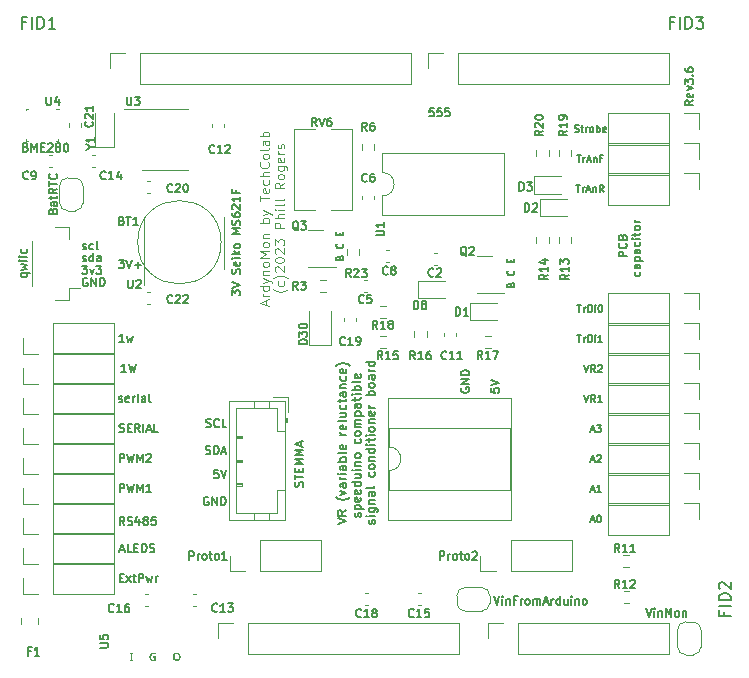
<source format=gbr>
%TF.GenerationSoftware,KiCad,Pcbnew,9.0.7-9.0.7~ubuntu24.04.1*%
%TF.CreationDate,2026-02-14T10:07:45+00:00*%
%TF.ProjectId,ArdynoMon,41726479-6e6f-44d6-9f6e-2e6b69636164,Rev 3.6*%
%TF.SameCoordinates,Original*%
%TF.FileFunction,Legend,Top*%
%TF.FilePolarity,Positive*%
%FSLAX46Y46*%
G04 Gerber Fmt 4.6, Leading zero omitted, Abs format (unit mm)*
G04 Created by KiCad (PCBNEW 9.0.7-9.0.7~ubuntu24.04.1) date 2026-02-14 10:07:45*
%MOMM*%
%LPD*%
G01*
G04 APERTURE LIST*
%ADD10C,0.150000*%
%ADD11C,0.120000*%
%ADD12C,0.175000*%
%ADD13C,0.140000*%
%ADD14C,0.100000*%
G04 APERTURE END LIST*
D10*
X95698684Y-82106533D02*
X95365350Y-82106533D01*
X95365350Y-82106533D02*
X95332017Y-82439866D01*
X95332017Y-82439866D02*
X95365350Y-82406533D01*
X95365350Y-82406533D02*
X95432017Y-82373200D01*
X95432017Y-82373200D02*
X95598684Y-82373200D01*
X95598684Y-82373200D02*
X95665350Y-82406533D01*
X95665350Y-82406533D02*
X95698684Y-82439866D01*
X95698684Y-82439866D02*
X95732017Y-82506533D01*
X95732017Y-82506533D02*
X95732017Y-82673200D01*
X95732017Y-82673200D02*
X95698684Y-82739866D01*
X95698684Y-82739866D02*
X95665350Y-82773200D01*
X95665350Y-82773200D02*
X95598684Y-82806533D01*
X95598684Y-82806533D02*
X95432017Y-82806533D01*
X95432017Y-82806533D02*
X95365350Y-82773200D01*
X95365350Y-82773200D02*
X95332017Y-82739866D01*
X96365351Y-82106533D02*
X96032017Y-82106533D01*
X96032017Y-82106533D02*
X95998684Y-82439866D01*
X95998684Y-82439866D02*
X96032017Y-82406533D01*
X96032017Y-82406533D02*
X96098684Y-82373200D01*
X96098684Y-82373200D02*
X96265351Y-82373200D01*
X96265351Y-82373200D02*
X96332017Y-82406533D01*
X96332017Y-82406533D02*
X96365351Y-82439866D01*
X96365351Y-82439866D02*
X96398684Y-82506533D01*
X96398684Y-82506533D02*
X96398684Y-82673200D01*
X96398684Y-82673200D02*
X96365351Y-82739866D01*
X96365351Y-82739866D02*
X96332017Y-82773200D01*
X96332017Y-82773200D02*
X96265351Y-82806533D01*
X96265351Y-82806533D02*
X96098684Y-82806533D01*
X96098684Y-82806533D02*
X96032017Y-82773200D01*
X96032017Y-82773200D02*
X95998684Y-82739866D01*
X97032018Y-82106533D02*
X96698684Y-82106533D01*
X96698684Y-82106533D02*
X96665351Y-82439866D01*
X96665351Y-82439866D02*
X96698684Y-82406533D01*
X96698684Y-82406533D02*
X96765351Y-82373200D01*
X96765351Y-82373200D02*
X96932018Y-82373200D01*
X96932018Y-82373200D02*
X96998684Y-82406533D01*
X96998684Y-82406533D02*
X97032018Y-82439866D01*
X97032018Y-82439866D02*
X97065351Y-82506533D01*
X97065351Y-82506533D02*
X97065351Y-82673200D01*
X97065351Y-82673200D02*
X97032018Y-82739866D01*
X97032018Y-82739866D02*
X96998684Y-82773200D01*
X96998684Y-82773200D02*
X96932018Y-82806533D01*
X96932018Y-82806533D02*
X96765351Y-82806533D01*
X96765351Y-82806533D02*
X96698684Y-82773200D01*
X96698684Y-82773200D02*
X96665351Y-82739866D01*
X76398684Y-111379200D02*
X76498684Y-111412533D01*
X76498684Y-111412533D02*
X76665351Y-111412533D01*
X76665351Y-111412533D02*
X76732017Y-111379200D01*
X76732017Y-111379200D02*
X76765351Y-111345866D01*
X76765351Y-111345866D02*
X76798684Y-111279200D01*
X76798684Y-111279200D02*
X76798684Y-111212533D01*
X76798684Y-111212533D02*
X76765351Y-111145866D01*
X76765351Y-111145866D02*
X76732017Y-111112533D01*
X76732017Y-111112533D02*
X76665351Y-111079200D01*
X76665351Y-111079200D02*
X76532017Y-111045866D01*
X76532017Y-111045866D02*
X76465351Y-111012533D01*
X76465351Y-111012533D02*
X76432017Y-110979200D01*
X76432017Y-110979200D02*
X76398684Y-110912533D01*
X76398684Y-110912533D02*
X76398684Y-110845866D01*
X76398684Y-110845866D02*
X76432017Y-110779200D01*
X76432017Y-110779200D02*
X76465351Y-110745866D01*
X76465351Y-110745866D02*
X76532017Y-110712533D01*
X76532017Y-110712533D02*
X76698684Y-110712533D01*
X76698684Y-110712533D02*
X76798684Y-110745866D01*
X77098684Y-111412533D02*
X77098684Y-110712533D01*
X77098684Y-110712533D02*
X77265351Y-110712533D01*
X77265351Y-110712533D02*
X77365351Y-110745866D01*
X77365351Y-110745866D02*
X77432018Y-110812533D01*
X77432018Y-110812533D02*
X77465351Y-110879200D01*
X77465351Y-110879200D02*
X77498684Y-111012533D01*
X77498684Y-111012533D02*
X77498684Y-111112533D01*
X77498684Y-111112533D02*
X77465351Y-111245866D01*
X77465351Y-111245866D02*
X77432018Y-111312533D01*
X77432018Y-111312533D02*
X77365351Y-111379200D01*
X77365351Y-111379200D02*
X77265351Y-111412533D01*
X77265351Y-111412533D02*
X77098684Y-111412533D01*
X77765351Y-111212533D02*
X78098684Y-111212533D01*
X77698684Y-111412533D02*
X77932018Y-110712533D01*
X77932018Y-110712533D02*
X78165351Y-111412533D01*
D11*
X81533306Y-98773336D02*
X81533306Y-98392383D01*
X81761878Y-98849526D02*
X80961878Y-98582859D01*
X80961878Y-98582859D02*
X81761878Y-98316193D01*
X81761878Y-98049526D02*
X81228544Y-98049526D01*
X81380925Y-98049526D02*
X81304735Y-98011431D01*
X81304735Y-98011431D02*
X81266640Y-97973336D01*
X81266640Y-97973336D02*
X81228544Y-97897145D01*
X81228544Y-97897145D02*
X81228544Y-97820955D01*
X81761878Y-97211431D02*
X80961878Y-97211431D01*
X81723783Y-97211431D02*
X81761878Y-97287622D01*
X81761878Y-97287622D02*
X81761878Y-97440003D01*
X81761878Y-97440003D02*
X81723783Y-97516193D01*
X81723783Y-97516193D02*
X81685687Y-97554288D01*
X81685687Y-97554288D02*
X81609497Y-97592384D01*
X81609497Y-97592384D02*
X81380925Y-97592384D01*
X81380925Y-97592384D02*
X81304735Y-97554288D01*
X81304735Y-97554288D02*
X81266640Y-97516193D01*
X81266640Y-97516193D02*
X81228544Y-97440003D01*
X81228544Y-97440003D02*
X81228544Y-97287622D01*
X81228544Y-97287622D02*
X81266640Y-97211431D01*
X81228544Y-96906669D02*
X81761878Y-96716193D01*
X81228544Y-96525716D02*
X81761878Y-96716193D01*
X81761878Y-96716193D02*
X81952354Y-96792383D01*
X81952354Y-96792383D02*
X81990449Y-96830478D01*
X81990449Y-96830478D02*
X82028544Y-96906669D01*
X81228544Y-96220954D02*
X81761878Y-96220954D01*
X81304735Y-96220954D02*
X81266640Y-96182859D01*
X81266640Y-96182859D02*
X81228544Y-96106669D01*
X81228544Y-96106669D02*
X81228544Y-95992383D01*
X81228544Y-95992383D02*
X81266640Y-95916192D01*
X81266640Y-95916192D02*
X81342830Y-95878097D01*
X81342830Y-95878097D02*
X81761878Y-95878097D01*
X81761878Y-95382859D02*
X81723783Y-95459049D01*
X81723783Y-95459049D02*
X81685687Y-95497144D01*
X81685687Y-95497144D02*
X81609497Y-95535240D01*
X81609497Y-95535240D02*
X81380925Y-95535240D01*
X81380925Y-95535240D02*
X81304735Y-95497144D01*
X81304735Y-95497144D02*
X81266640Y-95459049D01*
X81266640Y-95459049D02*
X81228544Y-95382859D01*
X81228544Y-95382859D02*
X81228544Y-95268573D01*
X81228544Y-95268573D02*
X81266640Y-95192382D01*
X81266640Y-95192382D02*
X81304735Y-95154287D01*
X81304735Y-95154287D02*
X81380925Y-95116192D01*
X81380925Y-95116192D02*
X81609497Y-95116192D01*
X81609497Y-95116192D02*
X81685687Y-95154287D01*
X81685687Y-95154287D02*
X81723783Y-95192382D01*
X81723783Y-95192382D02*
X81761878Y-95268573D01*
X81761878Y-95268573D02*
X81761878Y-95382859D01*
X81761878Y-94773334D02*
X80961878Y-94773334D01*
X80961878Y-94773334D02*
X81533306Y-94506668D01*
X81533306Y-94506668D02*
X80961878Y-94240001D01*
X80961878Y-94240001D02*
X81761878Y-94240001D01*
X81761878Y-93744763D02*
X81723783Y-93820953D01*
X81723783Y-93820953D02*
X81685687Y-93859048D01*
X81685687Y-93859048D02*
X81609497Y-93897144D01*
X81609497Y-93897144D02*
X81380925Y-93897144D01*
X81380925Y-93897144D02*
X81304735Y-93859048D01*
X81304735Y-93859048D02*
X81266640Y-93820953D01*
X81266640Y-93820953D02*
X81228544Y-93744763D01*
X81228544Y-93744763D02*
X81228544Y-93630477D01*
X81228544Y-93630477D02*
X81266640Y-93554286D01*
X81266640Y-93554286D02*
X81304735Y-93516191D01*
X81304735Y-93516191D02*
X81380925Y-93478096D01*
X81380925Y-93478096D02*
X81609497Y-93478096D01*
X81609497Y-93478096D02*
X81685687Y-93516191D01*
X81685687Y-93516191D02*
X81723783Y-93554286D01*
X81723783Y-93554286D02*
X81761878Y-93630477D01*
X81761878Y-93630477D02*
X81761878Y-93744763D01*
X81228544Y-93135238D02*
X81761878Y-93135238D01*
X81304735Y-93135238D02*
X81266640Y-93097143D01*
X81266640Y-93097143D02*
X81228544Y-93020953D01*
X81228544Y-93020953D02*
X81228544Y-92906667D01*
X81228544Y-92906667D02*
X81266640Y-92830476D01*
X81266640Y-92830476D02*
X81342830Y-92792381D01*
X81342830Y-92792381D02*
X81761878Y-92792381D01*
X81761878Y-91801904D02*
X80961878Y-91801904D01*
X81266640Y-91801904D02*
X81228544Y-91725714D01*
X81228544Y-91725714D02*
X81228544Y-91573333D01*
X81228544Y-91573333D02*
X81266640Y-91497142D01*
X81266640Y-91497142D02*
X81304735Y-91459047D01*
X81304735Y-91459047D02*
X81380925Y-91420952D01*
X81380925Y-91420952D02*
X81609497Y-91420952D01*
X81609497Y-91420952D02*
X81685687Y-91459047D01*
X81685687Y-91459047D02*
X81723783Y-91497142D01*
X81723783Y-91497142D02*
X81761878Y-91573333D01*
X81761878Y-91573333D02*
X81761878Y-91725714D01*
X81761878Y-91725714D02*
X81723783Y-91801904D01*
X81228544Y-91154285D02*
X81761878Y-90963809D01*
X81228544Y-90773332D02*
X81761878Y-90963809D01*
X81761878Y-90963809D02*
X81952354Y-91039999D01*
X81952354Y-91039999D02*
X81990449Y-91078094D01*
X81990449Y-91078094D02*
X82028544Y-91154285D01*
X80961878Y-89973332D02*
X80961878Y-89516189D01*
X81761878Y-89744761D02*
X80961878Y-89744761D01*
X81723783Y-88944760D02*
X81761878Y-89020951D01*
X81761878Y-89020951D02*
X81761878Y-89173332D01*
X81761878Y-89173332D02*
X81723783Y-89249522D01*
X81723783Y-89249522D02*
X81647592Y-89287618D01*
X81647592Y-89287618D02*
X81342830Y-89287618D01*
X81342830Y-89287618D02*
X81266640Y-89249522D01*
X81266640Y-89249522D02*
X81228544Y-89173332D01*
X81228544Y-89173332D02*
X81228544Y-89020951D01*
X81228544Y-89020951D02*
X81266640Y-88944760D01*
X81266640Y-88944760D02*
X81342830Y-88906665D01*
X81342830Y-88906665D02*
X81419021Y-88906665D01*
X81419021Y-88906665D02*
X81495211Y-89287618D01*
X81723783Y-88220951D02*
X81761878Y-88297142D01*
X81761878Y-88297142D02*
X81761878Y-88449523D01*
X81761878Y-88449523D02*
X81723783Y-88525713D01*
X81723783Y-88525713D02*
X81685687Y-88563808D01*
X81685687Y-88563808D02*
X81609497Y-88601904D01*
X81609497Y-88601904D02*
X81380925Y-88601904D01*
X81380925Y-88601904D02*
X81304735Y-88563808D01*
X81304735Y-88563808D02*
X81266640Y-88525713D01*
X81266640Y-88525713D02*
X81228544Y-88449523D01*
X81228544Y-88449523D02*
X81228544Y-88297142D01*
X81228544Y-88297142D02*
X81266640Y-88220951D01*
X81761878Y-87878094D02*
X80961878Y-87878094D01*
X81761878Y-87535237D02*
X81342830Y-87535237D01*
X81342830Y-87535237D02*
X81266640Y-87573332D01*
X81266640Y-87573332D02*
X81228544Y-87649523D01*
X81228544Y-87649523D02*
X81228544Y-87763809D01*
X81228544Y-87763809D02*
X81266640Y-87839999D01*
X81266640Y-87839999D02*
X81304735Y-87878094D01*
X81685687Y-86697141D02*
X81723783Y-86735237D01*
X81723783Y-86735237D02*
X81761878Y-86849522D01*
X81761878Y-86849522D02*
X81761878Y-86925713D01*
X81761878Y-86925713D02*
X81723783Y-87039999D01*
X81723783Y-87039999D02*
X81647592Y-87116189D01*
X81647592Y-87116189D02*
X81571402Y-87154284D01*
X81571402Y-87154284D02*
X81419021Y-87192380D01*
X81419021Y-87192380D02*
X81304735Y-87192380D01*
X81304735Y-87192380D02*
X81152354Y-87154284D01*
X81152354Y-87154284D02*
X81076163Y-87116189D01*
X81076163Y-87116189D02*
X80999973Y-87039999D01*
X80999973Y-87039999D02*
X80961878Y-86925713D01*
X80961878Y-86925713D02*
X80961878Y-86849522D01*
X80961878Y-86849522D02*
X80999973Y-86735237D01*
X80999973Y-86735237D02*
X81038068Y-86697141D01*
X81761878Y-86239999D02*
X81723783Y-86316189D01*
X81723783Y-86316189D02*
X81685687Y-86354284D01*
X81685687Y-86354284D02*
X81609497Y-86392380D01*
X81609497Y-86392380D02*
X81380925Y-86392380D01*
X81380925Y-86392380D02*
X81304735Y-86354284D01*
X81304735Y-86354284D02*
X81266640Y-86316189D01*
X81266640Y-86316189D02*
X81228544Y-86239999D01*
X81228544Y-86239999D02*
X81228544Y-86125713D01*
X81228544Y-86125713D02*
X81266640Y-86049522D01*
X81266640Y-86049522D02*
X81304735Y-86011427D01*
X81304735Y-86011427D02*
X81380925Y-85973332D01*
X81380925Y-85973332D02*
X81609497Y-85973332D01*
X81609497Y-85973332D02*
X81685687Y-86011427D01*
X81685687Y-86011427D02*
X81723783Y-86049522D01*
X81723783Y-86049522D02*
X81761878Y-86125713D01*
X81761878Y-86125713D02*
X81761878Y-86239999D01*
X81761878Y-85516189D02*
X81723783Y-85592379D01*
X81723783Y-85592379D02*
X81647592Y-85630474D01*
X81647592Y-85630474D02*
X80961878Y-85630474D01*
X81761878Y-84868569D02*
X81342830Y-84868569D01*
X81342830Y-84868569D02*
X81266640Y-84906664D01*
X81266640Y-84906664D02*
X81228544Y-84982855D01*
X81228544Y-84982855D02*
X81228544Y-85135236D01*
X81228544Y-85135236D02*
X81266640Y-85211426D01*
X81723783Y-84868569D02*
X81761878Y-84944760D01*
X81761878Y-84944760D02*
X81761878Y-85135236D01*
X81761878Y-85135236D02*
X81723783Y-85211426D01*
X81723783Y-85211426D02*
X81647592Y-85249522D01*
X81647592Y-85249522D02*
X81571402Y-85249522D01*
X81571402Y-85249522D02*
X81495211Y-85211426D01*
X81495211Y-85211426D02*
X81457116Y-85135236D01*
X81457116Y-85135236D02*
X81457116Y-84944760D01*
X81457116Y-84944760D02*
X81419021Y-84868569D01*
X81761878Y-84487616D02*
X80961878Y-84487616D01*
X81266640Y-84487616D02*
X81228544Y-84411426D01*
X81228544Y-84411426D02*
X81228544Y-84259045D01*
X81228544Y-84259045D02*
X81266640Y-84182854D01*
X81266640Y-84182854D02*
X81304735Y-84144759D01*
X81304735Y-84144759D02*
X81380925Y-84106664D01*
X81380925Y-84106664D02*
X81609497Y-84106664D01*
X81609497Y-84106664D02*
X81685687Y-84144759D01*
X81685687Y-84144759D02*
X81723783Y-84182854D01*
X81723783Y-84182854D02*
X81761878Y-84259045D01*
X81761878Y-84259045D02*
X81761878Y-84411426D01*
X81761878Y-84411426D02*
X81723783Y-84487616D01*
X83354595Y-97440000D02*
X83316499Y-97478095D01*
X83316499Y-97478095D02*
X83202214Y-97554286D01*
X83202214Y-97554286D02*
X83126023Y-97592381D01*
X83126023Y-97592381D02*
X83011738Y-97630476D01*
X83011738Y-97630476D02*
X82821261Y-97668571D01*
X82821261Y-97668571D02*
X82668880Y-97668571D01*
X82668880Y-97668571D02*
X82478404Y-97630476D01*
X82478404Y-97630476D02*
X82364118Y-97592381D01*
X82364118Y-97592381D02*
X82287928Y-97554286D01*
X82287928Y-97554286D02*
X82173642Y-97478095D01*
X82173642Y-97478095D02*
X82135547Y-97440000D01*
X83011738Y-96792381D02*
X83049833Y-96868572D01*
X83049833Y-96868572D02*
X83049833Y-97020953D01*
X83049833Y-97020953D02*
X83011738Y-97097143D01*
X83011738Y-97097143D02*
X82973642Y-97135238D01*
X82973642Y-97135238D02*
X82897452Y-97173334D01*
X82897452Y-97173334D02*
X82668880Y-97173334D01*
X82668880Y-97173334D02*
X82592690Y-97135238D01*
X82592690Y-97135238D02*
X82554595Y-97097143D01*
X82554595Y-97097143D02*
X82516499Y-97020953D01*
X82516499Y-97020953D02*
X82516499Y-96868572D01*
X82516499Y-96868572D02*
X82554595Y-96792381D01*
X83354595Y-96525715D02*
X83316499Y-96487620D01*
X83316499Y-96487620D02*
X83202214Y-96411429D01*
X83202214Y-96411429D02*
X83126023Y-96373334D01*
X83126023Y-96373334D02*
X83011738Y-96335239D01*
X83011738Y-96335239D02*
X82821261Y-96297143D01*
X82821261Y-96297143D02*
X82668880Y-96297143D01*
X82668880Y-96297143D02*
X82478404Y-96335239D01*
X82478404Y-96335239D02*
X82364118Y-96373334D01*
X82364118Y-96373334D02*
X82287928Y-96411429D01*
X82287928Y-96411429D02*
X82173642Y-96487620D01*
X82173642Y-96487620D02*
X82135547Y-96525715D01*
X82326023Y-95954287D02*
X82287928Y-95916191D01*
X82287928Y-95916191D02*
X82249833Y-95840001D01*
X82249833Y-95840001D02*
X82249833Y-95649525D01*
X82249833Y-95649525D02*
X82287928Y-95573334D01*
X82287928Y-95573334D02*
X82326023Y-95535239D01*
X82326023Y-95535239D02*
X82402214Y-95497144D01*
X82402214Y-95497144D02*
X82478404Y-95497144D01*
X82478404Y-95497144D02*
X82592690Y-95535239D01*
X82592690Y-95535239D02*
X83049833Y-95992382D01*
X83049833Y-95992382D02*
X83049833Y-95497144D01*
X82249833Y-95001905D02*
X82249833Y-94925715D01*
X82249833Y-94925715D02*
X82287928Y-94849524D01*
X82287928Y-94849524D02*
X82326023Y-94811429D01*
X82326023Y-94811429D02*
X82402214Y-94773334D01*
X82402214Y-94773334D02*
X82554595Y-94735239D01*
X82554595Y-94735239D02*
X82745071Y-94735239D01*
X82745071Y-94735239D02*
X82897452Y-94773334D01*
X82897452Y-94773334D02*
X82973642Y-94811429D01*
X82973642Y-94811429D02*
X83011738Y-94849524D01*
X83011738Y-94849524D02*
X83049833Y-94925715D01*
X83049833Y-94925715D02*
X83049833Y-95001905D01*
X83049833Y-95001905D02*
X83011738Y-95078096D01*
X83011738Y-95078096D02*
X82973642Y-95116191D01*
X82973642Y-95116191D02*
X82897452Y-95154286D01*
X82897452Y-95154286D02*
X82745071Y-95192382D01*
X82745071Y-95192382D02*
X82554595Y-95192382D01*
X82554595Y-95192382D02*
X82402214Y-95154286D01*
X82402214Y-95154286D02*
X82326023Y-95116191D01*
X82326023Y-95116191D02*
X82287928Y-95078096D01*
X82287928Y-95078096D02*
X82249833Y-95001905D01*
X82326023Y-94430477D02*
X82287928Y-94392381D01*
X82287928Y-94392381D02*
X82249833Y-94316191D01*
X82249833Y-94316191D02*
X82249833Y-94125715D01*
X82249833Y-94125715D02*
X82287928Y-94049524D01*
X82287928Y-94049524D02*
X82326023Y-94011429D01*
X82326023Y-94011429D02*
X82402214Y-93973334D01*
X82402214Y-93973334D02*
X82478404Y-93973334D01*
X82478404Y-93973334D02*
X82592690Y-94011429D01*
X82592690Y-94011429D02*
X83049833Y-94468572D01*
X83049833Y-94468572D02*
X83049833Y-93973334D01*
X82249833Y-93706667D02*
X82249833Y-93211429D01*
X82249833Y-93211429D02*
X82554595Y-93478095D01*
X82554595Y-93478095D02*
X82554595Y-93363810D01*
X82554595Y-93363810D02*
X82592690Y-93287619D01*
X82592690Y-93287619D02*
X82630785Y-93249524D01*
X82630785Y-93249524D02*
X82706976Y-93211429D01*
X82706976Y-93211429D02*
X82897452Y-93211429D01*
X82897452Y-93211429D02*
X82973642Y-93249524D01*
X82973642Y-93249524D02*
X83011738Y-93287619D01*
X83011738Y-93287619D02*
X83049833Y-93363810D01*
X83049833Y-93363810D02*
X83049833Y-93592381D01*
X83049833Y-93592381D02*
X83011738Y-93668572D01*
X83011738Y-93668572D02*
X82973642Y-93706667D01*
X83049833Y-92259047D02*
X82249833Y-92259047D01*
X82249833Y-92259047D02*
X82249833Y-91954285D01*
X82249833Y-91954285D02*
X82287928Y-91878095D01*
X82287928Y-91878095D02*
X82326023Y-91840000D01*
X82326023Y-91840000D02*
X82402214Y-91801904D01*
X82402214Y-91801904D02*
X82516499Y-91801904D01*
X82516499Y-91801904D02*
X82592690Y-91840000D01*
X82592690Y-91840000D02*
X82630785Y-91878095D01*
X82630785Y-91878095D02*
X82668880Y-91954285D01*
X82668880Y-91954285D02*
X82668880Y-92259047D01*
X83049833Y-91459047D02*
X82249833Y-91459047D01*
X83049833Y-91116190D02*
X82630785Y-91116190D01*
X82630785Y-91116190D02*
X82554595Y-91154285D01*
X82554595Y-91154285D02*
X82516499Y-91230476D01*
X82516499Y-91230476D02*
X82516499Y-91344762D01*
X82516499Y-91344762D02*
X82554595Y-91420952D01*
X82554595Y-91420952D02*
X82592690Y-91459047D01*
X83049833Y-90735237D02*
X82516499Y-90735237D01*
X82249833Y-90735237D02*
X82287928Y-90773333D01*
X82287928Y-90773333D02*
X82326023Y-90735237D01*
X82326023Y-90735237D02*
X82287928Y-90697142D01*
X82287928Y-90697142D02*
X82249833Y-90735237D01*
X82249833Y-90735237D02*
X82326023Y-90735237D01*
X83049833Y-90240000D02*
X83011738Y-90316190D01*
X83011738Y-90316190D02*
X82935547Y-90354285D01*
X82935547Y-90354285D02*
X82249833Y-90354285D01*
X83049833Y-89820952D02*
X83011738Y-89897142D01*
X83011738Y-89897142D02*
X82935547Y-89935237D01*
X82935547Y-89935237D02*
X82249833Y-89935237D01*
X83049833Y-88449522D02*
X82668880Y-88716189D01*
X83049833Y-88906665D02*
X82249833Y-88906665D01*
X82249833Y-88906665D02*
X82249833Y-88601903D01*
X82249833Y-88601903D02*
X82287928Y-88525713D01*
X82287928Y-88525713D02*
X82326023Y-88487618D01*
X82326023Y-88487618D02*
X82402214Y-88449522D01*
X82402214Y-88449522D02*
X82516499Y-88449522D01*
X82516499Y-88449522D02*
X82592690Y-88487618D01*
X82592690Y-88487618D02*
X82630785Y-88525713D01*
X82630785Y-88525713D02*
X82668880Y-88601903D01*
X82668880Y-88601903D02*
X82668880Y-88906665D01*
X83049833Y-87992380D02*
X83011738Y-88068570D01*
X83011738Y-88068570D02*
X82973642Y-88106665D01*
X82973642Y-88106665D02*
X82897452Y-88144761D01*
X82897452Y-88144761D02*
X82668880Y-88144761D01*
X82668880Y-88144761D02*
X82592690Y-88106665D01*
X82592690Y-88106665D02*
X82554595Y-88068570D01*
X82554595Y-88068570D02*
X82516499Y-87992380D01*
X82516499Y-87992380D02*
X82516499Y-87878094D01*
X82516499Y-87878094D02*
X82554595Y-87801903D01*
X82554595Y-87801903D02*
X82592690Y-87763808D01*
X82592690Y-87763808D02*
X82668880Y-87725713D01*
X82668880Y-87725713D02*
X82897452Y-87725713D01*
X82897452Y-87725713D02*
X82973642Y-87763808D01*
X82973642Y-87763808D02*
X83011738Y-87801903D01*
X83011738Y-87801903D02*
X83049833Y-87878094D01*
X83049833Y-87878094D02*
X83049833Y-87992380D01*
X82516499Y-87039998D02*
X83164118Y-87039998D01*
X83164118Y-87039998D02*
X83240309Y-87078093D01*
X83240309Y-87078093D02*
X83278404Y-87116189D01*
X83278404Y-87116189D02*
X83316499Y-87192379D01*
X83316499Y-87192379D02*
X83316499Y-87306665D01*
X83316499Y-87306665D02*
X83278404Y-87382855D01*
X83011738Y-87039998D02*
X83049833Y-87116189D01*
X83049833Y-87116189D02*
X83049833Y-87268570D01*
X83049833Y-87268570D02*
X83011738Y-87344760D01*
X83011738Y-87344760D02*
X82973642Y-87382855D01*
X82973642Y-87382855D02*
X82897452Y-87420951D01*
X82897452Y-87420951D02*
X82668880Y-87420951D01*
X82668880Y-87420951D02*
X82592690Y-87382855D01*
X82592690Y-87382855D02*
X82554595Y-87344760D01*
X82554595Y-87344760D02*
X82516499Y-87268570D01*
X82516499Y-87268570D02*
X82516499Y-87116189D01*
X82516499Y-87116189D02*
X82554595Y-87039998D01*
X83011738Y-86354283D02*
X83049833Y-86430474D01*
X83049833Y-86430474D02*
X83049833Y-86582855D01*
X83049833Y-86582855D02*
X83011738Y-86659045D01*
X83011738Y-86659045D02*
X82935547Y-86697141D01*
X82935547Y-86697141D02*
X82630785Y-86697141D01*
X82630785Y-86697141D02*
X82554595Y-86659045D01*
X82554595Y-86659045D02*
X82516499Y-86582855D01*
X82516499Y-86582855D02*
X82516499Y-86430474D01*
X82516499Y-86430474D02*
X82554595Y-86354283D01*
X82554595Y-86354283D02*
X82630785Y-86316188D01*
X82630785Y-86316188D02*
X82706976Y-86316188D01*
X82706976Y-86316188D02*
X82783166Y-86697141D01*
X83049833Y-85973331D02*
X82516499Y-85973331D01*
X82668880Y-85973331D02*
X82592690Y-85935236D01*
X82592690Y-85935236D02*
X82554595Y-85897141D01*
X82554595Y-85897141D02*
X82516499Y-85820950D01*
X82516499Y-85820950D02*
X82516499Y-85744760D01*
X83011738Y-85516189D02*
X83049833Y-85439998D01*
X83049833Y-85439998D02*
X83049833Y-85287617D01*
X83049833Y-85287617D02*
X83011738Y-85211427D01*
X83011738Y-85211427D02*
X82935547Y-85173331D01*
X82935547Y-85173331D02*
X82897452Y-85173331D01*
X82897452Y-85173331D02*
X82821261Y-85211427D01*
X82821261Y-85211427D02*
X82783166Y-85287617D01*
X82783166Y-85287617D02*
X82783166Y-85401903D01*
X82783166Y-85401903D02*
X82745071Y-85478093D01*
X82745071Y-85478093D02*
X82668880Y-85516189D01*
X82668880Y-85516189D02*
X82630785Y-85516189D01*
X82630785Y-85516189D02*
X82554595Y-85478093D01*
X82554595Y-85478093D02*
X82516499Y-85401903D01*
X82516499Y-85401903D02*
X82516499Y-85287617D01*
X82516499Y-85287617D02*
X82554595Y-85211427D01*
D12*
X69049131Y-94963233D02*
X69482464Y-94963233D01*
X69482464Y-94963233D02*
X69249131Y-95229900D01*
X69249131Y-95229900D02*
X69349131Y-95229900D01*
X69349131Y-95229900D02*
X69415797Y-95263233D01*
X69415797Y-95263233D02*
X69449131Y-95296566D01*
X69449131Y-95296566D02*
X69482464Y-95363233D01*
X69482464Y-95363233D02*
X69482464Y-95529900D01*
X69482464Y-95529900D02*
X69449131Y-95596566D01*
X69449131Y-95596566D02*
X69415797Y-95629900D01*
X69415797Y-95629900D02*
X69349131Y-95663233D01*
X69349131Y-95663233D02*
X69149131Y-95663233D01*
X69149131Y-95663233D02*
X69082464Y-95629900D01*
X69082464Y-95629900D02*
X69049131Y-95596566D01*
X69682464Y-94963233D02*
X69915798Y-95663233D01*
X69915798Y-95663233D02*
X70149131Y-94963233D01*
X70382464Y-95396566D02*
X70915798Y-95396566D01*
X70649131Y-95663233D02*
X70649131Y-95129900D01*
D10*
X117664033Y-81447333D02*
X117330700Y-81680666D01*
X117664033Y-81847333D02*
X116964033Y-81847333D01*
X116964033Y-81847333D02*
X116964033Y-81580666D01*
X116964033Y-81580666D02*
X116997366Y-81514000D01*
X116997366Y-81514000D02*
X117030700Y-81480666D01*
X117030700Y-81480666D02*
X117097366Y-81447333D01*
X117097366Y-81447333D02*
X117197366Y-81447333D01*
X117197366Y-81447333D02*
X117264033Y-81480666D01*
X117264033Y-81480666D02*
X117297366Y-81514000D01*
X117297366Y-81514000D02*
X117330700Y-81580666D01*
X117330700Y-81580666D02*
X117330700Y-81847333D01*
X117630700Y-80880666D02*
X117664033Y-80947333D01*
X117664033Y-80947333D02*
X117664033Y-81080666D01*
X117664033Y-81080666D02*
X117630700Y-81147333D01*
X117630700Y-81147333D02*
X117564033Y-81180666D01*
X117564033Y-81180666D02*
X117297366Y-81180666D01*
X117297366Y-81180666D02*
X117230700Y-81147333D01*
X117230700Y-81147333D02*
X117197366Y-81080666D01*
X117197366Y-81080666D02*
X117197366Y-80947333D01*
X117197366Y-80947333D02*
X117230700Y-80880666D01*
X117230700Y-80880666D02*
X117297366Y-80847333D01*
X117297366Y-80847333D02*
X117364033Y-80847333D01*
X117364033Y-80847333D02*
X117430700Y-81180666D01*
X117197366Y-80614000D02*
X117664033Y-80447333D01*
X117664033Y-80447333D02*
X117197366Y-80280666D01*
X116964033Y-80080667D02*
X116964033Y-79647333D01*
X116964033Y-79647333D02*
X117230700Y-79880667D01*
X117230700Y-79880667D02*
X117230700Y-79780667D01*
X117230700Y-79780667D02*
X117264033Y-79714000D01*
X117264033Y-79714000D02*
X117297366Y-79680667D01*
X117297366Y-79680667D02*
X117364033Y-79647333D01*
X117364033Y-79647333D02*
X117530700Y-79647333D01*
X117530700Y-79647333D02*
X117597366Y-79680667D01*
X117597366Y-79680667D02*
X117630700Y-79714000D01*
X117630700Y-79714000D02*
X117664033Y-79780667D01*
X117664033Y-79780667D02*
X117664033Y-79980667D01*
X117664033Y-79980667D02*
X117630700Y-80047333D01*
X117630700Y-80047333D02*
X117597366Y-80080667D01*
X117597366Y-79347333D02*
X117630700Y-79314000D01*
X117630700Y-79314000D02*
X117664033Y-79347333D01*
X117664033Y-79347333D02*
X117630700Y-79380666D01*
X117630700Y-79380666D02*
X117597366Y-79347333D01*
X117597366Y-79347333D02*
X117664033Y-79347333D01*
X116964033Y-78714000D02*
X116964033Y-78847333D01*
X116964033Y-78847333D02*
X116997366Y-78914000D01*
X116997366Y-78914000D02*
X117030700Y-78947333D01*
X117030700Y-78947333D02*
X117130700Y-79014000D01*
X117130700Y-79014000D02*
X117264033Y-79047333D01*
X117264033Y-79047333D02*
X117530700Y-79047333D01*
X117530700Y-79047333D02*
X117597366Y-79014000D01*
X117597366Y-79014000D02*
X117630700Y-78980667D01*
X117630700Y-78980667D02*
X117664033Y-78914000D01*
X117664033Y-78914000D02*
X117664033Y-78780667D01*
X117664033Y-78780667D02*
X117630700Y-78714000D01*
X117630700Y-78714000D02*
X117597366Y-78680667D01*
X117597366Y-78680667D02*
X117530700Y-78647333D01*
X117530700Y-78647333D02*
X117364033Y-78647333D01*
X117364033Y-78647333D02*
X117297366Y-78680667D01*
X117297366Y-78680667D02*
X117264033Y-78714000D01*
X117264033Y-78714000D02*
X117230700Y-78780667D01*
X117230700Y-78780667D02*
X117230700Y-78914000D01*
X117230700Y-78914000D02*
X117264033Y-78980667D01*
X117264033Y-78980667D02*
X117297366Y-79014000D01*
X117297366Y-79014000D02*
X117364033Y-79047333D01*
X77465351Y-112744533D02*
X77132017Y-112744533D01*
X77132017Y-112744533D02*
X77098684Y-113077866D01*
X77098684Y-113077866D02*
X77132017Y-113044533D01*
X77132017Y-113044533D02*
X77198684Y-113011200D01*
X77198684Y-113011200D02*
X77365351Y-113011200D01*
X77365351Y-113011200D02*
X77432017Y-113044533D01*
X77432017Y-113044533D02*
X77465351Y-113077866D01*
X77465351Y-113077866D02*
X77498684Y-113144533D01*
X77498684Y-113144533D02*
X77498684Y-113311200D01*
X77498684Y-113311200D02*
X77465351Y-113377866D01*
X77465351Y-113377866D02*
X77432017Y-113411200D01*
X77432017Y-113411200D02*
X77365351Y-113444533D01*
X77365351Y-113444533D02*
X77198684Y-113444533D01*
X77198684Y-113444533D02*
X77132017Y-113411200D01*
X77132017Y-113411200D02*
X77098684Y-113377866D01*
X77698684Y-112744533D02*
X77932018Y-113444533D01*
X77932018Y-113444533D02*
X78165351Y-112744533D01*
X66376600Y-96524966D02*
X66309933Y-96491633D01*
X66309933Y-96491633D02*
X66209933Y-96491633D01*
X66209933Y-96491633D02*
X66109933Y-96524966D01*
X66109933Y-96524966D02*
X66043267Y-96591633D01*
X66043267Y-96591633D02*
X66009933Y-96658300D01*
X66009933Y-96658300D02*
X65976600Y-96791633D01*
X65976600Y-96791633D02*
X65976600Y-96891633D01*
X65976600Y-96891633D02*
X66009933Y-97024966D01*
X66009933Y-97024966D02*
X66043267Y-97091633D01*
X66043267Y-97091633D02*
X66109933Y-97158300D01*
X66109933Y-97158300D02*
X66209933Y-97191633D01*
X66209933Y-97191633D02*
X66276600Y-97191633D01*
X66276600Y-97191633D02*
X66376600Y-97158300D01*
X66376600Y-97158300D02*
X66409933Y-97124966D01*
X66409933Y-97124966D02*
X66409933Y-96891633D01*
X66409933Y-96891633D02*
X66276600Y-96891633D01*
X66709933Y-97191633D02*
X66709933Y-96491633D01*
X66709933Y-96491633D02*
X67109933Y-97191633D01*
X67109933Y-97191633D02*
X67109933Y-96491633D01*
X67443266Y-97191633D02*
X67443266Y-96491633D01*
X67443266Y-96491633D02*
X67609933Y-96491633D01*
X67609933Y-96491633D02*
X67709933Y-96524966D01*
X67709933Y-96524966D02*
X67776600Y-96591633D01*
X67776600Y-96591633D02*
X67809933Y-96658300D01*
X67809933Y-96658300D02*
X67843266Y-96791633D01*
X67843266Y-96791633D02*
X67843266Y-96891633D01*
X67843266Y-96891633D02*
X67809933Y-97024966D01*
X67809933Y-97024966D02*
X67776600Y-97091633D01*
X67776600Y-97091633D02*
X67709933Y-97158300D01*
X67709933Y-97158300D02*
X67609933Y-97191633D01*
X67609933Y-97191633D02*
X67443266Y-97191633D01*
X98045866Y-105793982D02*
X98012533Y-105860649D01*
X98012533Y-105860649D02*
X98012533Y-105960649D01*
X98012533Y-105960649D02*
X98045866Y-106060649D01*
X98045866Y-106060649D02*
X98112533Y-106127316D01*
X98112533Y-106127316D02*
X98179200Y-106160649D01*
X98179200Y-106160649D02*
X98312533Y-106193982D01*
X98312533Y-106193982D02*
X98412533Y-106193982D01*
X98412533Y-106193982D02*
X98545866Y-106160649D01*
X98545866Y-106160649D02*
X98612533Y-106127316D01*
X98612533Y-106127316D02*
X98679200Y-106060649D01*
X98679200Y-106060649D02*
X98712533Y-105960649D01*
X98712533Y-105960649D02*
X98712533Y-105893982D01*
X98712533Y-105893982D02*
X98679200Y-105793982D01*
X98679200Y-105793982D02*
X98645866Y-105760649D01*
X98645866Y-105760649D02*
X98412533Y-105760649D01*
X98412533Y-105760649D02*
X98412533Y-105893982D01*
X98712533Y-105460649D02*
X98012533Y-105460649D01*
X98012533Y-105460649D02*
X98712533Y-105060649D01*
X98712533Y-105060649D02*
X98012533Y-105060649D01*
X98712533Y-104727316D02*
X98012533Y-104727316D01*
X98012533Y-104727316D02*
X98012533Y-104560649D01*
X98012533Y-104560649D02*
X98045866Y-104460649D01*
X98045866Y-104460649D02*
X98112533Y-104393983D01*
X98112533Y-104393983D02*
X98179200Y-104360649D01*
X98179200Y-104360649D02*
X98312533Y-104327316D01*
X98312533Y-104327316D02*
X98412533Y-104327316D01*
X98412533Y-104327316D02*
X98545866Y-104360649D01*
X98545866Y-104360649D02*
X98612533Y-104393983D01*
X98612533Y-104393983D02*
X98679200Y-104460649D01*
X98679200Y-104460649D02*
X98712533Y-104560649D01*
X98712533Y-104560649D02*
X98712533Y-104727316D01*
D13*
G36*
X70278967Y-128916100D02*
G01*
X69960492Y-128916100D01*
X69960492Y-128831811D01*
X70045721Y-128792616D01*
X70045721Y-128339845D01*
X69960492Y-128300650D01*
X69960492Y-128216362D01*
X70278967Y-128216362D01*
X70278967Y-128300650D01*
X70193738Y-128339845D01*
X70193738Y-128792616D01*
X70278967Y-128831811D01*
X70278967Y-128916100D01*
G37*
G36*
X71935837Y-128523125D02*
G01*
X72213193Y-128523125D01*
X72213193Y-128885710D01*
X72157473Y-128902309D01*
X72098985Y-128915116D01*
X72037660Y-128923032D01*
X71964261Y-128925888D01*
X71900935Y-128921735D01*
X71846383Y-128909961D01*
X71799258Y-128891278D01*
X71758452Y-128865950D01*
X71723150Y-128833777D01*
X71694471Y-128796195D01*
X71671361Y-128751773D01*
X71653978Y-128699418D01*
X71642862Y-128637773D01*
X71638905Y-128565269D01*
X71643964Y-128493118D01*
X71658402Y-128430235D01*
X71681519Y-128375150D01*
X71705320Y-128337163D01*
X71733716Y-128303987D01*
X71766963Y-128275228D01*
X71805515Y-128250684D01*
X71846573Y-128232079D01*
X71892890Y-128218285D01*
X71945224Y-128209611D01*
X72004439Y-128206574D01*
X72059894Y-128209521D01*
X72114201Y-128218328D01*
X72166482Y-128232315D01*
X72212210Y-128249701D01*
X72163184Y-128368269D01*
X72129397Y-128353350D01*
X72089710Y-128340828D01*
X72047869Y-128332788D01*
X72003456Y-128330057D01*
X71961181Y-128333505D01*
X71924086Y-128343409D01*
X71891257Y-128359464D01*
X71862158Y-128381558D01*
X71837746Y-128408956D01*
X71817740Y-128442299D01*
X71803694Y-128478755D01*
X71794887Y-128520422D01*
X71791795Y-128568218D01*
X71796684Y-128634451D01*
X71810388Y-128689735D01*
X71825588Y-128723120D01*
X71845157Y-128750443D01*
X71869201Y-128772527D01*
X71897427Y-128788591D01*
X71931866Y-128798761D01*
X71974049Y-128802404D01*
X72027477Y-128799498D01*
X72068125Y-128792616D01*
X72068125Y-128646608D01*
X71935837Y-128646608D01*
X71935837Y-128523125D01*
G37*
G36*
X74011626Y-128208716D02*
G01*
X74061255Y-128217563D01*
X74104218Y-128231515D01*
X74141435Y-128250214D01*
X74175850Y-128274784D01*
X74205325Y-128303647D01*
X74230234Y-128337105D01*
X74250728Y-128375663D01*
X74270070Y-128430657D01*
X74282232Y-128493431D01*
X74286503Y-128565269D01*
X74282233Y-128637107D01*
X74270071Y-128699897D01*
X74250728Y-128754918D01*
X74230251Y-128793462D01*
X74205350Y-128827003D01*
X74175868Y-128856030D01*
X74141435Y-128880837D01*
X74104210Y-128899695D01*
X74061103Y-128913782D01*
X74011163Y-128922725D01*
X73953283Y-128925888D01*
X73895990Y-128922742D01*
X73846290Y-128913826D01*
X73803142Y-128899743D01*
X73765643Y-128880837D01*
X73731006Y-128855998D01*
X73701382Y-128826881D01*
X73676392Y-128793184D01*
X73655881Y-128754405D01*
X73636524Y-128699079D01*
X73624369Y-128636122D01*
X73620163Y-128565269D01*
X73775902Y-128565269D01*
X73778960Y-128621030D01*
X73787475Y-128667527D01*
X73800663Y-128706190D01*
X73818046Y-128738248D01*
X73841610Y-128765284D01*
X73871065Y-128784741D01*
X73907648Y-128797012D01*
X73953283Y-128801421D01*
X74000003Y-128796959D01*
X74037008Y-128784613D01*
X74066391Y-128765154D01*
X74089503Y-128738248D01*
X74106454Y-128706252D01*
X74119339Y-128667611D01*
X74127670Y-128621093D01*
X74130664Y-128565269D01*
X74127653Y-128508872D01*
X74119296Y-128462133D01*
X74106408Y-128423549D01*
X74089503Y-128391820D01*
X74066419Y-128365070D01*
X74037185Y-128345743D01*
X74000481Y-128333495D01*
X73954266Y-128329074D01*
X73908061Y-128333479D01*
X73871158Y-128345708D01*
X73841582Y-128365042D01*
X73818046Y-128391820D01*
X73800710Y-128423612D01*
X73787520Y-128462218D01*
X73778978Y-128508935D01*
X73775902Y-128565269D01*
X73620163Y-128565269D01*
X73620105Y-128564286D01*
X73624384Y-128492445D01*
X73636553Y-128429839D01*
X73655881Y-128375150D01*
X73676363Y-128336885D01*
X73701333Y-128303597D01*
X73730963Y-128274802D01*
X73765643Y-128250214D01*
X73803101Y-128231527D01*
X73846378Y-128217573D01*
X73896407Y-128208720D01*
X73954266Y-128205591D01*
X74011626Y-128208716D01*
G37*
D10*
X87565898Y-117355687D02*
X88315898Y-117105687D01*
X88315898Y-117105687D02*
X87565898Y-116855687D01*
X88315898Y-116177116D02*
X87958755Y-116427116D01*
X88315898Y-116605687D02*
X87565898Y-116605687D01*
X87565898Y-116605687D02*
X87565898Y-116319973D01*
X87565898Y-116319973D02*
X87601612Y-116248544D01*
X87601612Y-116248544D02*
X87637326Y-116212830D01*
X87637326Y-116212830D02*
X87708755Y-116177116D01*
X87708755Y-116177116D02*
X87815898Y-116177116D01*
X87815898Y-116177116D02*
X87887326Y-116212830D01*
X87887326Y-116212830D02*
X87923041Y-116248544D01*
X87923041Y-116248544D02*
X87958755Y-116319973D01*
X87958755Y-116319973D02*
X87958755Y-116605687D01*
X88601612Y-115069972D02*
X88565898Y-115105687D01*
X88565898Y-115105687D02*
X88458755Y-115177115D01*
X88458755Y-115177115D02*
X88387326Y-115212830D01*
X88387326Y-115212830D02*
X88280184Y-115248544D01*
X88280184Y-115248544D02*
X88101612Y-115284258D01*
X88101612Y-115284258D02*
X87958755Y-115284258D01*
X87958755Y-115284258D02*
X87780184Y-115248544D01*
X87780184Y-115248544D02*
X87673041Y-115212830D01*
X87673041Y-115212830D02*
X87601612Y-115177115D01*
X87601612Y-115177115D02*
X87494469Y-115105687D01*
X87494469Y-115105687D02*
X87458755Y-115069972D01*
X87815898Y-114855687D02*
X88315898Y-114677115D01*
X88315898Y-114677115D02*
X87815898Y-114498544D01*
X88315898Y-113891401D02*
X87923041Y-113891401D01*
X87923041Y-113891401D02*
X87851612Y-113927115D01*
X87851612Y-113927115D02*
X87815898Y-113998543D01*
X87815898Y-113998543D02*
X87815898Y-114141401D01*
X87815898Y-114141401D02*
X87851612Y-114212829D01*
X88280184Y-113891401D02*
X88315898Y-113962829D01*
X88315898Y-113962829D02*
X88315898Y-114141401D01*
X88315898Y-114141401D02*
X88280184Y-114212829D01*
X88280184Y-114212829D02*
X88208755Y-114248543D01*
X88208755Y-114248543D02*
X88137326Y-114248543D01*
X88137326Y-114248543D02*
X88065898Y-114212829D01*
X88065898Y-114212829D02*
X88030184Y-114141401D01*
X88030184Y-114141401D02*
X88030184Y-113962829D01*
X88030184Y-113962829D02*
X87994469Y-113891401D01*
X88315898Y-113534258D02*
X87815898Y-113534258D01*
X87958755Y-113534258D02*
X87887326Y-113498544D01*
X87887326Y-113498544D02*
X87851612Y-113462830D01*
X87851612Y-113462830D02*
X87815898Y-113391401D01*
X87815898Y-113391401D02*
X87815898Y-113319972D01*
X88315898Y-113069972D02*
X87815898Y-113069972D01*
X87565898Y-113069972D02*
X87601612Y-113105686D01*
X87601612Y-113105686D02*
X87637326Y-113069972D01*
X87637326Y-113069972D02*
X87601612Y-113034258D01*
X87601612Y-113034258D02*
X87565898Y-113069972D01*
X87565898Y-113069972D02*
X87637326Y-113069972D01*
X88315898Y-112391401D02*
X87923041Y-112391401D01*
X87923041Y-112391401D02*
X87851612Y-112427115D01*
X87851612Y-112427115D02*
X87815898Y-112498543D01*
X87815898Y-112498543D02*
X87815898Y-112641401D01*
X87815898Y-112641401D02*
X87851612Y-112712829D01*
X88280184Y-112391401D02*
X88315898Y-112462829D01*
X88315898Y-112462829D02*
X88315898Y-112641401D01*
X88315898Y-112641401D02*
X88280184Y-112712829D01*
X88280184Y-112712829D02*
X88208755Y-112748543D01*
X88208755Y-112748543D02*
X88137326Y-112748543D01*
X88137326Y-112748543D02*
X88065898Y-112712829D01*
X88065898Y-112712829D02*
X88030184Y-112641401D01*
X88030184Y-112641401D02*
X88030184Y-112462829D01*
X88030184Y-112462829D02*
X87994469Y-112391401D01*
X88315898Y-112034258D02*
X87565898Y-112034258D01*
X87851612Y-112034258D02*
X87815898Y-111962830D01*
X87815898Y-111962830D02*
X87815898Y-111819972D01*
X87815898Y-111819972D02*
X87851612Y-111748544D01*
X87851612Y-111748544D02*
X87887326Y-111712830D01*
X87887326Y-111712830D02*
X87958755Y-111677115D01*
X87958755Y-111677115D02*
X88173041Y-111677115D01*
X88173041Y-111677115D02*
X88244469Y-111712830D01*
X88244469Y-111712830D02*
X88280184Y-111748544D01*
X88280184Y-111748544D02*
X88315898Y-111819972D01*
X88315898Y-111819972D02*
X88315898Y-111962830D01*
X88315898Y-111962830D02*
X88280184Y-112034258D01*
X88315898Y-111248544D02*
X88280184Y-111319973D01*
X88280184Y-111319973D02*
X88208755Y-111355687D01*
X88208755Y-111355687D02*
X87565898Y-111355687D01*
X88280184Y-110677116D02*
X88315898Y-110748544D01*
X88315898Y-110748544D02*
X88315898Y-110891402D01*
X88315898Y-110891402D02*
X88280184Y-110962830D01*
X88280184Y-110962830D02*
X88208755Y-110998544D01*
X88208755Y-110998544D02*
X87923041Y-110998544D01*
X87923041Y-110998544D02*
X87851612Y-110962830D01*
X87851612Y-110962830D02*
X87815898Y-110891402D01*
X87815898Y-110891402D02*
X87815898Y-110748544D01*
X87815898Y-110748544D02*
X87851612Y-110677116D01*
X87851612Y-110677116D02*
X87923041Y-110641402D01*
X87923041Y-110641402D02*
X87994469Y-110641402D01*
X87994469Y-110641402D02*
X88065898Y-110998544D01*
X88315898Y-109748544D02*
X87815898Y-109748544D01*
X87958755Y-109748544D02*
X87887326Y-109712830D01*
X87887326Y-109712830D02*
X87851612Y-109677116D01*
X87851612Y-109677116D02*
X87815898Y-109605687D01*
X87815898Y-109605687D02*
X87815898Y-109534258D01*
X88280184Y-108998544D02*
X88315898Y-109069972D01*
X88315898Y-109069972D02*
X88315898Y-109212830D01*
X88315898Y-109212830D02*
X88280184Y-109284258D01*
X88280184Y-109284258D02*
X88208755Y-109319972D01*
X88208755Y-109319972D02*
X87923041Y-109319972D01*
X87923041Y-109319972D02*
X87851612Y-109284258D01*
X87851612Y-109284258D02*
X87815898Y-109212830D01*
X87815898Y-109212830D02*
X87815898Y-109069972D01*
X87815898Y-109069972D02*
X87851612Y-108998544D01*
X87851612Y-108998544D02*
X87923041Y-108962830D01*
X87923041Y-108962830D02*
X87994469Y-108962830D01*
X87994469Y-108962830D02*
X88065898Y-109319972D01*
X88315898Y-108534258D02*
X88280184Y-108605687D01*
X88280184Y-108605687D02*
X88208755Y-108641401D01*
X88208755Y-108641401D02*
X87565898Y-108641401D01*
X87815898Y-107927116D02*
X88315898Y-107927116D01*
X87815898Y-108248544D02*
X88208755Y-108248544D01*
X88208755Y-108248544D02*
X88280184Y-108212830D01*
X88280184Y-108212830D02*
X88315898Y-108141401D01*
X88315898Y-108141401D02*
X88315898Y-108034258D01*
X88315898Y-108034258D02*
X88280184Y-107962830D01*
X88280184Y-107962830D02*
X88244469Y-107927116D01*
X88280184Y-107248545D02*
X88315898Y-107319973D01*
X88315898Y-107319973D02*
X88315898Y-107462830D01*
X88315898Y-107462830D02*
X88280184Y-107534259D01*
X88280184Y-107534259D02*
X88244469Y-107569973D01*
X88244469Y-107569973D02*
X88173041Y-107605687D01*
X88173041Y-107605687D02*
X87958755Y-107605687D01*
X87958755Y-107605687D02*
X87887326Y-107569973D01*
X87887326Y-107569973D02*
X87851612Y-107534259D01*
X87851612Y-107534259D02*
X87815898Y-107462830D01*
X87815898Y-107462830D02*
X87815898Y-107319973D01*
X87815898Y-107319973D02*
X87851612Y-107248545D01*
X87815898Y-107034259D02*
X87815898Y-106748545D01*
X87565898Y-106927116D02*
X88208755Y-106927116D01*
X88208755Y-106927116D02*
X88280184Y-106891402D01*
X88280184Y-106891402D02*
X88315898Y-106819973D01*
X88315898Y-106819973D02*
X88315898Y-106748545D01*
X88315898Y-106177117D02*
X87923041Y-106177117D01*
X87923041Y-106177117D02*
X87851612Y-106212831D01*
X87851612Y-106212831D02*
X87815898Y-106284259D01*
X87815898Y-106284259D02*
X87815898Y-106427117D01*
X87815898Y-106427117D02*
X87851612Y-106498545D01*
X88280184Y-106177117D02*
X88315898Y-106248545D01*
X88315898Y-106248545D02*
X88315898Y-106427117D01*
X88315898Y-106427117D02*
X88280184Y-106498545D01*
X88280184Y-106498545D02*
X88208755Y-106534259D01*
X88208755Y-106534259D02*
X88137326Y-106534259D01*
X88137326Y-106534259D02*
X88065898Y-106498545D01*
X88065898Y-106498545D02*
X88030184Y-106427117D01*
X88030184Y-106427117D02*
X88030184Y-106248545D01*
X88030184Y-106248545D02*
X87994469Y-106177117D01*
X87815898Y-105819974D02*
X88315898Y-105819974D01*
X87887326Y-105819974D02*
X87851612Y-105784260D01*
X87851612Y-105784260D02*
X87815898Y-105712831D01*
X87815898Y-105712831D02*
X87815898Y-105605688D01*
X87815898Y-105605688D02*
X87851612Y-105534260D01*
X87851612Y-105534260D02*
X87923041Y-105498546D01*
X87923041Y-105498546D02*
X88315898Y-105498546D01*
X88280184Y-104819975D02*
X88315898Y-104891403D01*
X88315898Y-104891403D02*
X88315898Y-105034260D01*
X88315898Y-105034260D02*
X88280184Y-105105689D01*
X88280184Y-105105689D02*
X88244469Y-105141403D01*
X88244469Y-105141403D02*
X88173041Y-105177117D01*
X88173041Y-105177117D02*
X87958755Y-105177117D01*
X87958755Y-105177117D02*
X87887326Y-105141403D01*
X87887326Y-105141403D02*
X87851612Y-105105689D01*
X87851612Y-105105689D02*
X87815898Y-105034260D01*
X87815898Y-105034260D02*
X87815898Y-104891403D01*
X87815898Y-104891403D02*
X87851612Y-104819975D01*
X88280184Y-104212832D02*
X88315898Y-104284260D01*
X88315898Y-104284260D02*
X88315898Y-104427118D01*
X88315898Y-104427118D02*
X88280184Y-104498546D01*
X88280184Y-104498546D02*
X88208755Y-104534260D01*
X88208755Y-104534260D02*
X87923041Y-104534260D01*
X87923041Y-104534260D02*
X87851612Y-104498546D01*
X87851612Y-104498546D02*
X87815898Y-104427118D01*
X87815898Y-104427118D02*
X87815898Y-104284260D01*
X87815898Y-104284260D02*
X87851612Y-104212832D01*
X87851612Y-104212832D02*
X87923041Y-104177118D01*
X87923041Y-104177118D02*
X87994469Y-104177118D01*
X87994469Y-104177118D02*
X88065898Y-104534260D01*
X88601612Y-103927118D02*
X88565898Y-103891403D01*
X88565898Y-103891403D02*
X88458755Y-103819975D01*
X88458755Y-103819975D02*
X88387326Y-103784261D01*
X88387326Y-103784261D02*
X88280184Y-103748546D01*
X88280184Y-103748546D02*
X88101612Y-103712832D01*
X88101612Y-103712832D02*
X87958755Y-103712832D01*
X87958755Y-103712832D02*
X87780184Y-103748546D01*
X87780184Y-103748546D02*
X87673041Y-103784261D01*
X87673041Y-103784261D02*
X87601612Y-103819975D01*
X87601612Y-103819975D02*
X87494469Y-103891403D01*
X87494469Y-103891403D02*
X87458755Y-103927118D01*
X89487642Y-116712829D02*
X89523356Y-116641401D01*
X89523356Y-116641401D02*
X89523356Y-116498544D01*
X89523356Y-116498544D02*
X89487642Y-116427115D01*
X89487642Y-116427115D02*
X89416213Y-116391401D01*
X89416213Y-116391401D02*
X89380499Y-116391401D01*
X89380499Y-116391401D02*
X89309070Y-116427115D01*
X89309070Y-116427115D02*
X89273356Y-116498544D01*
X89273356Y-116498544D02*
X89273356Y-116605687D01*
X89273356Y-116605687D02*
X89237642Y-116677115D01*
X89237642Y-116677115D02*
X89166213Y-116712829D01*
X89166213Y-116712829D02*
X89130499Y-116712829D01*
X89130499Y-116712829D02*
X89059070Y-116677115D01*
X89059070Y-116677115D02*
X89023356Y-116605687D01*
X89023356Y-116605687D02*
X89023356Y-116498544D01*
X89023356Y-116498544D02*
X89059070Y-116427115D01*
X89023356Y-116069972D02*
X89773356Y-116069972D01*
X89059070Y-116069972D02*
X89023356Y-115998544D01*
X89023356Y-115998544D02*
X89023356Y-115855686D01*
X89023356Y-115855686D02*
X89059070Y-115784258D01*
X89059070Y-115784258D02*
X89094784Y-115748544D01*
X89094784Y-115748544D02*
X89166213Y-115712829D01*
X89166213Y-115712829D02*
X89380499Y-115712829D01*
X89380499Y-115712829D02*
X89451927Y-115748544D01*
X89451927Y-115748544D02*
X89487642Y-115784258D01*
X89487642Y-115784258D02*
X89523356Y-115855686D01*
X89523356Y-115855686D02*
X89523356Y-115998544D01*
X89523356Y-115998544D02*
X89487642Y-116069972D01*
X89487642Y-115105687D02*
X89523356Y-115177115D01*
X89523356Y-115177115D02*
X89523356Y-115319973D01*
X89523356Y-115319973D02*
X89487642Y-115391401D01*
X89487642Y-115391401D02*
X89416213Y-115427115D01*
X89416213Y-115427115D02*
X89130499Y-115427115D01*
X89130499Y-115427115D02*
X89059070Y-115391401D01*
X89059070Y-115391401D02*
X89023356Y-115319973D01*
X89023356Y-115319973D02*
X89023356Y-115177115D01*
X89023356Y-115177115D02*
X89059070Y-115105687D01*
X89059070Y-115105687D02*
X89130499Y-115069973D01*
X89130499Y-115069973D02*
X89201927Y-115069973D01*
X89201927Y-115069973D02*
X89273356Y-115427115D01*
X89487642Y-114462830D02*
X89523356Y-114534258D01*
X89523356Y-114534258D02*
X89523356Y-114677116D01*
X89523356Y-114677116D02*
X89487642Y-114748544D01*
X89487642Y-114748544D02*
X89416213Y-114784258D01*
X89416213Y-114784258D02*
X89130499Y-114784258D01*
X89130499Y-114784258D02*
X89059070Y-114748544D01*
X89059070Y-114748544D02*
X89023356Y-114677116D01*
X89023356Y-114677116D02*
X89023356Y-114534258D01*
X89023356Y-114534258D02*
X89059070Y-114462830D01*
X89059070Y-114462830D02*
X89130499Y-114427116D01*
X89130499Y-114427116D02*
X89201927Y-114427116D01*
X89201927Y-114427116D02*
X89273356Y-114784258D01*
X89523356Y-113784259D02*
X88773356Y-113784259D01*
X89487642Y-113784259D02*
X89523356Y-113855687D01*
X89523356Y-113855687D02*
X89523356Y-113998544D01*
X89523356Y-113998544D02*
X89487642Y-114069973D01*
X89487642Y-114069973D02*
X89451927Y-114105687D01*
X89451927Y-114105687D02*
X89380499Y-114141401D01*
X89380499Y-114141401D02*
X89166213Y-114141401D01*
X89166213Y-114141401D02*
X89094784Y-114105687D01*
X89094784Y-114105687D02*
X89059070Y-114069973D01*
X89059070Y-114069973D02*
X89023356Y-113998544D01*
X89023356Y-113998544D02*
X89023356Y-113855687D01*
X89023356Y-113855687D02*
X89059070Y-113784259D01*
X89023356Y-113105688D02*
X89523356Y-113105688D01*
X89023356Y-113427116D02*
X89416213Y-113427116D01*
X89416213Y-113427116D02*
X89487642Y-113391402D01*
X89487642Y-113391402D02*
X89523356Y-113319973D01*
X89523356Y-113319973D02*
X89523356Y-113212830D01*
X89523356Y-113212830D02*
X89487642Y-113141402D01*
X89487642Y-113141402D02*
X89451927Y-113105688D01*
X89523356Y-112748545D02*
X89023356Y-112748545D01*
X88773356Y-112748545D02*
X88809070Y-112784259D01*
X88809070Y-112784259D02*
X88844784Y-112748545D01*
X88844784Y-112748545D02*
X88809070Y-112712831D01*
X88809070Y-112712831D02*
X88773356Y-112748545D01*
X88773356Y-112748545D02*
X88844784Y-112748545D01*
X89023356Y-112391402D02*
X89523356Y-112391402D01*
X89094784Y-112391402D02*
X89059070Y-112355688D01*
X89059070Y-112355688D02*
X89023356Y-112284259D01*
X89023356Y-112284259D02*
X89023356Y-112177116D01*
X89023356Y-112177116D02*
X89059070Y-112105688D01*
X89059070Y-112105688D02*
X89130499Y-112069974D01*
X89130499Y-112069974D02*
X89523356Y-112069974D01*
X89523356Y-111605688D02*
X89487642Y-111677117D01*
X89487642Y-111677117D02*
X89451927Y-111712831D01*
X89451927Y-111712831D02*
X89380499Y-111748545D01*
X89380499Y-111748545D02*
X89166213Y-111748545D01*
X89166213Y-111748545D02*
X89094784Y-111712831D01*
X89094784Y-111712831D02*
X89059070Y-111677117D01*
X89059070Y-111677117D02*
X89023356Y-111605688D01*
X89023356Y-111605688D02*
X89023356Y-111498545D01*
X89023356Y-111498545D02*
X89059070Y-111427117D01*
X89059070Y-111427117D02*
X89094784Y-111391403D01*
X89094784Y-111391403D02*
X89166213Y-111355688D01*
X89166213Y-111355688D02*
X89380499Y-111355688D01*
X89380499Y-111355688D02*
X89451927Y-111391403D01*
X89451927Y-111391403D02*
X89487642Y-111427117D01*
X89487642Y-111427117D02*
X89523356Y-111498545D01*
X89523356Y-111498545D02*
X89523356Y-111605688D01*
X89487642Y-110141403D02*
X89523356Y-110212831D01*
X89523356Y-110212831D02*
X89523356Y-110355688D01*
X89523356Y-110355688D02*
X89487642Y-110427117D01*
X89487642Y-110427117D02*
X89451927Y-110462831D01*
X89451927Y-110462831D02*
X89380499Y-110498545D01*
X89380499Y-110498545D02*
X89166213Y-110498545D01*
X89166213Y-110498545D02*
X89094784Y-110462831D01*
X89094784Y-110462831D02*
X89059070Y-110427117D01*
X89059070Y-110427117D02*
X89023356Y-110355688D01*
X89023356Y-110355688D02*
X89023356Y-110212831D01*
X89023356Y-110212831D02*
X89059070Y-110141403D01*
X89523356Y-109712831D02*
X89487642Y-109784260D01*
X89487642Y-109784260D02*
X89451927Y-109819974D01*
X89451927Y-109819974D02*
X89380499Y-109855688D01*
X89380499Y-109855688D02*
X89166213Y-109855688D01*
X89166213Y-109855688D02*
X89094784Y-109819974D01*
X89094784Y-109819974D02*
X89059070Y-109784260D01*
X89059070Y-109784260D02*
X89023356Y-109712831D01*
X89023356Y-109712831D02*
X89023356Y-109605688D01*
X89023356Y-109605688D02*
X89059070Y-109534260D01*
X89059070Y-109534260D02*
X89094784Y-109498546D01*
X89094784Y-109498546D02*
X89166213Y-109462831D01*
X89166213Y-109462831D02*
X89380499Y-109462831D01*
X89380499Y-109462831D02*
X89451927Y-109498546D01*
X89451927Y-109498546D02*
X89487642Y-109534260D01*
X89487642Y-109534260D02*
X89523356Y-109605688D01*
X89523356Y-109605688D02*
X89523356Y-109712831D01*
X89523356Y-109141403D02*
X89023356Y-109141403D01*
X89094784Y-109141403D02*
X89059070Y-109105689D01*
X89059070Y-109105689D02*
X89023356Y-109034260D01*
X89023356Y-109034260D02*
X89023356Y-108927117D01*
X89023356Y-108927117D02*
X89059070Y-108855689D01*
X89059070Y-108855689D02*
X89130499Y-108819975D01*
X89130499Y-108819975D02*
X89523356Y-108819975D01*
X89130499Y-108819975D02*
X89059070Y-108784260D01*
X89059070Y-108784260D02*
X89023356Y-108712832D01*
X89023356Y-108712832D02*
X89023356Y-108605689D01*
X89023356Y-108605689D02*
X89059070Y-108534260D01*
X89059070Y-108534260D02*
X89130499Y-108498546D01*
X89130499Y-108498546D02*
X89523356Y-108498546D01*
X89023356Y-108141403D02*
X89773356Y-108141403D01*
X89059070Y-108141403D02*
X89023356Y-108069975D01*
X89023356Y-108069975D02*
X89023356Y-107927117D01*
X89023356Y-107927117D02*
X89059070Y-107855689D01*
X89059070Y-107855689D02*
X89094784Y-107819975D01*
X89094784Y-107819975D02*
X89166213Y-107784260D01*
X89166213Y-107784260D02*
X89380499Y-107784260D01*
X89380499Y-107784260D02*
X89451927Y-107819975D01*
X89451927Y-107819975D02*
X89487642Y-107855689D01*
X89487642Y-107855689D02*
X89523356Y-107927117D01*
X89523356Y-107927117D02*
X89523356Y-108069975D01*
X89523356Y-108069975D02*
X89487642Y-108141403D01*
X89523356Y-107141404D02*
X89130499Y-107141404D01*
X89130499Y-107141404D02*
X89059070Y-107177118D01*
X89059070Y-107177118D02*
X89023356Y-107248546D01*
X89023356Y-107248546D02*
X89023356Y-107391404D01*
X89023356Y-107391404D02*
X89059070Y-107462832D01*
X89487642Y-107141404D02*
X89523356Y-107212832D01*
X89523356Y-107212832D02*
X89523356Y-107391404D01*
X89523356Y-107391404D02*
X89487642Y-107462832D01*
X89487642Y-107462832D02*
X89416213Y-107498546D01*
X89416213Y-107498546D02*
X89344784Y-107498546D01*
X89344784Y-107498546D02*
X89273356Y-107462832D01*
X89273356Y-107462832D02*
X89237642Y-107391404D01*
X89237642Y-107391404D02*
X89237642Y-107212832D01*
X89237642Y-107212832D02*
X89201927Y-107141404D01*
X89023356Y-106891404D02*
X89023356Y-106605690D01*
X88773356Y-106784261D02*
X89416213Y-106784261D01*
X89416213Y-106784261D02*
X89487642Y-106748547D01*
X89487642Y-106748547D02*
X89523356Y-106677118D01*
X89523356Y-106677118D02*
X89523356Y-106605690D01*
X89523356Y-106355690D02*
X89023356Y-106355690D01*
X88773356Y-106355690D02*
X88809070Y-106391404D01*
X88809070Y-106391404D02*
X88844784Y-106355690D01*
X88844784Y-106355690D02*
X88809070Y-106319976D01*
X88809070Y-106319976D02*
X88773356Y-106355690D01*
X88773356Y-106355690D02*
X88844784Y-106355690D01*
X89523356Y-105998547D02*
X88773356Y-105998547D01*
X89059070Y-105998547D02*
X89023356Y-105927119D01*
X89023356Y-105927119D02*
X89023356Y-105784261D01*
X89023356Y-105784261D02*
X89059070Y-105712833D01*
X89059070Y-105712833D02*
X89094784Y-105677119D01*
X89094784Y-105677119D02*
X89166213Y-105641404D01*
X89166213Y-105641404D02*
X89380499Y-105641404D01*
X89380499Y-105641404D02*
X89451927Y-105677119D01*
X89451927Y-105677119D02*
X89487642Y-105712833D01*
X89487642Y-105712833D02*
X89523356Y-105784261D01*
X89523356Y-105784261D02*
X89523356Y-105927119D01*
X89523356Y-105927119D02*
X89487642Y-105998547D01*
X89523356Y-105212833D02*
X89487642Y-105284262D01*
X89487642Y-105284262D02*
X89416213Y-105319976D01*
X89416213Y-105319976D02*
X88773356Y-105319976D01*
X89487642Y-104641405D02*
X89523356Y-104712833D01*
X89523356Y-104712833D02*
X89523356Y-104855691D01*
X89523356Y-104855691D02*
X89487642Y-104927119D01*
X89487642Y-104927119D02*
X89416213Y-104962833D01*
X89416213Y-104962833D02*
X89130499Y-104962833D01*
X89130499Y-104962833D02*
X89059070Y-104927119D01*
X89059070Y-104927119D02*
X89023356Y-104855691D01*
X89023356Y-104855691D02*
X89023356Y-104712833D01*
X89023356Y-104712833D02*
X89059070Y-104641405D01*
X89059070Y-104641405D02*
X89130499Y-104605691D01*
X89130499Y-104605691D02*
X89201927Y-104605691D01*
X89201927Y-104605691D02*
X89273356Y-104962833D01*
X90695100Y-117284258D02*
X90730814Y-117212830D01*
X90730814Y-117212830D02*
X90730814Y-117069973D01*
X90730814Y-117069973D02*
X90695100Y-116998544D01*
X90695100Y-116998544D02*
X90623671Y-116962830D01*
X90623671Y-116962830D02*
X90587957Y-116962830D01*
X90587957Y-116962830D02*
X90516528Y-116998544D01*
X90516528Y-116998544D02*
X90480814Y-117069973D01*
X90480814Y-117069973D02*
X90480814Y-117177116D01*
X90480814Y-117177116D02*
X90445100Y-117248544D01*
X90445100Y-117248544D02*
X90373671Y-117284258D01*
X90373671Y-117284258D02*
X90337957Y-117284258D01*
X90337957Y-117284258D02*
X90266528Y-117248544D01*
X90266528Y-117248544D02*
X90230814Y-117177116D01*
X90230814Y-117177116D02*
X90230814Y-117069973D01*
X90230814Y-117069973D02*
X90266528Y-116998544D01*
X90730814Y-116641401D02*
X90230814Y-116641401D01*
X89980814Y-116641401D02*
X90016528Y-116677115D01*
X90016528Y-116677115D02*
X90052242Y-116641401D01*
X90052242Y-116641401D02*
X90016528Y-116605687D01*
X90016528Y-116605687D02*
X89980814Y-116641401D01*
X89980814Y-116641401D02*
X90052242Y-116641401D01*
X90230814Y-115962830D02*
X90837957Y-115962830D01*
X90837957Y-115962830D02*
X90909385Y-115998544D01*
X90909385Y-115998544D02*
X90945100Y-116034258D01*
X90945100Y-116034258D02*
X90980814Y-116105687D01*
X90980814Y-116105687D02*
X90980814Y-116212830D01*
X90980814Y-116212830D02*
X90945100Y-116284258D01*
X90695100Y-115962830D02*
X90730814Y-116034258D01*
X90730814Y-116034258D02*
X90730814Y-116177115D01*
X90730814Y-116177115D02*
X90695100Y-116248544D01*
X90695100Y-116248544D02*
X90659385Y-116284258D01*
X90659385Y-116284258D02*
X90587957Y-116319972D01*
X90587957Y-116319972D02*
X90373671Y-116319972D01*
X90373671Y-116319972D02*
X90302242Y-116284258D01*
X90302242Y-116284258D02*
X90266528Y-116248544D01*
X90266528Y-116248544D02*
X90230814Y-116177115D01*
X90230814Y-116177115D02*
X90230814Y-116034258D01*
X90230814Y-116034258D02*
X90266528Y-115962830D01*
X90230814Y-115605687D02*
X90730814Y-115605687D01*
X90302242Y-115605687D02*
X90266528Y-115569973D01*
X90266528Y-115569973D02*
X90230814Y-115498544D01*
X90230814Y-115498544D02*
X90230814Y-115391401D01*
X90230814Y-115391401D02*
X90266528Y-115319973D01*
X90266528Y-115319973D02*
X90337957Y-115284259D01*
X90337957Y-115284259D02*
X90730814Y-115284259D01*
X90730814Y-114605688D02*
X90337957Y-114605688D01*
X90337957Y-114605688D02*
X90266528Y-114641402D01*
X90266528Y-114641402D02*
X90230814Y-114712830D01*
X90230814Y-114712830D02*
X90230814Y-114855688D01*
X90230814Y-114855688D02*
X90266528Y-114927116D01*
X90695100Y-114605688D02*
X90730814Y-114677116D01*
X90730814Y-114677116D02*
X90730814Y-114855688D01*
X90730814Y-114855688D02*
X90695100Y-114927116D01*
X90695100Y-114927116D02*
X90623671Y-114962830D01*
X90623671Y-114962830D02*
X90552242Y-114962830D01*
X90552242Y-114962830D02*
X90480814Y-114927116D01*
X90480814Y-114927116D02*
X90445100Y-114855688D01*
X90445100Y-114855688D02*
X90445100Y-114677116D01*
X90445100Y-114677116D02*
X90409385Y-114605688D01*
X90730814Y-114141402D02*
X90695100Y-114212831D01*
X90695100Y-114212831D02*
X90623671Y-114248545D01*
X90623671Y-114248545D02*
X89980814Y-114248545D01*
X90695100Y-112962831D02*
X90730814Y-113034259D01*
X90730814Y-113034259D02*
X90730814Y-113177116D01*
X90730814Y-113177116D02*
X90695100Y-113248545D01*
X90695100Y-113248545D02*
X90659385Y-113284259D01*
X90659385Y-113284259D02*
X90587957Y-113319973D01*
X90587957Y-113319973D02*
X90373671Y-113319973D01*
X90373671Y-113319973D02*
X90302242Y-113284259D01*
X90302242Y-113284259D02*
X90266528Y-113248545D01*
X90266528Y-113248545D02*
X90230814Y-113177116D01*
X90230814Y-113177116D02*
X90230814Y-113034259D01*
X90230814Y-113034259D02*
X90266528Y-112962831D01*
X90730814Y-112534259D02*
X90695100Y-112605688D01*
X90695100Y-112605688D02*
X90659385Y-112641402D01*
X90659385Y-112641402D02*
X90587957Y-112677116D01*
X90587957Y-112677116D02*
X90373671Y-112677116D01*
X90373671Y-112677116D02*
X90302242Y-112641402D01*
X90302242Y-112641402D02*
X90266528Y-112605688D01*
X90266528Y-112605688D02*
X90230814Y-112534259D01*
X90230814Y-112534259D02*
X90230814Y-112427116D01*
X90230814Y-112427116D02*
X90266528Y-112355688D01*
X90266528Y-112355688D02*
X90302242Y-112319974D01*
X90302242Y-112319974D02*
X90373671Y-112284259D01*
X90373671Y-112284259D02*
X90587957Y-112284259D01*
X90587957Y-112284259D02*
X90659385Y-112319974D01*
X90659385Y-112319974D02*
X90695100Y-112355688D01*
X90695100Y-112355688D02*
X90730814Y-112427116D01*
X90730814Y-112427116D02*
X90730814Y-112534259D01*
X90230814Y-111962831D02*
X90730814Y-111962831D01*
X90302242Y-111962831D02*
X90266528Y-111927117D01*
X90266528Y-111927117D02*
X90230814Y-111855688D01*
X90230814Y-111855688D02*
X90230814Y-111748545D01*
X90230814Y-111748545D02*
X90266528Y-111677117D01*
X90266528Y-111677117D02*
X90337957Y-111641403D01*
X90337957Y-111641403D02*
X90730814Y-111641403D01*
X90730814Y-110962832D02*
X89980814Y-110962832D01*
X90695100Y-110962832D02*
X90730814Y-111034260D01*
X90730814Y-111034260D02*
X90730814Y-111177117D01*
X90730814Y-111177117D02*
X90695100Y-111248546D01*
X90695100Y-111248546D02*
X90659385Y-111284260D01*
X90659385Y-111284260D02*
X90587957Y-111319974D01*
X90587957Y-111319974D02*
X90373671Y-111319974D01*
X90373671Y-111319974D02*
X90302242Y-111284260D01*
X90302242Y-111284260D02*
X90266528Y-111248546D01*
X90266528Y-111248546D02*
X90230814Y-111177117D01*
X90230814Y-111177117D02*
X90230814Y-111034260D01*
X90230814Y-111034260D02*
X90266528Y-110962832D01*
X90730814Y-110605689D02*
X90230814Y-110605689D01*
X89980814Y-110605689D02*
X90016528Y-110641403D01*
X90016528Y-110641403D02*
X90052242Y-110605689D01*
X90052242Y-110605689D02*
X90016528Y-110569975D01*
X90016528Y-110569975D02*
X89980814Y-110605689D01*
X89980814Y-110605689D02*
X90052242Y-110605689D01*
X90230814Y-110355689D02*
X90230814Y-110069975D01*
X89980814Y-110248546D02*
X90623671Y-110248546D01*
X90623671Y-110248546D02*
X90695100Y-110212832D01*
X90695100Y-110212832D02*
X90730814Y-110141403D01*
X90730814Y-110141403D02*
X90730814Y-110069975D01*
X90730814Y-109819975D02*
X90230814Y-109819975D01*
X89980814Y-109819975D02*
X90016528Y-109855689D01*
X90016528Y-109855689D02*
X90052242Y-109819975D01*
X90052242Y-109819975D02*
X90016528Y-109784261D01*
X90016528Y-109784261D02*
X89980814Y-109819975D01*
X89980814Y-109819975D02*
X90052242Y-109819975D01*
X90730814Y-109355689D02*
X90695100Y-109427118D01*
X90695100Y-109427118D02*
X90659385Y-109462832D01*
X90659385Y-109462832D02*
X90587957Y-109498546D01*
X90587957Y-109498546D02*
X90373671Y-109498546D01*
X90373671Y-109498546D02*
X90302242Y-109462832D01*
X90302242Y-109462832D02*
X90266528Y-109427118D01*
X90266528Y-109427118D02*
X90230814Y-109355689D01*
X90230814Y-109355689D02*
X90230814Y-109248546D01*
X90230814Y-109248546D02*
X90266528Y-109177118D01*
X90266528Y-109177118D02*
X90302242Y-109141404D01*
X90302242Y-109141404D02*
X90373671Y-109105689D01*
X90373671Y-109105689D02*
X90587957Y-109105689D01*
X90587957Y-109105689D02*
X90659385Y-109141404D01*
X90659385Y-109141404D02*
X90695100Y-109177118D01*
X90695100Y-109177118D02*
X90730814Y-109248546D01*
X90730814Y-109248546D02*
X90730814Y-109355689D01*
X90230814Y-108784261D02*
X90730814Y-108784261D01*
X90302242Y-108784261D02*
X90266528Y-108748547D01*
X90266528Y-108748547D02*
X90230814Y-108677118D01*
X90230814Y-108677118D02*
X90230814Y-108569975D01*
X90230814Y-108569975D02*
X90266528Y-108498547D01*
X90266528Y-108498547D02*
X90337957Y-108462833D01*
X90337957Y-108462833D02*
X90730814Y-108462833D01*
X90695100Y-107819976D02*
X90730814Y-107891404D01*
X90730814Y-107891404D02*
X90730814Y-108034262D01*
X90730814Y-108034262D02*
X90695100Y-108105690D01*
X90695100Y-108105690D02*
X90623671Y-108141404D01*
X90623671Y-108141404D02*
X90337957Y-108141404D01*
X90337957Y-108141404D02*
X90266528Y-108105690D01*
X90266528Y-108105690D02*
X90230814Y-108034262D01*
X90230814Y-108034262D02*
X90230814Y-107891404D01*
X90230814Y-107891404D02*
X90266528Y-107819976D01*
X90266528Y-107819976D02*
X90337957Y-107784262D01*
X90337957Y-107784262D02*
X90409385Y-107784262D01*
X90409385Y-107784262D02*
X90480814Y-108141404D01*
X90730814Y-107462833D02*
X90230814Y-107462833D01*
X90373671Y-107462833D02*
X90302242Y-107427119D01*
X90302242Y-107427119D02*
X90266528Y-107391405D01*
X90266528Y-107391405D02*
X90230814Y-107319976D01*
X90230814Y-107319976D02*
X90230814Y-107248547D01*
X90730814Y-106427118D02*
X89980814Y-106427118D01*
X90266528Y-106427118D02*
X90230814Y-106355690D01*
X90230814Y-106355690D02*
X90230814Y-106212832D01*
X90230814Y-106212832D02*
X90266528Y-106141404D01*
X90266528Y-106141404D02*
X90302242Y-106105690D01*
X90302242Y-106105690D02*
X90373671Y-106069975D01*
X90373671Y-106069975D02*
X90587957Y-106069975D01*
X90587957Y-106069975D02*
X90659385Y-106105690D01*
X90659385Y-106105690D02*
X90695100Y-106141404D01*
X90695100Y-106141404D02*
X90730814Y-106212832D01*
X90730814Y-106212832D02*
X90730814Y-106355690D01*
X90730814Y-106355690D02*
X90695100Y-106427118D01*
X90730814Y-105641404D02*
X90695100Y-105712833D01*
X90695100Y-105712833D02*
X90659385Y-105748547D01*
X90659385Y-105748547D02*
X90587957Y-105784261D01*
X90587957Y-105784261D02*
X90373671Y-105784261D01*
X90373671Y-105784261D02*
X90302242Y-105748547D01*
X90302242Y-105748547D02*
X90266528Y-105712833D01*
X90266528Y-105712833D02*
X90230814Y-105641404D01*
X90230814Y-105641404D02*
X90230814Y-105534261D01*
X90230814Y-105534261D02*
X90266528Y-105462833D01*
X90266528Y-105462833D02*
X90302242Y-105427119D01*
X90302242Y-105427119D02*
X90373671Y-105391404D01*
X90373671Y-105391404D02*
X90587957Y-105391404D01*
X90587957Y-105391404D02*
X90659385Y-105427119D01*
X90659385Y-105427119D02*
X90695100Y-105462833D01*
X90695100Y-105462833D02*
X90730814Y-105534261D01*
X90730814Y-105534261D02*
X90730814Y-105641404D01*
X90730814Y-104748548D02*
X90337957Y-104748548D01*
X90337957Y-104748548D02*
X90266528Y-104784262D01*
X90266528Y-104784262D02*
X90230814Y-104855690D01*
X90230814Y-104855690D02*
X90230814Y-104998548D01*
X90230814Y-104998548D02*
X90266528Y-105069976D01*
X90695100Y-104748548D02*
X90730814Y-104819976D01*
X90730814Y-104819976D02*
X90730814Y-104998548D01*
X90730814Y-104998548D02*
X90695100Y-105069976D01*
X90695100Y-105069976D02*
X90623671Y-105105690D01*
X90623671Y-105105690D02*
X90552242Y-105105690D01*
X90552242Y-105105690D02*
X90480814Y-105069976D01*
X90480814Y-105069976D02*
X90445100Y-104998548D01*
X90445100Y-104998548D02*
X90445100Y-104819976D01*
X90445100Y-104819976D02*
X90409385Y-104748548D01*
X90730814Y-104391405D02*
X90230814Y-104391405D01*
X90373671Y-104391405D02*
X90302242Y-104355691D01*
X90302242Y-104355691D02*
X90266528Y-104319977D01*
X90266528Y-104319977D02*
X90230814Y-104248548D01*
X90230814Y-104248548D02*
X90230814Y-104177119D01*
X90730814Y-103605691D02*
X89980814Y-103605691D01*
X90695100Y-103605691D02*
X90730814Y-103677119D01*
X90730814Y-103677119D02*
X90730814Y-103819976D01*
X90730814Y-103819976D02*
X90695100Y-103891405D01*
X90695100Y-103891405D02*
X90659385Y-103927119D01*
X90659385Y-103927119D02*
X90587957Y-103962833D01*
X90587957Y-103962833D02*
X90373671Y-103962833D01*
X90373671Y-103962833D02*
X90302242Y-103927119D01*
X90302242Y-103927119D02*
X90266528Y-103891405D01*
X90266528Y-103891405D02*
X90230814Y-103819976D01*
X90230814Y-103819976D02*
X90230814Y-103677119D01*
X90230814Y-103677119D02*
X90266528Y-103605691D01*
X100552533Y-105827316D02*
X100552533Y-106160649D01*
X100552533Y-106160649D02*
X100885866Y-106193982D01*
X100885866Y-106193982D02*
X100852533Y-106160649D01*
X100852533Y-106160649D02*
X100819200Y-106093982D01*
X100819200Y-106093982D02*
X100819200Y-105927316D01*
X100819200Y-105927316D02*
X100852533Y-105860649D01*
X100852533Y-105860649D02*
X100885866Y-105827316D01*
X100885866Y-105827316D02*
X100952533Y-105793982D01*
X100952533Y-105793982D02*
X101119200Y-105793982D01*
X101119200Y-105793982D02*
X101185866Y-105827316D01*
X101185866Y-105827316D02*
X101219200Y-105860649D01*
X101219200Y-105860649D02*
X101252533Y-105927316D01*
X101252533Y-105927316D02*
X101252533Y-106093982D01*
X101252533Y-106093982D02*
X101219200Y-106160649D01*
X101219200Y-106160649D02*
X101185866Y-106193982D01*
X100552533Y-105593982D02*
X101252533Y-105360649D01*
X101252533Y-105360649D02*
X100552533Y-105127315D01*
X65976600Y-95050100D02*
X66043267Y-95083433D01*
X66043267Y-95083433D02*
X66176600Y-95083433D01*
X66176600Y-95083433D02*
X66243267Y-95050100D01*
X66243267Y-95050100D02*
X66276600Y-94983433D01*
X66276600Y-94983433D02*
X66276600Y-94950100D01*
X66276600Y-94950100D02*
X66243267Y-94883433D01*
X66243267Y-94883433D02*
X66176600Y-94850100D01*
X66176600Y-94850100D02*
X66076600Y-94850100D01*
X66076600Y-94850100D02*
X66009933Y-94816766D01*
X66009933Y-94816766D02*
X65976600Y-94750100D01*
X65976600Y-94750100D02*
X65976600Y-94716766D01*
X65976600Y-94716766D02*
X66009933Y-94650100D01*
X66009933Y-94650100D02*
X66076600Y-94616766D01*
X66076600Y-94616766D02*
X66176600Y-94616766D01*
X66176600Y-94616766D02*
X66243267Y-94650100D01*
X66876600Y-95083433D02*
X66876600Y-94383433D01*
X66876600Y-95050100D02*
X66809934Y-95083433D01*
X66809934Y-95083433D02*
X66676600Y-95083433D01*
X66676600Y-95083433D02*
X66609934Y-95050100D01*
X66609934Y-95050100D02*
X66576600Y-95016766D01*
X66576600Y-95016766D02*
X66543267Y-94950100D01*
X66543267Y-94950100D02*
X66543267Y-94750100D01*
X66543267Y-94750100D02*
X66576600Y-94683433D01*
X66576600Y-94683433D02*
X66609934Y-94650100D01*
X66609934Y-94650100D02*
X66676600Y-94616766D01*
X66676600Y-94616766D02*
X66809934Y-94616766D01*
X66809934Y-94616766D02*
X66876600Y-94650100D01*
X67509933Y-95083433D02*
X67509933Y-94716766D01*
X67509933Y-94716766D02*
X67476600Y-94650100D01*
X67476600Y-94650100D02*
X67409933Y-94616766D01*
X67409933Y-94616766D02*
X67276600Y-94616766D01*
X67276600Y-94616766D02*
X67209933Y-94650100D01*
X67509933Y-95050100D02*
X67443267Y-95083433D01*
X67443267Y-95083433D02*
X67276600Y-95083433D01*
X67276600Y-95083433D02*
X67209933Y-95050100D01*
X67209933Y-95050100D02*
X67176600Y-94983433D01*
X67176600Y-94983433D02*
X67176600Y-94916766D01*
X67176600Y-94916766D02*
X67209933Y-94850100D01*
X67209933Y-94850100D02*
X67276600Y-94816766D01*
X67276600Y-94816766D02*
X67443267Y-94816766D01*
X67443267Y-94816766D02*
X67509933Y-94783433D01*
X102220485Y-97094458D02*
X102249057Y-97008744D01*
X102249057Y-97008744D02*
X102277628Y-96980173D01*
X102277628Y-96980173D02*
X102334771Y-96951601D01*
X102334771Y-96951601D02*
X102420485Y-96951601D01*
X102420485Y-96951601D02*
X102477628Y-96980173D01*
X102477628Y-96980173D02*
X102506200Y-97008744D01*
X102506200Y-97008744D02*
X102534771Y-97065887D01*
X102534771Y-97065887D02*
X102534771Y-97294458D01*
X102534771Y-97294458D02*
X101934771Y-97294458D01*
X101934771Y-97294458D02*
X101934771Y-97094458D01*
X101934771Y-97094458D02*
X101963342Y-97037316D01*
X101963342Y-97037316D02*
X101991914Y-97008744D01*
X101991914Y-97008744D02*
X102049057Y-96980173D01*
X102049057Y-96980173D02*
X102106200Y-96980173D01*
X102106200Y-96980173D02*
X102163342Y-97008744D01*
X102163342Y-97008744D02*
X102191914Y-97037316D01*
X102191914Y-97037316D02*
X102220485Y-97094458D01*
X102220485Y-97094458D02*
X102220485Y-97294458D01*
X102477628Y-95894458D02*
X102506200Y-95923030D01*
X102506200Y-95923030D02*
X102534771Y-96008744D01*
X102534771Y-96008744D02*
X102534771Y-96065887D01*
X102534771Y-96065887D02*
X102506200Y-96151601D01*
X102506200Y-96151601D02*
X102449057Y-96208744D01*
X102449057Y-96208744D02*
X102391914Y-96237315D01*
X102391914Y-96237315D02*
X102277628Y-96265887D01*
X102277628Y-96265887D02*
X102191914Y-96265887D01*
X102191914Y-96265887D02*
X102077628Y-96237315D01*
X102077628Y-96237315D02*
X102020485Y-96208744D01*
X102020485Y-96208744D02*
X101963342Y-96151601D01*
X101963342Y-96151601D02*
X101934771Y-96065887D01*
X101934771Y-96065887D02*
X101934771Y-96008744D01*
X101934771Y-96008744D02*
X101963342Y-95923030D01*
X101963342Y-95923030D02*
X101991914Y-95894458D01*
X102220485Y-95180172D02*
X102220485Y-94980172D01*
X102534771Y-94894458D02*
X102534771Y-95180172D01*
X102534771Y-95180172D02*
X101934771Y-95180172D01*
X101934771Y-95180172D02*
X101934771Y-94894458D01*
X112063572Y-94654650D02*
X111363572Y-94654650D01*
X111363572Y-94654650D02*
X111363572Y-94387983D01*
X111363572Y-94387983D02*
X111396905Y-94321317D01*
X111396905Y-94321317D02*
X111430239Y-94287983D01*
X111430239Y-94287983D02*
X111496905Y-94254650D01*
X111496905Y-94254650D02*
X111596905Y-94254650D01*
X111596905Y-94254650D02*
X111663572Y-94287983D01*
X111663572Y-94287983D02*
X111696905Y-94321317D01*
X111696905Y-94321317D02*
X111730239Y-94387983D01*
X111730239Y-94387983D02*
X111730239Y-94654650D01*
X111996905Y-93554650D02*
X112030239Y-93587983D01*
X112030239Y-93587983D02*
X112063572Y-93687983D01*
X112063572Y-93687983D02*
X112063572Y-93754650D01*
X112063572Y-93754650D02*
X112030239Y-93854650D01*
X112030239Y-93854650D02*
X111963572Y-93921317D01*
X111963572Y-93921317D02*
X111896905Y-93954650D01*
X111896905Y-93954650D02*
X111763572Y-93987983D01*
X111763572Y-93987983D02*
X111663572Y-93987983D01*
X111663572Y-93987983D02*
X111530239Y-93954650D01*
X111530239Y-93954650D02*
X111463572Y-93921317D01*
X111463572Y-93921317D02*
X111396905Y-93854650D01*
X111396905Y-93854650D02*
X111363572Y-93754650D01*
X111363572Y-93754650D02*
X111363572Y-93687983D01*
X111363572Y-93687983D02*
X111396905Y-93587983D01*
X111396905Y-93587983D02*
X111430239Y-93554650D01*
X111696905Y-93021317D02*
X111730239Y-92921317D01*
X111730239Y-92921317D02*
X111763572Y-92887983D01*
X111763572Y-92887983D02*
X111830239Y-92854650D01*
X111830239Y-92854650D02*
X111930239Y-92854650D01*
X111930239Y-92854650D02*
X111996905Y-92887983D01*
X111996905Y-92887983D02*
X112030239Y-92921317D01*
X112030239Y-92921317D02*
X112063572Y-92987983D01*
X112063572Y-92987983D02*
X112063572Y-93254650D01*
X112063572Y-93254650D02*
X111363572Y-93254650D01*
X111363572Y-93254650D02*
X111363572Y-93021317D01*
X111363572Y-93021317D02*
X111396905Y-92954650D01*
X111396905Y-92954650D02*
X111430239Y-92921317D01*
X111430239Y-92921317D02*
X111496905Y-92887983D01*
X111496905Y-92887983D02*
X111563572Y-92887983D01*
X111563572Y-92887983D02*
X111630239Y-92921317D01*
X111630239Y-92921317D02*
X111663572Y-92954650D01*
X111663572Y-92954650D02*
X111696905Y-93021317D01*
X111696905Y-93021317D02*
X111696905Y-93254650D01*
X113157200Y-95954649D02*
X113190533Y-96021316D01*
X113190533Y-96021316D02*
X113190533Y-96154649D01*
X113190533Y-96154649D02*
X113157200Y-96221316D01*
X113157200Y-96221316D02*
X113123866Y-96254649D01*
X113123866Y-96254649D02*
X113057200Y-96287982D01*
X113057200Y-96287982D02*
X112857200Y-96287982D01*
X112857200Y-96287982D02*
X112790533Y-96254649D01*
X112790533Y-96254649D02*
X112757200Y-96221316D01*
X112757200Y-96221316D02*
X112723866Y-96154649D01*
X112723866Y-96154649D02*
X112723866Y-96021316D01*
X112723866Y-96021316D02*
X112757200Y-95954649D01*
X113190533Y-95354649D02*
X112823866Y-95354649D01*
X112823866Y-95354649D02*
X112757200Y-95387982D01*
X112757200Y-95387982D02*
X112723866Y-95454649D01*
X112723866Y-95454649D02*
X112723866Y-95587982D01*
X112723866Y-95587982D02*
X112757200Y-95654649D01*
X113157200Y-95354649D02*
X113190533Y-95421316D01*
X113190533Y-95421316D02*
X113190533Y-95587982D01*
X113190533Y-95587982D02*
X113157200Y-95654649D01*
X113157200Y-95654649D02*
X113090533Y-95687982D01*
X113090533Y-95687982D02*
X113023866Y-95687982D01*
X113023866Y-95687982D02*
X112957200Y-95654649D01*
X112957200Y-95654649D02*
X112923866Y-95587982D01*
X112923866Y-95587982D02*
X112923866Y-95421316D01*
X112923866Y-95421316D02*
X112890533Y-95354649D01*
X112723866Y-95021316D02*
X113423866Y-95021316D01*
X112757200Y-95021316D02*
X112723866Y-94954649D01*
X112723866Y-94954649D02*
X112723866Y-94821316D01*
X112723866Y-94821316D02*
X112757200Y-94754649D01*
X112757200Y-94754649D02*
X112790533Y-94721316D01*
X112790533Y-94721316D02*
X112857200Y-94687983D01*
X112857200Y-94687983D02*
X113057200Y-94687983D01*
X113057200Y-94687983D02*
X113123866Y-94721316D01*
X113123866Y-94721316D02*
X113157200Y-94754649D01*
X113157200Y-94754649D02*
X113190533Y-94821316D01*
X113190533Y-94821316D02*
X113190533Y-94954649D01*
X113190533Y-94954649D02*
X113157200Y-95021316D01*
X113190533Y-94087983D02*
X112823866Y-94087983D01*
X112823866Y-94087983D02*
X112757200Y-94121316D01*
X112757200Y-94121316D02*
X112723866Y-94187983D01*
X112723866Y-94187983D02*
X112723866Y-94321316D01*
X112723866Y-94321316D02*
X112757200Y-94387983D01*
X113157200Y-94087983D02*
X113190533Y-94154650D01*
X113190533Y-94154650D02*
X113190533Y-94321316D01*
X113190533Y-94321316D02*
X113157200Y-94387983D01*
X113157200Y-94387983D02*
X113090533Y-94421316D01*
X113090533Y-94421316D02*
X113023866Y-94421316D01*
X113023866Y-94421316D02*
X112957200Y-94387983D01*
X112957200Y-94387983D02*
X112923866Y-94321316D01*
X112923866Y-94321316D02*
X112923866Y-94154650D01*
X112923866Y-94154650D02*
X112890533Y-94087983D01*
X113157200Y-93454650D02*
X113190533Y-93521317D01*
X113190533Y-93521317D02*
X113190533Y-93654650D01*
X113190533Y-93654650D02*
X113157200Y-93721317D01*
X113157200Y-93721317D02*
X113123866Y-93754650D01*
X113123866Y-93754650D02*
X113057200Y-93787983D01*
X113057200Y-93787983D02*
X112857200Y-93787983D01*
X112857200Y-93787983D02*
X112790533Y-93754650D01*
X112790533Y-93754650D02*
X112757200Y-93721317D01*
X112757200Y-93721317D02*
X112723866Y-93654650D01*
X112723866Y-93654650D02*
X112723866Y-93521317D01*
X112723866Y-93521317D02*
X112757200Y-93454650D01*
X113190533Y-93154650D02*
X112723866Y-93154650D01*
X112490533Y-93154650D02*
X112523866Y-93187983D01*
X112523866Y-93187983D02*
X112557200Y-93154650D01*
X112557200Y-93154650D02*
X112523866Y-93121317D01*
X112523866Y-93121317D02*
X112490533Y-93154650D01*
X112490533Y-93154650D02*
X112557200Y-93154650D01*
X112723866Y-92921317D02*
X112723866Y-92654650D01*
X112490533Y-92821317D02*
X113090533Y-92821317D01*
X113090533Y-92821317D02*
X113157200Y-92787984D01*
X113157200Y-92787984D02*
X113190533Y-92721317D01*
X113190533Y-92721317D02*
X113190533Y-92654650D01*
X113190533Y-92321317D02*
X113157200Y-92387984D01*
X113157200Y-92387984D02*
X113123866Y-92421317D01*
X113123866Y-92421317D02*
X113057200Y-92454650D01*
X113057200Y-92454650D02*
X112857200Y-92454650D01*
X112857200Y-92454650D02*
X112790533Y-92421317D01*
X112790533Y-92421317D02*
X112757200Y-92387984D01*
X112757200Y-92387984D02*
X112723866Y-92321317D01*
X112723866Y-92321317D02*
X112723866Y-92221317D01*
X112723866Y-92221317D02*
X112757200Y-92154650D01*
X112757200Y-92154650D02*
X112790533Y-92121317D01*
X112790533Y-92121317D02*
X112857200Y-92087984D01*
X112857200Y-92087984D02*
X113057200Y-92087984D01*
X113057200Y-92087984D02*
X113123866Y-92121317D01*
X113123866Y-92121317D02*
X113157200Y-92154650D01*
X113157200Y-92154650D02*
X113190533Y-92221317D01*
X113190533Y-92221317D02*
X113190533Y-92321317D01*
X113190533Y-91787984D02*
X112723866Y-91787984D01*
X112857200Y-91787984D02*
X112790533Y-91754651D01*
X112790533Y-91754651D02*
X112757200Y-91721317D01*
X112757200Y-91721317D02*
X112723866Y-91654651D01*
X112723866Y-91654651D02*
X112723866Y-91587984D01*
X76632018Y-115063866D02*
X76565351Y-115030533D01*
X76565351Y-115030533D02*
X76465351Y-115030533D01*
X76465351Y-115030533D02*
X76365351Y-115063866D01*
X76365351Y-115063866D02*
X76298685Y-115130533D01*
X76298685Y-115130533D02*
X76265351Y-115197200D01*
X76265351Y-115197200D02*
X76232018Y-115330533D01*
X76232018Y-115330533D02*
X76232018Y-115430533D01*
X76232018Y-115430533D02*
X76265351Y-115563866D01*
X76265351Y-115563866D02*
X76298685Y-115630533D01*
X76298685Y-115630533D02*
X76365351Y-115697200D01*
X76365351Y-115697200D02*
X76465351Y-115730533D01*
X76465351Y-115730533D02*
X76532018Y-115730533D01*
X76532018Y-115730533D02*
X76632018Y-115697200D01*
X76632018Y-115697200D02*
X76665351Y-115663866D01*
X76665351Y-115663866D02*
X76665351Y-115430533D01*
X76665351Y-115430533D02*
X76532018Y-115430533D01*
X76965351Y-115730533D02*
X76965351Y-115030533D01*
X76965351Y-115030533D02*
X77365351Y-115730533D01*
X77365351Y-115730533D02*
X77365351Y-115030533D01*
X77698684Y-115730533D02*
X77698684Y-115030533D01*
X77698684Y-115030533D02*
X77865351Y-115030533D01*
X77865351Y-115030533D02*
X77965351Y-115063866D01*
X77965351Y-115063866D02*
X78032018Y-115130533D01*
X78032018Y-115130533D02*
X78065351Y-115197200D01*
X78065351Y-115197200D02*
X78098684Y-115330533D01*
X78098684Y-115330533D02*
X78098684Y-115430533D01*
X78098684Y-115430533D02*
X78065351Y-115563866D01*
X78065351Y-115563866D02*
X78032018Y-115630533D01*
X78032018Y-115630533D02*
X77965351Y-115697200D01*
X77965351Y-115697200D02*
X77865351Y-115730533D01*
X77865351Y-115730533D02*
X77698684Y-115730533D01*
X87742485Y-94808458D02*
X87771057Y-94722744D01*
X87771057Y-94722744D02*
X87799628Y-94694173D01*
X87799628Y-94694173D02*
X87856771Y-94665601D01*
X87856771Y-94665601D02*
X87942485Y-94665601D01*
X87942485Y-94665601D02*
X87999628Y-94694173D01*
X87999628Y-94694173D02*
X88028200Y-94722744D01*
X88028200Y-94722744D02*
X88056771Y-94779887D01*
X88056771Y-94779887D02*
X88056771Y-95008458D01*
X88056771Y-95008458D02*
X87456771Y-95008458D01*
X87456771Y-95008458D02*
X87456771Y-94808458D01*
X87456771Y-94808458D02*
X87485342Y-94751316D01*
X87485342Y-94751316D02*
X87513914Y-94722744D01*
X87513914Y-94722744D02*
X87571057Y-94694173D01*
X87571057Y-94694173D02*
X87628200Y-94694173D01*
X87628200Y-94694173D02*
X87685342Y-94722744D01*
X87685342Y-94722744D02*
X87713914Y-94751316D01*
X87713914Y-94751316D02*
X87742485Y-94808458D01*
X87742485Y-94808458D02*
X87742485Y-95008458D01*
X87999628Y-93608458D02*
X88028200Y-93637030D01*
X88028200Y-93637030D02*
X88056771Y-93722744D01*
X88056771Y-93722744D02*
X88056771Y-93779887D01*
X88056771Y-93779887D02*
X88028200Y-93865601D01*
X88028200Y-93865601D02*
X87971057Y-93922744D01*
X87971057Y-93922744D02*
X87913914Y-93951315D01*
X87913914Y-93951315D02*
X87799628Y-93979887D01*
X87799628Y-93979887D02*
X87713914Y-93979887D01*
X87713914Y-93979887D02*
X87599628Y-93951315D01*
X87599628Y-93951315D02*
X87542485Y-93922744D01*
X87542485Y-93922744D02*
X87485342Y-93865601D01*
X87485342Y-93865601D02*
X87456771Y-93779887D01*
X87456771Y-93779887D02*
X87456771Y-93722744D01*
X87456771Y-93722744D02*
X87485342Y-93637030D01*
X87485342Y-93637030D02*
X87513914Y-93608458D01*
X87742485Y-92894172D02*
X87742485Y-92694172D01*
X88056771Y-92608458D02*
X88056771Y-92894172D01*
X88056771Y-92894172D02*
X87456771Y-92894172D01*
X87456771Y-92894172D02*
X87456771Y-92608458D01*
X65976600Y-94034100D02*
X66043267Y-94067433D01*
X66043267Y-94067433D02*
X66176600Y-94067433D01*
X66176600Y-94067433D02*
X66243267Y-94034100D01*
X66243267Y-94034100D02*
X66276600Y-93967433D01*
X66276600Y-93967433D02*
X66276600Y-93934100D01*
X66276600Y-93934100D02*
X66243267Y-93867433D01*
X66243267Y-93867433D02*
X66176600Y-93834100D01*
X66176600Y-93834100D02*
X66076600Y-93834100D01*
X66076600Y-93834100D02*
X66009933Y-93800766D01*
X66009933Y-93800766D02*
X65976600Y-93734100D01*
X65976600Y-93734100D02*
X65976600Y-93700766D01*
X65976600Y-93700766D02*
X66009933Y-93634100D01*
X66009933Y-93634100D02*
X66076600Y-93600766D01*
X66076600Y-93600766D02*
X66176600Y-93600766D01*
X66176600Y-93600766D02*
X66243267Y-93634100D01*
X66876600Y-94034100D02*
X66809934Y-94067433D01*
X66809934Y-94067433D02*
X66676600Y-94067433D01*
X66676600Y-94067433D02*
X66609934Y-94034100D01*
X66609934Y-94034100D02*
X66576600Y-94000766D01*
X66576600Y-94000766D02*
X66543267Y-93934100D01*
X66543267Y-93934100D02*
X66543267Y-93734100D01*
X66543267Y-93734100D02*
X66576600Y-93667433D01*
X66576600Y-93667433D02*
X66609934Y-93634100D01*
X66609934Y-93634100D02*
X66676600Y-93600766D01*
X66676600Y-93600766D02*
X66809934Y-93600766D01*
X66809934Y-93600766D02*
X66876600Y-93634100D01*
X67276600Y-94067433D02*
X67209934Y-94034100D01*
X67209934Y-94034100D02*
X67176600Y-93967433D01*
X67176600Y-93967433D02*
X67176600Y-93367433D01*
X65943267Y-95475633D02*
X66376600Y-95475633D01*
X66376600Y-95475633D02*
X66143267Y-95742300D01*
X66143267Y-95742300D02*
X66243267Y-95742300D01*
X66243267Y-95742300D02*
X66309933Y-95775633D01*
X66309933Y-95775633D02*
X66343267Y-95808966D01*
X66343267Y-95808966D02*
X66376600Y-95875633D01*
X66376600Y-95875633D02*
X66376600Y-96042300D01*
X66376600Y-96042300D02*
X66343267Y-96108966D01*
X66343267Y-96108966D02*
X66309933Y-96142300D01*
X66309933Y-96142300D02*
X66243267Y-96175633D01*
X66243267Y-96175633D02*
X66043267Y-96175633D01*
X66043267Y-96175633D02*
X65976600Y-96142300D01*
X65976600Y-96142300D02*
X65943267Y-96108966D01*
X66609934Y-95708966D02*
X66776600Y-96175633D01*
X66776600Y-96175633D02*
X66943267Y-95708966D01*
X67143267Y-95475633D02*
X67576600Y-95475633D01*
X67576600Y-95475633D02*
X67343267Y-95742300D01*
X67343267Y-95742300D02*
X67443267Y-95742300D01*
X67443267Y-95742300D02*
X67509933Y-95775633D01*
X67509933Y-95775633D02*
X67543267Y-95808966D01*
X67543267Y-95808966D02*
X67576600Y-95875633D01*
X67576600Y-95875633D02*
X67576600Y-96042300D01*
X67576600Y-96042300D02*
X67543267Y-96108966D01*
X67543267Y-96108966D02*
X67509933Y-96142300D01*
X67509933Y-96142300D02*
X67443267Y-96175633D01*
X67443267Y-96175633D02*
X67243267Y-96175633D01*
X67243267Y-96175633D02*
X67176600Y-96142300D01*
X67176600Y-96142300D02*
X67143267Y-96108966D01*
X76432017Y-109093200D02*
X76532017Y-109126533D01*
X76532017Y-109126533D02*
X76698684Y-109126533D01*
X76698684Y-109126533D02*
X76765350Y-109093200D01*
X76765350Y-109093200D02*
X76798684Y-109059866D01*
X76798684Y-109059866D02*
X76832017Y-108993200D01*
X76832017Y-108993200D02*
X76832017Y-108926533D01*
X76832017Y-108926533D02*
X76798684Y-108859866D01*
X76798684Y-108859866D02*
X76765350Y-108826533D01*
X76765350Y-108826533D02*
X76698684Y-108793200D01*
X76698684Y-108793200D02*
X76565350Y-108759866D01*
X76565350Y-108759866D02*
X76498684Y-108726533D01*
X76498684Y-108726533D02*
X76465350Y-108693200D01*
X76465350Y-108693200D02*
X76432017Y-108626533D01*
X76432017Y-108626533D02*
X76432017Y-108559866D01*
X76432017Y-108559866D02*
X76465350Y-108493200D01*
X76465350Y-108493200D02*
X76498684Y-108459866D01*
X76498684Y-108459866D02*
X76565350Y-108426533D01*
X76565350Y-108426533D02*
X76732017Y-108426533D01*
X76732017Y-108426533D02*
X76832017Y-108459866D01*
X77532017Y-109059866D02*
X77498684Y-109093200D01*
X77498684Y-109093200D02*
X77398684Y-109126533D01*
X77398684Y-109126533D02*
X77332017Y-109126533D01*
X77332017Y-109126533D02*
X77232017Y-109093200D01*
X77232017Y-109093200D02*
X77165351Y-109026533D01*
X77165351Y-109026533D02*
X77132017Y-108959866D01*
X77132017Y-108959866D02*
X77098684Y-108826533D01*
X77098684Y-108826533D02*
X77098684Y-108726533D01*
X77098684Y-108726533D02*
X77132017Y-108593200D01*
X77132017Y-108593200D02*
X77165351Y-108526533D01*
X77165351Y-108526533D02*
X77232017Y-108459866D01*
X77232017Y-108459866D02*
X77332017Y-108426533D01*
X77332017Y-108426533D02*
X77398684Y-108426533D01*
X77398684Y-108426533D02*
X77498684Y-108459866D01*
X77498684Y-108459866D02*
X77532017Y-108493200D01*
X78165351Y-109126533D02*
X77832017Y-109126533D01*
X77832017Y-109126533D02*
X77832017Y-108426533D01*
X62915866Y-81150033D02*
X62915866Y-81716700D01*
X62915866Y-81716700D02*
X62949200Y-81783366D01*
X62949200Y-81783366D02*
X62982533Y-81816700D01*
X62982533Y-81816700D02*
X63049200Y-81850033D01*
X63049200Y-81850033D02*
X63182533Y-81850033D01*
X63182533Y-81850033D02*
X63249200Y-81816700D01*
X63249200Y-81816700D02*
X63282533Y-81783366D01*
X63282533Y-81783366D02*
X63315866Y-81716700D01*
X63315866Y-81716700D02*
X63315866Y-81150033D01*
X63949199Y-81383366D02*
X63949199Y-81850033D01*
X63782533Y-81116700D02*
X63615866Y-81616700D01*
X63615866Y-81616700D02*
X64049199Y-81616700D01*
X61172933Y-85420366D02*
X61272933Y-85453700D01*
X61272933Y-85453700D02*
X61306266Y-85487033D01*
X61306266Y-85487033D02*
X61339599Y-85553700D01*
X61339599Y-85553700D02*
X61339599Y-85653700D01*
X61339599Y-85653700D02*
X61306266Y-85720366D01*
X61306266Y-85720366D02*
X61272933Y-85753700D01*
X61272933Y-85753700D02*
X61206266Y-85787033D01*
X61206266Y-85787033D02*
X60939599Y-85787033D01*
X60939599Y-85787033D02*
X60939599Y-85087033D01*
X60939599Y-85087033D02*
X61172933Y-85087033D01*
X61172933Y-85087033D02*
X61239599Y-85120366D01*
X61239599Y-85120366D02*
X61272933Y-85153700D01*
X61272933Y-85153700D02*
X61306266Y-85220366D01*
X61306266Y-85220366D02*
X61306266Y-85287033D01*
X61306266Y-85287033D02*
X61272933Y-85353700D01*
X61272933Y-85353700D02*
X61239599Y-85387033D01*
X61239599Y-85387033D02*
X61172933Y-85420366D01*
X61172933Y-85420366D02*
X60939599Y-85420366D01*
X61639599Y-85787033D02*
X61639599Y-85087033D01*
X61639599Y-85087033D02*
X61872933Y-85587033D01*
X61872933Y-85587033D02*
X62106266Y-85087033D01*
X62106266Y-85087033D02*
X62106266Y-85787033D01*
X62439599Y-85420366D02*
X62672933Y-85420366D01*
X62772933Y-85787033D02*
X62439599Y-85787033D01*
X62439599Y-85787033D02*
X62439599Y-85087033D01*
X62439599Y-85087033D02*
X62772933Y-85087033D01*
X63039599Y-85153700D02*
X63072932Y-85120366D01*
X63072932Y-85120366D02*
X63139599Y-85087033D01*
X63139599Y-85087033D02*
X63306266Y-85087033D01*
X63306266Y-85087033D02*
X63372932Y-85120366D01*
X63372932Y-85120366D02*
X63406266Y-85153700D01*
X63406266Y-85153700D02*
X63439599Y-85220366D01*
X63439599Y-85220366D02*
X63439599Y-85287033D01*
X63439599Y-85287033D02*
X63406266Y-85387033D01*
X63406266Y-85387033D02*
X63006266Y-85787033D01*
X63006266Y-85787033D02*
X63439599Y-85787033D01*
X63839599Y-85387033D02*
X63772933Y-85353700D01*
X63772933Y-85353700D02*
X63739599Y-85320366D01*
X63739599Y-85320366D02*
X63706266Y-85253700D01*
X63706266Y-85253700D02*
X63706266Y-85220366D01*
X63706266Y-85220366D02*
X63739599Y-85153700D01*
X63739599Y-85153700D02*
X63772933Y-85120366D01*
X63772933Y-85120366D02*
X63839599Y-85087033D01*
X63839599Y-85087033D02*
X63972933Y-85087033D01*
X63972933Y-85087033D02*
X64039599Y-85120366D01*
X64039599Y-85120366D02*
X64072933Y-85153700D01*
X64072933Y-85153700D02*
X64106266Y-85220366D01*
X64106266Y-85220366D02*
X64106266Y-85253700D01*
X64106266Y-85253700D02*
X64072933Y-85320366D01*
X64072933Y-85320366D02*
X64039599Y-85353700D01*
X64039599Y-85353700D02*
X63972933Y-85387033D01*
X63972933Y-85387033D02*
X63839599Y-85387033D01*
X63839599Y-85387033D02*
X63772933Y-85420366D01*
X63772933Y-85420366D02*
X63739599Y-85453700D01*
X63739599Y-85453700D02*
X63706266Y-85520366D01*
X63706266Y-85520366D02*
X63706266Y-85653700D01*
X63706266Y-85653700D02*
X63739599Y-85720366D01*
X63739599Y-85720366D02*
X63772933Y-85753700D01*
X63772933Y-85753700D02*
X63839599Y-85787033D01*
X63839599Y-85787033D02*
X63972933Y-85787033D01*
X63972933Y-85787033D02*
X64039599Y-85753700D01*
X64039599Y-85753700D02*
X64072933Y-85720366D01*
X64072933Y-85720366D02*
X64106266Y-85653700D01*
X64106266Y-85653700D02*
X64106266Y-85520366D01*
X64106266Y-85520366D02*
X64072933Y-85453700D01*
X64072933Y-85453700D02*
X64039599Y-85420366D01*
X64039599Y-85420366D02*
X63972933Y-85387033D01*
X64539600Y-85087033D02*
X64606266Y-85087033D01*
X64606266Y-85087033D02*
X64672933Y-85120366D01*
X64672933Y-85120366D02*
X64706266Y-85153700D01*
X64706266Y-85153700D02*
X64739600Y-85220366D01*
X64739600Y-85220366D02*
X64772933Y-85353700D01*
X64772933Y-85353700D02*
X64772933Y-85520366D01*
X64772933Y-85520366D02*
X64739600Y-85653700D01*
X64739600Y-85653700D02*
X64706266Y-85720366D01*
X64706266Y-85720366D02*
X64672933Y-85753700D01*
X64672933Y-85753700D02*
X64606266Y-85787033D01*
X64606266Y-85787033D02*
X64539600Y-85787033D01*
X64539600Y-85787033D02*
X64472933Y-85753700D01*
X64472933Y-85753700D02*
X64439600Y-85720366D01*
X64439600Y-85720366D02*
X64406266Y-85653700D01*
X64406266Y-85653700D02*
X64372933Y-85520366D01*
X64372933Y-85520366D02*
X64372933Y-85353700D01*
X64372933Y-85353700D02*
X64406266Y-85220366D01*
X64406266Y-85220366D02*
X64439600Y-85153700D01*
X64439600Y-85153700D02*
X64472933Y-85120366D01*
X64472933Y-85120366D02*
X64539600Y-85087033D01*
X107123033Y-96208000D02*
X106789700Y-96441333D01*
X107123033Y-96608000D02*
X106423033Y-96608000D01*
X106423033Y-96608000D02*
X106423033Y-96341333D01*
X106423033Y-96341333D02*
X106456366Y-96274667D01*
X106456366Y-96274667D02*
X106489700Y-96241333D01*
X106489700Y-96241333D02*
X106556366Y-96208000D01*
X106556366Y-96208000D02*
X106656366Y-96208000D01*
X106656366Y-96208000D02*
X106723033Y-96241333D01*
X106723033Y-96241333D02*
X106756366Y-96274667D01*
X106756366Y-96274667D02*
X106789700Y-96341333D01*
X106789700Y-96341333D02*
X106789700Y-96608000D01*
X107123033Y-95541333D02*
X107123033Y-95941333D01*
X107123033Y-95741333D02*
X106423033Y-95741333D01*
X106423033Y-95741333D02*
X106523033Y-95808000D01*
X106523033Y-95808000D02*
X106589700Y-95874667D01*
X106589700Y-95874667D02*
X106623033Y-95941333D01*
X106423033Y-95308000D02*
X106423033Y-94874666D01*
X106423033Y-94874666D02*
X106689700Y-95108000D01*
X106689700Y-95108000D02*
X106689700Y-95008000D01*
X106689700Y-95008000D02*
X106723033Y-94941333D01*
X106723033Y-94941333D02*
X106756366Y-94908000D01*
X106756366Y-94908000D02*
X106823033Y-94874666D01*
X106823033Y-94874666D02*
X106989700Y-94874666D01*
X106989700Y-94874666D02*
X107056366Y-94908000D01*
X107056366Y-94908000D02*
X107089700Y-94941333D01*
X107089700Y-94941333D02*
X107123033Y-95008000D01*
X107123033Y-95008000D02*
X107123033Y-95208000D01*
X107123033Y-95208000D02*
X107089700Y-95274666D01*
X107089700Y-95274666D02*
X107056366Y-95308000D01*
X75029333Y-120331033D02*
X75029333Y-119631033D01*
X75029333Y-119631033D02*
X75296000Y-119631033D01*
X75296000Y-119631033D02*
X75362667Y-119664366D01*
X75362667Y-119664366D02*
X75396000Y-119697700D01*
X75396000Y-119697700D02*
X75429333Y-119764366D01*
X75429333Y-119764366D02*
X75429333Y-119864366D01*
X75429333Y-119864366D02*
X75396000Y-119931033D01*
X75396000Y-119931033D02*
X75362667Y-119964366D01*
X75362667Y-119964366D02*
X75296000Y-119997700D01*
X75296000Y-119997700D02*
X75029333Y-119997700D01*
X75729333Y-120331033D02*
X75729333Y-119864366D01*
X75729333Y-119997700D02*
X75762667Y-119931033D01*
X75762667Y-119931033D02*
X75796000Y-119897700D01*
X75796000Y-119897700D02*
X75862667Y-119864366D01*
X75862667Y-119864366D02*
X75929333Y-119864366D01*
X76262666Y-120331033D02*
X76196000Y-120297700D01*
X76196000Y-120297700D02*
X76162666Y-120264366D01*
X76162666Y-120264366D02*
X76129333Y-120197700D01*
X76129333Y-120197700D02*
X76129333Y-119997700D01*
X76129333Y-119997700D02*
X76162666Y-119931033D01*
X76162666Y-119931033D02*
X76196000Y-119897700D01*
X76196000Y-119897700D02*
X76262666Y-119864366D01*
X76262666Y-119864366D02*
X76362666Y-119864366D01*
X76362666Y-119864366D02*
X76429333Y-119897700D01*
X76429333Y-119897700D02*
X76462666Y-119931033D01*
X76462666Y-119931033D02*
X76496000Y-119997700D01*
X76496000Y-119997700D02*
X76496000Y-120197700D01*
X76496000Y-120197700D02*
X76462666Y-120264366D01*
X76462666Y-120264366D02*
X76429333Y-120297700D01*
X76429333Y-120297700D02*
X76362666Y-120331033D01*
X76362666Y-120331033D02*
X76262666Y-120331033D01*
X76695999Y-119864366D02*
X76962666Y-119864366D01*
X76795999Y-119631033D02*
X76795999Y-120231033D01*
X76795999Y-120231033D02*
X76829333Y-120297700D01*
X76829333Y-120297700D02*
X76895999Y-120331033D01*
X76895999Y-120331033D02*
X76962666Y-120331033D01*
X77295999Y-120331033D02*
X77229333Y-120297700D01*
X77229333Y-120297700D02*
X77195999Y-120264366D01*
X77195999Y-120264366D02*
X77162666Y-120197700D01*
X77162666Y-120197700D02*
X77162666Y-119997700D01*
X77162666Y-119997700D02*
X77195999Y-119931033D01*
X77195999Y-119931033D02*
X77229333Y-119897700D01*
X77229333Y-119897700D02*
X77295999Y-119864366D01*
X77295999Y-119864366D02*
X77395999Y-119864366D01*
X77395999Y-119864366D02*
X77462666Y-119897700D01*
X77462666Y-119897700D02*
X77495999Y-119931033D01*
X77495999Y-119931033D02*
X77529333Y-119997700D01*
X77529333Y-119997700D02*
X77529333Y-120197700D01*
X77529333Y-120197700D02*
X77495999Y-120264366D01*
X77495999Y-120264366D02*
X77462666Y-120297700D01*
X77462666Y-120297700D02*
X77395999Y-120331033D01*
X77395999Y-120331033D02*
X77295999Y-120331033D01*
X78195999Y-120331033D02*
X77795999Y-120331033D01*
X77995999Y-120331033D02*
X77995999Y-119631033D01*
X77995999Y-119631033D02*
X77929332Y-119731033D01*
X77929332Y-119731033D02*
X77862666Y-119797700D01*
X77862666Y-119797700D02*
X77795999Y-119831033D01*
X102962933Y-89089033D02*
X102962933Y-88389033D01*
X102962933Y-88389033D02*
X103129600Y-88389033D01*
X103129600Y-88389033D02*
X103229600Y-88422366D01*
X103229600Y-88422366D02*
X103296267Y-88489033D01*
X103296267Y-88489033D02*
X103329600Y-88555700D01*
X103329600Y-88555700D02*
X103362933Y-88689033D01*
X103362933Y-88689033D02*
X103362933Y-88789033D01*
X103362933Y-88789033D02*
X103329600Y-88922366D01*
X103329600Y-88922366D02*
X103296267Y-88989033D01*
X103296267Y-88989033D02*
X103229600Y-89055700D01*
X103229600Y-89055700D02*
X103129600Y-89089033D01*
X103129600Y-89089033D02*
X102962933Y-89089033D01*
X103596267Y-88389033D02*
X104029600Y-88389033D01*
X104029600Y-88389033D02*
X103796267Y-88655700D01*
X103796267Y-88655700D02*
X103896267Y-88655700D01*
X103896267Y-88655700D02*
X103962933Y-88689033D01*
X103962933Y-88689033D02*
X103996267Y-88722366D01*
X103996267Y-88722366D02*
X104029600Y-88789033D01*
X104029600Y-88789033D02*
X104029600Y-88955700D01*
X104029600Y-88955700D02*
X103996267Y-89022366D01*
X103996267Y-89022366D02*
X103962933Y-89055700D01*
X103962933Y-89055700D02*
X103896267Y-89089033D01*
X103896267Y-89089033D02*
X103696267Y-89089033D01*
X103696267Y-89089033D02*
X103629600Y-89055700D01*
X103629600Y-89055700D02*
X103596267Y-89022366D01*
X73590999Y-89149366D02*
X73557666Y-89182700D01*
X73557666Y-89182700D02*
X73457666Y-89216033D01*
X73457666Y-89216033D02*
X73390999Y-89216033D01*
X73390999Y-89216033D02*
X73290999Y-89182700D01*
X73290999Y-89182700D02*
X73224333Y-89116033D01*
X73224333Y-89116033D02*
X73190999Y-89049366D01*
X73190999Y-89049366D02*
X73157666Y-88916033D01*
X73157666Y-88916033D02*
X73157666Y-88816033D01*
X73157666Y-88816033D02*
X73190999Y-88682700D01*
X73190999Y-88682700D02*
X73224333Y-88616033D01*
X73224333Y-88616033D02*
X73290999Y-88549366D01*
X73290999Y-88549366D02*
X73390999Y-88516033D01*
X73390999Y-88516033D02*
X73457666Y-88516033D01*
X73457666Y-88516033D02*
X73557666Y-88549366D01*
X73557666Y-88549366D02*
X73590999Y-88582700D01*
X73857666Y-88582700D02*
X73890999Y-88549366D01*
X73890999Y-88549366D02*
X73957666Y-88516033D01*
X73957666Y-88516033D02*
X74124333Y-88516033D01*
X74124333Y-88516033D02*
X74190999Y-88549366D01*
X74190999Y-88549366D02*
X74224333Y-88582700D01*
X74224333Y-88582700D02*
X74257666Y-88649366D01*
X74257666Y-88649366D02*
X74257666Y-88716033D01*
X74257666Y-88716033D02*
X74224333Y-88816033D01*
X74224333Y-88816033D02*
X73824333Y-89216033D01*
X73824333Y-89216033D02*
X74257666Y-89216033D01*
X74691000Y-88516033D02*
X74757666Y-88516033D01*
X74757666Y-88516033D02*
X74824333Y-88549366D01*
X74824333Y-88549366D02*
X74857666Y-88582700D01*
X74857666Y-88582700D02*
X74891000Y-88649366D01*
X74891000Y-88649366D02*
X74924333Y-88782700D01*
X74924333Y-88782700D02*
X74924333Y-88949366D01*
X74924333Y-88949366D02*
X74891000Y-89082700D01*
X74891000Y-89082700D02*
X74857666Y-89149366D01*
X74857666Y-89149366D02*
X74824333Y-89182700D01*
X74824333Y-89182700D02*
X74757666Y-89216033D01*
X74757666Y-89216033D02*
X74691000Y-89216033D01*
X74691000Y-89216033D02*
X74624333Y-89182700D01*
X74624333Y-89182700D02*
X74591000Y-89149366D01*
X74591000Y-89149366D02*
X74557666Y-89082700D01*
X74557666Y-89082700D02*
X74524333Y-88949366D01*
X74524333Y-88949366D02*
X74524333Y-88782700D01*
X74524333Y-88782700D02*
X74557666Y-88649366D01*
X74557666Y-88649366D02*
X74591000Y-88582700D01*
X74591000Y-88582700D02*
X74624333Y-88549366D01*
X74624333Y-88549366D02*
X74691000Y-88516033D01*
X98485333Y-94616700D02*
X98418666Y-94583366D01*
X98418666Y-94583366D02*
X98352000Y-94516700D01*
X98352000Y-94516700D02*
X98252000Y-94416700D01*
X98252000Y-94416700D02*
X98185333Y-94383366D01*
X98185333Y-94383366D02*
X98118666Y-94383366D01*
X98152000Y-94550033D02*
X98085333Y-94516700D01*
X98085333Y-94516700D02*
X98018666Y-94450033D01*
X98018666Y-94450033D02*
X97985333Y-94316700D01*
X97985333Y-94316700D02*
X97985333Y-94083366D01*
X97985333Y-94083366D02*
X98018666Y-93950033D01*
X98018666Y-93950033D02*
X98085333Y-93883366D01*
X98085333Y-93883366D02*
X98152000Y-93850033D01*
X98152000Y-93850033D02*
X98285333Y-93850033D01*
X98285333Y-93850033D02*
X98352000Y-93883366D01*
X98352000Y-93883366D02*
X98418666Y-93950033D01*
X98418666Y-93950033D02*
X98452000Y-94083366D01*
X98452000Y-94083366D02*
X98452000Y-94316700D01*
X98452000Y-94316700D02*
X98418666Y-94450033D01*
X98418666Y-94450033D02*
X98352000Y-94516700D01*
X98352000Y-94516700D02*
X98285333Y-94550033D01*
X98285333Y-94550033D02*
X98152000Y-94550033D01*
X98718666Y-93916700D02*
X98751999Y-93883366D01*
X98751999Y-93883366D02*
X98818666Y-93850033D01*
X98818666Y-93850033D02*
X98985333Y-93850033D01*
X98985333Y-93850033D02*
X99051999Y-93883366D01*
X99051999Y-93883366D02*
X99085333Y-93916700D01*
X99085333Y-93916700D02*
X99118666Y-93983366D01*
X99118666Y-93983366D02*
X99118666Y-94050033D01*
X99118666Y-94050033D02*
X99085333Y-94150033D01*
X99085333Y-94150033D02*
X98685333Y-94550033D01*
X98685333Y-94550033D02*
X99118666Y-94550033D01*
X97578133Y-99680833D02*
X97578133Y-98980833D01*
X97578133Y-98980833D02*
X97744800Y-98980833D01*
X97744800Y-98980833D02*
X97844800Y-99014166D01*
X97844800Y-99014166D02*
X97911467Y-99080833D01*
X97911467Y-99080833D02*
X97944800Y-99147500D01*
X97944800Y-99147500D02*
X97978133Y-99280833D01*
X97978133Y-99280833D02*
X97978133Y-99380833D01*
X97978133Y-99380833D02*
X97944800Y-99514166D01*
X97944800Y-99514166D02*
X97911467Y-99580833D01*
X97911467Y-99580833D02*
X97844800Y-99647500D01*
X97844800Y-99647500D02*
X97744800Y-99680833D01*
X97744800Y-99680833D02*
X97578133Y-99680833D01*
X98644800Y-99680833D02*
X98244800Y-99680833D01*
X98444800Y-99680833D02*
X98444800Y-98980833D01*
X98444800Y-98980833D02*
X98378133Y-99080833D01*
X98378133Y-99080833D02*
X98311467Y-99147500D01*
X98311467Y-99147500D02*
X98244800Y-99180833D01*
X77146999Y-85847366D02*
X77113666Y-85880700D01*
X77113666Y-85880700D02*
X77013666Y-85914033D01*
X77013666Y-85914033D02*
X76946999Y-85914033D01*
X76946999Y-85914033D02*
X76846999Y-85880700D01*
X76846999Y-85880700D02*
X76780333Y-85814033D01*
X76780333Y-85814033D02*
X76746999Y-85747366D01*
X76746999Y-85747366D02*
X76713666Y-85614033D01*
X76713666Y-85614033D02*
X76713666Y-85514033D01*
X76713666Y-85514033D02*
X76746999Y-85380700D01*
X76746999Y-85380700D02*
X76780333Y-85314033D01*
X76780333Y-85314033D02*
X76846999Y-85247366D01*
X76846999Y-85247366D02*
X76946999Y-85214033D01*
X76946999Y-85214033D02*
X77013666Y-85214033D01*
X77013666Y-85214033D02*
X77113666Y-85247366D01*
X77113666Y-85247366D02*
X77146999Y-85280700D01*
X77813666Y-85914033D02*
X77413666Y-85914033D01*
X77613666Y-85914033D02*
X77613666Y-85214033D01*
X77613666Y-85214033D02*
X77546999Y-85314033D01*
X77546999Y-85314033D02*
X77480333Y-85380700D01*
X77480333Y-85380700D02*
X77413666Y-85414033D01*
X78080333Y-85280700D02*
X78113666Y-85247366D01*
X78113666Y-85247366D02*
X78180333Y-85214033D01*
X78180333Y-85214033D02*
X78347000Y-85214033D01*
X78347000Y-85214033D02*
X78413666Y-85247366D01*
X78413666Y-85247366D02*
X78447000Y-85280700D01*
X78447000Y-85280700D02*
X78480333Y-85347366D01*
X78480333Y-85347366D02*
X78480333Y-85414033D01*
X78480333Y-85414033D02*
X78447000Y-85514033D01*
X78447000Y-85514033D02*
X78047000Y-85914033D01*
X78047000Y-85914033D02*
X78480333Y-85914033D01*
X61158571Y-74861009D02*
X60825238Y-74861009D01*
X60825238Y-75384819D02*
X60825238Y-74384819D01*
X60825238Y-74384819D02*
X61301428Y-74384819D01*
X61682381Y-75384819D02*
X61682381Y-74384819D01*
X62158571Y-75384819D02*
X62158571Y-74384819D01*
X62158571Y-74384819D02*
X62396666Y-74384819D01*
X62396666Y-74384819D02*
X62539523Y-74432438D01*
X62539523Y-74432438D02*
X62634761Y-74527676D01*
X62634761Y-74527676D02*
X62682380Y-74622914D01*
X62682380Y-74622914D02*
X62729999Y-74813390D01*
X62729999Y-74813390D02*
X62729999Y-74956247D01*
X62729999Y-74956247D02*
X62682380Y-75146723D01*
X62682380Y-75146723D02*
X62634761Y-75241961D01*
X62634761Y-75241961D02*
X62539523Y-75337200D01*
X62539523Y-75337200D02*
X62396666Y-75384819D01*
X62396666Y-75384819D02*
X62158571Y-75384819D01*
X63682380Y-75384819D02*
X63110952Y-75384819D01*
X63396666Y-75384819D02*
X63396666Y-74384819D01*
X63396666Y-74384819D02*
X63301428Y-74527676D01*
X63301428Y-74527676D02*
X63206190Y-74622914D01*
X63206190Y-74622914D02*
X63110952Y-74670533D01*
X108434285Y-106409771D02*
X108634285Y-107009771D01*
X108634285Y-107009771D02*
X108834285Y-106409771D01*
X109377143Y-107009771D02*
X109177143Y-106724057D01*
X109034286Y-107009771D02*
X109034286Y-106409771D01*
X109034286Y-106409771D02*
X109262857Y-106409771D01*
X109262857Y-106409771D02*
X109320000Y-106438342D01*
X109320000Y-106438342D02*
X109348571Y-106466914D01*
X109348571Y-106466914D02*
X109377143Y-106524057D01*
X109377143Y-106524057D02*
X109377143Y-106609771D01*
X109377143Y-106609771D02*
X109348571Y-106666914D01*
X109348571Y-106666914D02*
X109320000Y-106695485D01*
X109320000Y-106695485D02*
X109262857Y-106724057D01*
X109262857Y-106724057D02*
X109034286Y-106724057D01*
X109948571Y-107009771D02*
X109605714Y-107009771D01*
X109777143Y-107009771D02*
X109777143Y-106409771D01*
X109777143Y-106409771D02*
X109720000Y-106495485D01*
X109720000Y-106495485D02*
X109662857Y-106552628D01*
X109662857Y-106552628D02*
X109605714Y-106581200D01*
X61590267Y-128092366D02*
X61356933Y-128092366D01*
X61356933Y-128459033D02*
X61356933Y-127759033D01*
X61356933Y-127759033D02*
X61690267Y-127759033D01*
X62323600Y-128459033D02*
X61923600Y-128459033D01*
X62123600Y-128459033D02*
X62123600Y-127759033D01*
X62123600Y-127759033D02*
X62056933Y-127859033D01*
X62056933Y-127859033D02*
X61990267Y-127925700D01*
X61990267Y-127925700D02*
X61923600Y-127959033D01*
X66797366Y-83254000D02*
X66830700Y-83287333D01*
X66830700Y-83287333D02*
X66864033Y-83387333D01*
X66864033Y-83387333D02*
X66864033Y-83454000D01*
X66864033Y-83454000D02*
X66830700Y-83554000D01*
X66830700Y-83554000D02*
X66764033Y-83620667D01*
X66764033Y-83620667D02*
X66697366Y-83654000D01*
X66697366Y-83654000D02*
X66564033Y-83687333D01*
X66564033Y-83687333D02*
X66464033Y-83687333D01*
X66464033Y-83687333D02*
X66330700Y-83654000D01*
X66330700Y-83654000D02*
X66264033Y-83620667D01*
X66264033Y-83620667D02*
X66197366Y-83554000D01*
X66197366Y-83554000D02*
X66164033Y-83454000D01*
X66164033Y-83454000D02*
X66164033Y-83387333D01*
X66164033Y-83387333D02*
X66197366Y-83287333D01*
X66197366Y-83287333D02*
X66230700Y-83254000D01*
X66230700Y-82987333D02*
X66197366Y-82954000D01*
X66197366Y-82954000D02*
X66164033Y-82887333D01*
X66164033Y-82887333D02*
X66164033Y-82720667D01*
X66164033Y-82720667D02*
X66197366Y-82654000D01*
X66197366Y-82654000D02*
X66230700Y-82620667D01*
X66230700Y-82620667D02*
X66297366Y-82587333D01*
X66297366Y-82587333D02*
X66364033Y-82587333D01*
X66364033Y-82587333D02*
X66464033Y-82620667D01*
X66464033Y-82620667D02*
X66864033Y-83020667D01*
X66864033Y-83020667D02*
X66864033Y-82587333D01*
X66864033Y-81920666D02*
X66864033Y-82320666D01*
X66864033Y-82120666D02*
X66164033Y-82120666D01*
X66164033Y-82120666D02*
X66264033Y-82187333D01*
X66264033Y-82187333D02*
X66330700Y-82254000D01*
X66330700Y-82254000D02*
X66364033Y-82320666D01*
X90802033Y-92887733D02*
X91368700Y-92887733D01*
X91368700Y-92887733D02*
X91435366Y-92854400D01*
X91435366Y-92854400D02*
X91468700Y-92821066D01*
X91468700Y-92821066D02*
X91502033Y-92754400D01*
X91502033Y-92754400D02*
X91502033Y-92621066D01*
X91502033Y-92621066D02*
X91468700Y-92554400D01*
X91468700Y-92554400D02*
X91435366Y-92521066D01*
X91435366Y-92521066D02*
X91368700Y-92487733D01*
X91368700Y-92487733D02*
X90802033Y-92487733D01*
X91502033Y-91787733D02*
X91502033Y-92187733D01*
X91502033Y-91987733D02*
X90802033Y-91987733D01*
X90802033Y-91987733D02*
X90902033Y-92054400D01*
X90902033Y-92054400D02*
X90968700Y-92121067D01*
X90968700Y-92121067D02*
X91002033Y-92187733D01*
X69300000Y-91643366D02*
X69400000Y-91676700D01*
X69400000Y-91676700D02*
X69433333Y-91710033D01*
X69433333Y-91710033D02*
X69466666Y-91776700D01*
X69466666Y-91776700D02*
X69466666Y-91876700D01*
X69466666Y-91876700D02*
X69433333Y-91943366D01*
X69433333Y-91943366D02*
X69400000Y-91976700D01*
X69400000Y-91976700D02*
X69333333Y-92010033D01*
X69333333Y-92010033D02*
X69066666Y-92010033D01*
X69066666Y-92010033D02*
X69066666Y-91310033D01*
X69066666Y-91310033D02*
X69300000Y-91310033D01*
X69300000Y-91310033D02*
X69366666Y-91343366D01*
X69366666Y-91343366D02*
X69400000Y-91376700D01*
X69400000Y-91376700D02*
X69433333Y-91443366D01*
X69433333Y-91443366D02*
X69433333Y-91510033D01*
X69433333Y-91510033D02*
X69400000Y-91576700D01*
X69400000Y-91576700D02*
X69366666Y-91610033D01*
X69366666Y-91610033D02*
X69300000Y-91643366D01*
X69300000Y-91643366D02*
X69066666Y-91643366D01*
X69666666Y-91310033D02*
X70066666Y-91310033D01*
X69866666Y-92010033D02*
X69866666Y-91310033D01*
X70666666Y-92010033D02*
X70266666Y-92010033D01*
X70466666Y-92010033D02*
X70466666Y-91310033D01*
X70466666Y-91310033D02*
X70399999Y-91410033D01*
X70399999Y-91410033D02*
X70333333Y-91476700D01*
X70333333Y-91476700D02*
X70266666Y-91510033D01*
X78610033Y-97972000D02*
X78610033Y-97538666D01*
X78610033Y-97538666D02*
X78876700Y-97772000D01*
X78876700Y-97772000D02*
X78876700Y-97672000D01*
X78876700Y-97672000D02*
X78910033Y-97605333D01*
X78910033Y-97605333D02*
X78943366Y-97572000D01*
X78943366Y-97572000D02*
X79010033Y-97538666D01*
X79010033Y-97538666D02*
X79176700Y-97538666D01*
X79176700Y-97538666D02*
X79243366Y-97572000D01*
X79243366Y-97572000D02*
X79276700Y-97605333D01*
X79276700Y-97605333D02*
X79310033Y-97672000D01*
X79310033Y-97672000D02*
X79310033Y-97872000D01*
X79310033Y-97872000D02*
X79276700Y-97938666D01*
X79276700Y-97938666D02*
X79243366Y-97972000D01*
X78610033Y-97338666D02*
X79310033Y-97105333D01*
X79310033Y-97105333D02*
X78610033Y-96871999D01*
X79276700Y-96138666D02*
X79310033Y-96038666D01*
X79310033Y-96038666D02*
X79310033Y-95872000D01*
X79310033Y-95872000D02*
X79276700Y-95805333D01*
X79276700Y-95805333D02*
X79243366Y-95772000D01*
X79243366Y-95772000D02*
X79176700Y-95738666D01*
X79176700Y-95738666D02*
X79110033Y-95738666D01*
X79110033Y-95738666D02*
X79043366Y-95772000D01*
X79043366Y-95772000D02*
X79010033Y-95805333D01*
X79010033Y-95805333D02*
X78976700Y-95872000D01*
X78976700Y-95872000D02*
X78943366Y-96005333D01*
X78943366Y-96005333D02*
X78910033Y-96072000D01*
X78910033Y-96072000D02*
X78876700Y-96105333D01*
X78876700Y-96105333D02*
X78810033Y-96138666D01*
X78810033Y-96138666D02*
X78743366Y-96138666D01*
X78743366Y-96138666D02*
X78676700Y-96105333D01*
X78676700Y-96105333D02*
X78643366Y-96072000D01*
X78643366Y-96072000D02*
X78610033Y-96005333D01*
X78610033Y-96005333D02*
X78610033Y-95838666D01*
X78610033Y-95838666D02*
X78643366Y-95738666D01*
X79276700Y-95171999D02*
X79310033Y-95238666D01*
X79310033Y-95238666D02*
X79310033Y-95371999D01*
X79310033Y-95371999D02*
X79276700Y-95438666D01*
X79276700Y-95438666D02*
X79210033Y-95471999D01*
X79210033Y-95471999D02*
X78943366Y-95471999D01*
X78943366Y-95471999D02*
X78876700Y-95438666D01*
X78876700Y-95438666D02*
X78843366Y-95371999D01*
X78843366Y-95371999D02*
X78843366Y-95238666D01*
X78843366Y-95238666D02*
X78876700Y-95171999D01*
X78876700Y-95171999D02*
X78943366Y-95138666D01*
X78943366Y-95138666D02*
X79010033Y-95138666D01*
X79010033Y-95138666D02*
X79076700Y-95471999D01*
X79310033Y-94838666D02*
X78843366Y-94838666D01*
X78610033Y-94838666D02*
X78643366Y-94871999D01*
X78643366Y-94871999D02*
X78676700Y-94838666D01*
X78676700Y-94838666D02*
X78643366Y-94805333D01*
X78643366Y-94805333D02*
X78610033Y-94838666D01*
X78610033Y-94838666D02*
X78676700Y-94838666D01*
X79310033Y-94505333D02*
X78610033Y-94505333D01*
X79043366Y-94438666D02*
X79310033Y-94238666D01*
X78843366Y-94238666D02*
X79110033Y-94505333D01*
X79310033Y-93838666D02*
X79276700Y-93905333D01*
X79276700Y-93905333D02*
X79243366Y-93938666D01*
X79243366Y-93938666D02*
X79176700Y-93971999D01*
X79176700Y-93971999D02*
X78976700Y-93971999D01*
X78976700Y-93971999D02*
X78910033Y-93938666D01*
X78910033Y-93938666D02*
X78876700Y-93905333D01*
X78876700Y-93905333D02*
X78843366Y-93838666D01*
X78843366Y-93838666D02*
X78843366Y-93738666D01*
X78843366Y-93738666D02*
X78876700Y-93671999D01*
X78876700Y-93671999D02*
X78910033Y-93638666D01*
X78910033Y-93638666D02*
X78976700Y-93605333D01*
X78976700Y-93605333D02*
X79176700Y-93605333D01*
X79176700Y-93605333D02*
X79243366Y-93638666D01*
X79243366Y-93638666D02*
X79276700Y-93671999D01*
X79276700Y-93671999D02*
X79310033Y-93738666D01*
X79310033Y-93738666D02*
X79310033Y-93838666D01*
X79310033Y-92772000D02*
X78610033Y-92772000D01*
X78610033Y-92772000D02*
X79110033Y-92538667D01*
X79110033Y-92538667D02*
X78610033Y-92305333D01*
X78610033Y-92305333D02*
X79310033Y-92305333D01*
X79276700Y-92005333D02*
X79310033Y-91905333D01*
X79310033Y-91905333D02*
X79310033Y-91738667D01*
X79310033Y-91738667D02*
X79276700Y-91672000D01*
X79276700Y-91672000D02*
X79243366Y-91638667D01*
X79243366Y-91638667D02*
X79176700Y-91605333D01*
X79176700Y-91605333D02*
X79110033Y-91605333D01*
X79110033Y-91605333D02*
X79043366Y-91638667D01*
X79043366Y-91638667D02*
X79010033Y-91672000D01*
X79010033Y-91672000D02*
X78976700Y-91738667D01*
X78976700Y-91738667D02*
X78943366Y-91872000D01*
X78943366Y-91872000D02*
X78910033Y-91938667D01*
X78910033Y-91938667D02*
X78876700Y-91972000D01*
X78876700Y-91972000D02*
X78810033Y-92005333D01*
X78810033Y-92005333D02*
X78743366Y-92005333D01*
X78743366Y-92005333D02*
X78676700Y-91972000D01*
X78676700Y-91972000D02*
X78643366Y-91938667D01*
X78643366Y-91938667D02*
X78610033Y-91872000D01*
X78610033Y-91872000D02*
X78610033Y-91705333D01*
X78610033Y-91705333D02*
X78643366Y-91605333D01*
X78610033Y-91005333D02*
X78610033Y-91138666D01*
X78610033Y-91138666D02*
X78643366Y-91205333D01*
X78643366Y-91205333D02*
X78676700Y-91238666D01*
X78676700Y-91238666D02*
X78776700Y-91305333D01*
X78776700Y-91305333D02*
X78910033Y-91338666D01*
X78910033Y-91338666D02*
X79176700Y-91338666D01*
X79176700Y-91338666D02*
X79243366Y-91305333D01*
X79243366Y-91305333D02*
X79276700Y-91272000D01*
X79276700Y-91272000D02*
X79310033Y-91205333D01*
X79310033Y-91205333D02*
X79310033Y-91072000D01*
X79310033Y-91072000D02*
X79276700Y-91005333D01*
X79276700Y-91005333D02*
X79243366Y-90972000D01*
X79243366Y-90972000D02*
X79176700Y-90938666D01*
X79176700Y-90938666D02*
X79010033Y-90938666D01*
X79010033Y-90938666D02*
X78943366Y-90972000D01*
X78943366Y-90972000D02*
X78910033Y-91005333D01*
X78910033Y-91005333D02*
X78876700Y-91072000D01*
X78876700Y-91072000D02*
X78876700Y-91205333D01*
X78876700Y-91205333D02*
X78910033Y-91272000D01*
X78910033Y-91272000D02*
X78943366Y-91305333D01*
X78943366Y-91305333D02*
X79010033Y-91338666D01*
X78676700Y-90671999D02*
X78643366Y-90638666D01*
X78643366Y-90638666D02*
X78610033Y-90571999D01*
X78610033Y-90571999D02*
X78610033Y-90405333D01*
X78610033Y-90405333D02*
X78643366Y-90338666D01*
X78643366Y-90338666D02*
X78676700Y-90305333D01*
X78676700Y-90305333D02*
X78743366Y-90271999D01*
X78743366Y-90271999D02*
X78810033Y-90271999D01*
X78810033Y-90271999D02*
X78910033Y-90305333D01*
X78910033Y-90305333D02*
X79310033Y-90705333D01*
X79310033Y-90705333D02*
X79310033Y-90271999D01*
X79310033Y-89605332D02*
X79310033Y-90005332D01*
X79310033Y-89805332D02*
X78610033Y-89805332D01*
X78610033Y-89805332D02*
X78710033Y-89871999D01*
X78710033Y-89871999D02*
X78776700Y-89938666D01*
X78776700Y-89938666D02*
X78810033Y-90005332D01*
X78943366Y-89071999D02*
X78943366Y-89305332D01*
X79310033Y-89305332D02*
X78610033Y-89305332D01*
X78610033Y-89305332D02*
X78610033Y-88971999D01*
X107880285Y-98789771D02*
X108223143Y-98789771D01*
X108051714Y-99389771D02*
X108051714Y-98789771D01*
X108423143Y-99389771D02*
X108423143Y-98989771D01*
X108423143Y-99104057D02*
X108451714Y-99046914D01*
X108451714Y-99046914D02*
X108480286Y-99018342D01*
X108480286Y-99018342D02*
X108537428Y-98989771D01*
X108537428Y-98989771D02*
X108594571Y-98989771D01*
X108794572Y-99389771D02*
X108794572Y-98789771D01*
X108794572Y-98789771D02*
X108937429Y-98789771D01*
X108937429Y-98789771D02*
X109023143Y-98818342D01*
X109023143Y-98818342D02*
X109080286Y-98875485D01*
X109080286Y-98875485D02*
X109108857Y-98932628D01*
X109108857Y-98932628D02*
X109137429Y-99046914D01*
X109137429Y-99046914D02*
X109137429Y-99132628D01*
X109137429Y-99132628D02*
X109108857Y-99246914D01*
X109108857Y-99246914D02*
X109080286Y-99304057D01*
X109080286Y-99304057D02*
X109023143Y-99361200D01*
X109023143Y-99361200D02*
X108937429Y-99389771D01*
X108937429Y-99389771D02*
X108794572Y-99389771D01*
X109394572Y-99389771D02*
X109394572Y-98989771D01*
X109394572Y-98789771D02*
X109366000Y-98818342D01*
X109366000Y-98818342D02*
X109394572Y-98846914D01*
X109394572Y-98846914D02*
X109423143Y-98818342D01*
X109423143Y-98818342D02*
X109394572Y-98789771D01*
X109394572Y-98789771D02*
X109394572Y-98846914D01*
X109794571Y-98789771D02*
X109851714Y-98789771D01*
X109851714Y-98789771D02*
X109908857Y-98818342D01*
X109908857Y-98818342D02*
X109937429Y-98846914D01*
X109937429Y-98846914D02*
X109966000Y-98904057D01*
X109966000Y-98904057D02*
X109994571Y-99018342D01*
X109994571Y-99018342D02*
X109994571Y-99161200D01*
X109994571Y-99161200D02*
X109966000Y-99275485D01*
X109966000Y-99275485D02*
X109937429Y-99332628D01*
X109937429Y-99332628D02*
X109908857Y-99361200D01*
X109908857Y-99361200D02*
X109851714Y-99389771D01*
X109851714Y-99389771D02*
X109794571Y-99389771D01*
X109794571Y-99389771D02*
X109737429Y-99361200D01*
X109737429Y-99361200D02*
X109708857Y-99332628D01*
X109708857Y-99332628D02*
X109680286Y-99275485D01*
X109680286Y-99275485D02*
X109651714Y-99161200D01*
X109651714Y-99161200D02*
X109651714Y-99018342D01*
X109651714Y-99018342D02*
X109680286Y-98904057D01*
X109680286Y-98904057D02*
X109708857Y-98846914D01*
X109708857Y-98846914D02*
X109737429Y-98818342D01*
X109737429Y-98818342D02*
X109794571Y-98789771D01*
X107880285Y-101329771D02*
X108223143Y-101329771D01*
X108051714Y-101929771D02*
X108051714Y-101329771D01*
X108423143Y-101929771D02*
X108423143Y-101529771D01*
X108423143Y-101644057D02*
X108451714Y-101586914D01*
X108451714Y-101586914D02*
X108480286Y-101558342D01*
X108480286Y-101558342D02*
X108537428Y-101529771D01*
X108537428Y-101529771D02*
X108594571Y-101529771D01*
X108794572Y-101929771D02*
X108794572Y-101329771D01*
X108794572Y-101329771D02*
X108937429Y-101329771D01*
X108937429Y-101329771D02*
X109023143Y-101358342D01*
X109023143Y-101358342D02*
X109080286Y-101415485D01*
X109080286Y-101415485D02*
X109108857Y-101472628D01*
X109108857Y-101472628D02*
X109137429Y-101586914D01*
X109137429Y-101586914D02*
X109137429Y-101672628D01*
X109137429Y-101672628D02*
X109108857Y-101786914D01*
X109108857Y-101786914D02*
X109080286Y-101844057D01*
X109080286Y-101844057D02*
X109023143Y-101901200D01*
X109023143Y-101901200D02*
X108937429Y-101929771D01*
X108937429Y-101929771D02*
X108794572Y-101929771D01*
X109394572Y-101929771D02*
X109394572Y-101529771D01*
X109394572Y-101329771D02*
X109366000Y-101358342D01*
X109366000Y-101358342D02*
X109394572Y-101386914D01*
X109394572Y-101386914D02*
X109423143Y-101358342D01*
X109423143Y-101358342D02*
X109394572Y-101329771D01*
X109394572Y-101329771D02*
X109394572Y-101386914D01*
X109994571Y-101929771D02*
X109651714Y-101929771D01*
X109823143Y-101929771D02*
X109823143Y-101329771D01*
X109823143Y-101329771D02*
X109766000Y-101415485D01*
X109766000Y-101415485D02*
X109708857Y-101472628D01*
X109708857Y-101472628D02*
X109651714Y-101501200D01*
X90939199Y-100798433D02*
X90705866Y-100465100D01*
X90539199Y-100798433D02*
X90539199Y-100098433D01*
X90539199Y-100098433D02*
X90805866Y-100098433D01*
X90805866Y-100098433D02*
X90872533Y-100131766D01*
X90872533Y-100131766D02*
X90905866Y-100165100D01*
X90905866Y-100165100D02*
X90939199Y-100231766D01*
X90939199Y-100231766D02*
X90939199Y-100331766D01*
X90939199Y-100331766D02*
X90905866Y-100398433D01*
X90905866Y-100398433D02*
X90872533Y-100431766D01*
X90872533Y-100431766D02*
X90805866Y-100465100D01*
X90805866Y-100465100D02*
X90539199Y-100465100D01*
X91605866Y-100798433D02*
X91205866Y-100798433D01*
X91405866Y-100798433D02*
X91405866Y-100098433D01*
X91405866Y-100098433D02*
X91339199Y-100198433D01*
X91339199Y-100198433D02*
X91272533Y-100265100D01*
X91272533Y-100265100D02*
X91205866Y-100298433D01*
X92005866Y-100398433D02*
X91939200Y-100365100D01*
X91939200Y-100365100D02*
X91905866Y-100331766D01*
X91905866Y-100331766D02*
X91872533Y-100265100D01*
X91872533Y-100265100D02*
X91872533Y-100231766D01*
X91872533Y-100231766D02*
X91905866Y-100165100D01*
X91905866Y-100165100D02*
X91939200Y-100131766D01*
X91939200Y-100131766D02*
X92005866Y-100098433D01*
X92005866Y-100098433D02*
X92139200Y-100098433D01*
X92139200Y-100098433D02*
X92205866Y-100131766D01*
X92205866Y-100131766D02*
X92239200Y-100165100D01*
X92239200Y-100165100D02*
X92272533Y-100231766D01*
X92272533Y-100231766D02*
X92272533Y-100265100D01*
X92272533Y-100265100D02*
X92239200Y-100331766D01*
X92239200Y-100331766D02*
X92205866Y-100365100D01*
X92205866Y-100365100D02*
X92139200Y-100398433D01*
X92139200Y-100398433D02*
X92005866Y-100398433D01*
X92005866Y-100398433D02*
X91939200Y-100431766D01*
X91939200Y-100431766D02*
X91905866Y-100465100D01*
X91905866Y-100465100D02*
X91872533Y-100531766D01*
X91872533Y-100531766D02*
X91872533Y-100665100D01*
X91872533Y-100665100D02*
X91905866Y-100731766D01*
X91905866Y-100731766D02*
X91939200Y-100765100D01*
X91939200Y-100765100D02*
X92005866Y-100798433D01*
X92005866Y-100798433D02*
X92139200Y-100798433D01*
X92139200Y-100798433D02*
X92205866Y-100765100D01*
X92205866Y-100765100D02*
X92239200Y-100731766D01*
X92239200Y-100731766D02*
X92272533Y-100665100D01*
X92272533Y-100665100D02*
X92272533Y-100531766D01*
X92272533Y-100531766D02*
X92239200Y-100465100D01*
X92239200Y-100465100D02*
X92205866Y-100431766D01*
X92205866Y-100431766D02*
X92139200Y-100398433D01*
X88703999Y-96429633D02*
X88470666Y-96096300D01*
X88303999Y-96429633D02*
X88303999Y-95729633D01*
X88303999Y-95729633D02*
X88570666Y-95729633D01*
X88570666Y-95729633D02*
X88637333Y-95762966D01*
X88637333Y-95762966D02*
X88670666Y-95796300D01*
X88670666Y-95796300D02*
X88703999Y-95862966D01*
X88703999Y-95862966D02*
X88703999Y-95962966D01*
X88703999Y-95962966D02*
X88670666Y-96029633D01*
X88670666Y-96029633D02*
X88637333Y-96062966D01*
X88637333Y-96062966D02*
X88570666Y-96096300D01*
X88570666Y-96096300D02*
X88303999Y-96096300D01*
X88970666Y-95796300D02*
X89003999Y-95762966D01*
X89003999Y-95762966D02*
X89070666Y-95729633D01*
X89070666Y-95729633D02*
X89237333Y-95729633D01*
X89237333Y-95729633D02*
X89303999Y-95762966D01*
X89303999Y-95762966D02*
X89337333Y-95796300D01*
X89337333Y-95796300D02*
X89370666Y-95862966D01*
X89370666Y-95862966D02*
X89370666Y-95929633D01*
X89370666Y-95929633D02*
X89337333Y-96029633D01*
X89337333Y-96029633D02*
X88937333Y-96429633D01*
X88937333Y-96429633D02*
X89370666Y-96429633D01*
X89604000Y-95729633D02*
X90037333Y-95729633D01*
X90037333Y-95729633D02*
X89804000Y-95996300D01*
X89804000Y-95996300D02*
X89904000Y-95996300D01*
X89904000Y-95996300D02*
X89970666Y-96029633D01*
X89970666Y-96029633D02*
X90004000Y-96062966D01*
X90004000Y-96062966D02*
X90037333Y-96129633D01*
X90037333Y-96129633D02*
X90037333Y-96296300D01*
X90037333Y-96296300D02*
X90004000Y-96362966D01*
X90004000Y-96362966D02*
X89970666Y-96396300D01*
X89970666Y-96396300D02*
X89904000Y-96429633D01*
X89904000Y-96429633D02*
X89704000Y-96429633D01*
X89704000Y-96429633D02*
X89637333Y-96396300D01*
X89637333Y-96396300D02*
X89604000Y-96362966D01*
X96223333Y-120331033D02*
X96223333Y-119631033D01*
X96223333Y-119631033D02*
X96490000Y-119631033D01*
X96490000Y-119631033D02*
X96556667Y-119664366D01*
X96556667Y-119664366D02*
X96590000Y-119697700D01*
X96590000Y-119697700D02*
X96623333Y-119764366D01*
X96623333Y-119764366D02*
X96623333Y-119864366D01*
X96623333Y-119864366D02*
X96590000Y-119931033D01*
X96590000Y-119931033D02*
X96556667Y-119964366D01*
X96556667Y-119964366D02*
X96490000Y-119997700D01*
X96490000Y-119997700D02*
X96223333Y-119997700D01*
X96923333Y-120331033D02*
X96923333Y-119864366D01*
X96923333Y-119997700D02*
X96956667Y-119931033D01*
X96956667Y-119931033D02*
X96990000Y-119897700D01*
X96990000Y-119897700D02*
X97056667Y-119864366D01*
X97056667Y-119864366D02*
X97123333Y-119864366D01*
X97456666Y-120331033D02*
X97390000Y-120297700D01*
X97390000Y-120297700D02*
X97356666Y-120264366D01*
X97356666Y-120264366D02*
X97323333Y-120197700D01*
X97323333Y-120197700D02*
X97323333Y-119997700D01*
X97323333Y-119997700D02*
X97356666Y-119931033D01*
X97356666Y-119931033D02*
X97390000Y-119897700D01*
X97390000Y-119897700D02*
X97456666Y-119864366D01*
X97456666Y-119864366D02*
X97556666Y-119864366D01*
X97556666Y-119864366D02*
X97623333Y-119897700D01*
X97623333Y-119897700D02*
X97656666Y-119931033D01*
X97656666Y-119931033D02*
X97690000Y-119997700D01*
X97690000Y-119997700D02*
X97690000Y-120197700D01*
X97690000Y-120197700D02*
X97656666Y-120264366D01*
X97656666Y-120264366D02*
X97623333Y-120297700D01*
X97623333Y-120297700D02*
X97556666Y-120331033D01*
X97556666Y-120331033D02*
X97456666Y-120331033D01*
X97889999Y-119864366D02*
X98156666Y-119864366D01*
X97989999Y-119631033D02*
X97989999Y-120231033D01*
X97989999Y-120231033D02*
X98023333Y-120297700D01*
X98023333Y-120297700D02*
X98089999Y-120331033D01*
X98089999Y-120331033D02*
X98156666Y-120331033D01*
X98489999Y-120331033D02*
X98423333Y-120297700D01*
X98423333Y-120297700D02*
X98389999Y-120264366D01*
X98389999Y-120264366D02*
X98356666Y-120197700D01*
X98356666Y-120197700D02*
X98356666Y-119997700D01*
X98356666Y-119997700D02*
X98389999Y-119931033D01*
X98389999Y-119931033D02*
X98423333Y-119897700D01*
X98423333Y-119897700D02*
X98489999Y-119864366D01*
X98489999Y-119864366D02*
X98589999Y-119864366D01*
X98589999Y-119864366D02*
X98656666Y-119897700D01*
X98656666Y-119897700D02*
X98689999Y-119931033D01*
X98689999Y-119931033D02*
X98723333Y-119997700D01*
X98723333Y-119997700D02*
X98723333Y-120197700D01*
X98723333Y-120197700D02*
X98689999Y-120264366D01*
X98689999Y-120264366D02*
X98656666Y-120297700D01*
X98656666Y-120297700D02*
X98589999Y-120331033D01*
X98589999Y-120331033D02*
X98489999Y-120331033D01*
X98989999Y-119697700D02*
X99023332Y-119664366D01*
X99023332Y-119664366D02*
X99089999Y-119631033D01*
X99089999Y-119631033D02*
X99256666Y-119631033D01*
X99256666Y-119631033D02*
X99323332Y-119664366D01*
X99323332Y-119664366D02*
X99356666Y-119697700D01*
X99356666Y-119697700D02*
X99389999Y-119764366D01*
X99389999Y-119764366D02*
X99389999Y-119831033D01*
X99389999Y-119831033D02*
X99356666Y-119931033D01*
X99356666Y-119931033D02*
X98956666Y-120331033D01*
X98956666Y-120331033D02*
X99389999Y-120331033D01*
X69723066Y-81150033D02*
X69723066Y-81716700D01*
X69723066Y-81716700D02*
X69756400Y-81783366D01*
X69756400Y-81783366D02*
X69789733Y-81816700D01*
X69789733Y-81816700D02*
X69856400Y-81850033D01*
X69856400Y-81850033D02*
X69989733Y-81850033D01*
X69989733Y-81850033D02*
X70056400Y-81816700D01*
X70056400Y-81816700D02*
X70089733Y-81783366D01*
X70089733Y-81783366D02*
X70123066Y-81716700D01*
X70123066Y-81716700D02*
X70123066Y-81150033D01*
X70389733Y-81150033D02*
X70823066Y-81150033D01*
X70823066Y-81150033D02*
X70589733Y-81416700D01*
X70589733Y-81416700D02*
X70689733Y-81416700D01*
X70689733Y-81416700D02*
X70756399Y-81450033D01*
X70756399Y-81450033D02*
X70789733Y-81483366D01*
X70789733Y-81483366D02*
X70823066Y-81550033D01*
X70823066Y-81550033D02*
X70823066Y-81716700D01*
X70823066Y-81716700D02*
X70789733Y-81783366D01*
X70789733Y-81783366D02*
X70756399Y-81816700D01*
X70756399Y-81816700D02*
X70689733Y-81850033D01*
X70689733Y-81850033D02*
X70489733Y-81850033D01*
X70489733Y-81850033D02*
X70423066Y-81816700D01*
X70423066Y-81816700D02*
X70389733Y-81783366D01*
X69488333Y-101916033D02*
X69088333Y-101916033D01*
X69288333Y-101916033D02*
X69288333Y-101216033D01*
X69288333Y-101216033D02*
X69221666Y-101316033D01*
X69221666Y-101316033D02*
X69155000Y-101382700D01*
X69155000Y-101382700D02*
X69088333Y-101416033D01*
X69721667Y-101449366D02*
X69855000Y-101916033D01*
X69855000Y-101916033D02*
X69988333Y-101582700D01*
X69988333Y-101582700D02*
X70121667Y-101916033D01*
X70121667Y-101916033D02*
X70255000Y-101449366D01*
X91831333Y-96134366D02*
X91798000Y-96167700D01*
X91798000Y-96167700D02*
X91698000Y-96201033D01*
X91698000Y-96201033D02*
X91631333Y-96201033D01*
X91631333Y-96201033D02*
X91531333Y-96167700D01*
X91531333Y-96167700D02*
X91464667Y-96101033D01*
X91464667Y-96101033D02*
X91431333Y-96034366D01*
X91431333Y-96034366D02*
X91398000Y-95901033D01*
X91398000Y-95901033D02*
X91398000Y-95801033D01*
X91398000Y-95801033D02*
X91431333Y-95667700D01*
X91431333Y-95667700D02*
X91464667Y-95601033D01*
X91464667Y-95601033D02*
X91531333Y-95534366D01*
X91531333Y-95534366D02*
X91631333Y-95501033D01*
X91631333Y-95501033D02*
X91698000Y-95501033D01*
X91698000Y-95501033D02*
X91798000Y-95534366D01*
X91798000Y-95534366D02*
X91831333Y-95567700D01*
X92231333Y-95801033D02*
X92164667Y-95767700D01*
X92164667Y-95767700D02*
X92131333Y-95734366D01*
X92131333Y-95734366D02*
X92098000Y-95667700D01*
X92098000Y-95667700D02*
X92098000Y-95634366D01*
X92098000Y-95634366D02*
X92131333Y-95567700D01*
X92131333Y-95567700D02*
X92164667Y-95534366D01*
X92164667Y-95534366D02*
X92231333Y-95501033D01*
X92231333Y-95501033D02*
X92364667Y-95501033D01*
X92364667Y-95501033D02*
X92431333Y-95534366D01*
X92431333Y-95534366D02*
X92464667Y-95567700D01*
X92464667Y-95567700D02*
X92498000Y-95634366D01*
X92498000Y-95634366D02*
X92498000Y-95667700D01*
X92498000Y-95667700D02*
X92464667Y-95734366D01*
X92464667Y-95734366D02*
X92431333Y-95767700D01*
X92431333Y-95767700D02*
X92364667Y-95801033D01*
X92364667Y-95801033D02*
X92231333Y-95801033D01*
X92231333Y-95801033D02*
X92164667Y-95834366D01*
X92164667Y-95834366D02*
X92131333Y-95867700D01*
X92131333Y-95867700D02*
X92098000Y-95934366D01*
X92098000Y-95934366D02*
X92098000Y-96067700D01*
X92098000Y-96067700D02*
X92131333Y-96134366D01*
X92131333Y-96134366D02*
X92164667Y-96167700D01*
X92164667Y-96167700D02*
X92231333Y-96201033D01*
X92231333Y-96201033D02*
X92364667Y-96201033D01*
X92364667Y-96201033D02*
X92431333Y-96167700D01*
X92431333Y-96167700D02*
X92464667Y-96134366D01*
X92464667Y-96134366D02*
X92498000Y-96067700D01*
X92498000Y-96067700D02*
X92498000Y-95934366D01*
X92498000Y-95934366D02*
X92464667Y-95867700D01*
X92464667Y-95867700D02*
X92431333Y-95834366D01*
X92431333Y-95834366D02*
X92364667Y-95801033D01*
X84211333Y-97496433D02*
X83978000Y-97163100D01*
X83811333Y-97496433D02*
X83811333Y-96796433D01*
X83811333Y-96796433D02*
X84078000Y-96796433D01*
X84078000Y-96796433D02*
X84144667Y-96829766D01*
X84144667Y-96829766D02*
X84178000Y-96863100D01*
X84178000Y-96863100D02*
X84211333Y-96929766D01*
X84211333Y-96929766D02*
X84211333Y-97029766D01*
X84211333Y-97029766D02*
X84178000Y-97096433D01*
X84178000Y-97096433D02*
X84144667Y-97129766D01*
X84144667Y-97129766D02*
X84078000Y-97163100D01*
X84078000Y-97163100D02*
X83811333Y-97163100D01*
X84444667Y-96796433D02*
X84878000Y-96796433D01*
X84878000Y-96796433D02*
X84644667Y-97063100D01*
X84644667Y-97063100D02*
X84744667Y-97063100D01*
X84744667Y-97063100D02*
X84811333Y-97096433D01*
X84811333Y-97096433D02*
X84844667Y-97129766D01*
X84844667Y-97129766D02*
X84878000Y-97196433D01*
X84878000Y-97196433D02*
X84878000Y-97363100D01*
X84878000Y-97363100D02*
X84844667Y-97429766D01*
X84844667Y-97429766D02*
X84811333Y-97463100D01*
X84811333Y-97463100D02*
X84744667Y-97496433D01*
X84744667Y-97496433D02*
X84544667Y-97496433D01*
X84544667Y-97496433D02*
X84478000Y-97463100D01*
X84478000Y-97463100D02*
X84444667Y-97429766D01*
X77375599Y-124683966D02*
X77342266Y-124717300D01*
X77342266Y-124717300D02*
X77242266Y-124750633D01*
X77242266Y-124750633D02*
X77175599Y-124750633D01*
X77175599Y-124750633D02*
X77075599Y-124717300D01*
X77075599Y-124717300D02*
X77008933Y-124650633D01*
X77008933Y-124650633D02*
X76975599Y-124583966D01*
X76975599Y-124583966D02*
X76942266Y-124450633D01*
X76942266Y-124450633D02*
X76942266Y-124350633D01*
X76942266Y-124350633D02*
X76975599Y-124217300D01*
X76975599Y-124217300D02*
X77008933Y-124150633D01*
X77008933Y-124150633D02*
X77075599Y-124083966D01*
X77075599Y-124083966D02*
X77175599Y-124050633D01*
X77175599Y-124050633D02*
X77242266Y-124050633D01*
X77242266Y-124050633D02*
X77342266Y-124083966D01*
X77342266Y-124083966D02*
X77375599Y-124117300D01*
X78042266Y-124750633D02*
X77642266Y-124750633D01*
X77842266Y-124750633D02*
X77842266Y-124050633D01*
X77842266Y-124050633D02*
X77775599Y-124150633D01*
X77775599Y-124150633D02*
X77708933Y-124217300D01*
X77708933Y-124217300D02*
X77642266Y-124250633D01*
X78275600Y-124050633D02*
X78708933Y-124050633D01*
X78708933Y-124050633D02*
X78475600Y-124317300D01*
X78475600Y-124317300D02*
X78575600Y-124317300D01*
X78575600Y-124317300D02*
X78642266Y-124350633D01*
X78642266Y-124350633D02*
X78675600Y-124383966D01*
X78675600Y-124383966D02*
X78708933Y-124450633D01*
X78708933Y-124450633D02*
X78708933Y-124617300D01*
X78708933Y-124617300D02*
X78675600Y-124683966D01*
X78675600Y-124683966D02*
X78642266Y-124717300D01*
X78642266Y-124717300D02*
X78575600Y-124750633D01*
X78575600Y-124750633D02*
X78375600Y-124750633D01*
X78375600Y-124750633D02*
X78308933Y-124717300D01*
X78308933Y-124717300D02*
X78275600Y-124683966D01*
X73590999Y-98547366D02*
X73557666Y-98580700D01*
X73557666Y-98580700D02*
X73457666Y-98614033D01*
X73457666Y-98614033D02*
X73390999Y-98614033D01*
X73390999Y-98614033D02*
X73290999Y-98580700D01*
X73290999Y-98580700D02*
X73224333Y-98514033D01*
X73224333Y-98514033D02*
X73190999Y-98447366D01*
X73190999Y-98447366D02*
X73157666Y-98314033D01*
X73157666Y-98314033D02*
X73157666Y-98214033D01*
X73157666Y-98214033D02*
X73190999Y-98080700D01*
X73190999Y-98080700D02*
X73224333Y-98014033D01*
X73224333Y-98014033D02*
X73290999Y-97947366D01*
X73290999Y-97947366D02*
X73390999Y-97914033D01*
X73390999Y-97914033D02*
X73457666Y-97914033D01*
X73457666Y-97914033D02*
X73557666Y-97947366D01*
X73557666Y-97947366D02*
X73590999Y-97980700D01*
X73857666Y-97980700D02*
X73890999Y-97947366D01*
X73890999Y-97947366D02*
X73957666Y-97914033D01*
X73957666Y-97914033D02*
X74124333Y-97914033D01*
X74124333Y-97914033D02*
X74190999Y-97947366D01*
X74190999Y-97947366D02*
X74224333Y-97980700D01*
X74224333Y-97980700D02*
X74257666Y-98047366D01*
X74257666Y-98047366D02*
X74257666Y-98114033D01*
X74257666Y-98114033D02*
X74224333Y-98214033D01*
X74224333Y-98214033D02*
X73824333Y-98614033D01*
X73824333Y-98614033D02*
X74257666Y-98614033D01*
X74524333Y-97980700D02*
X74557666Y-97947366D01*
X74557666Y-97947366D02*
X74624333Y-97914033D01*
X74624333Y-97914033D02*
X74791000Y-97914033D01*
X74791000Y-97914033D02*
X74857666Y-97947366D01*
X74857666Y-97947366D02*
X74891000Y-97980700D01*
X74891000Y-97980700D02*
X74924333Y-98047366D01*
X74924333Y-98047366D02*
X74924333Y-98114033D01*
X74924333Y-98114033D02*
X74891000Y-98214033D01*
X74891000Y-98214033D02*
X74491000Y-98614033D01*
X74491000Y-98614033D02*
X74924333Y-98614033D01*
X69091334Y-109502700D02*
X69191334Y-109536033D01*
X69191334Y-109536033D02*
X69358001Y-109536033D01*
X69358001Y-109536033D02*
X69424667Y-109502700D01*
X69424667Y-109502700D02*
X69458001Y-109469366D01*
X69458001Y-109469366D02*
X69491334Y-109402700D01*
X69491334Y-109402700D02*
X69491334Y-109336033D01*
X69491334Y-109336033D02*
X69458001Y-109269366D01*
X69458001Y-109269366D02*
X69424667Y-109236033D01*
X69424667Y-109236033D02*
X69358001Y-109202700D01*
X69358001Y-109202700D02*
X69224667Y-109169366D01*
X69224667Y-109169366D02*
X69158001Y-109136033D01*
X69158001Y-109136033D02*
X69124667Y-109102700D01*
X69124667Y-109102700D02*
X69091334Y-109036033D01*
X69091334Y-109036033D02*
X69091334Y-108969366D01*
X69091334Y-108969366D02*
X69124667Y-108902700D01*
X69124667Y-108902700D02*
X69158001Y-108869366D01*
X69158001Y-108869366D02*
X69224667Y-108836033D01*
X69224667Y-108836033D02*
X69391334Y-108836033D01*
X69391334Y-108836033D02*
X69491334Y-108869366D01*
X69791334Y-109169366D02*
X70024668Y-109169366D01*
X70124668Y-109536033D02*
X69791334Y-109536033D01*
X69791334Y-109536033D02*
X69791334Y-108836033D01*
X69791334Y-108836033D02*
X70124668Y-108836033D01*
X70824667Y-109536033D02*
X70591334Y-109202700D01*
X70424667Y-109536033D02*
X70424667Y-108836033D01*
X70424667Y-108836033D02*
X70691334Y-108836033D01*
X70691334Y-108836033D02*
X70758001Y-108869366D01*
X70758001Y-108869366D02*
X70791334Y-108902700D01*
X70791334Y-108902700D02*
X70824667Y-108969366D01*
X70824667Y-108969366D02*
X70824667Y-109069366D01*
X70824667Y-109069366D02*
X70791334Y-109136033D01*
X70791334Y-109136033D02*
X70758001Y-109169366D01*
X70758001Y-109169366D02*
X70691334Y-109202700D01*
X70691334Y-109202700D02*
X70424667Y-109202700D01*
X71124667Y-109536033D02*
X71124667Y-108836033D01*
X71424667Y-109336033D02*
X71758000Y-109336033D01*
X71358000Y-109536033D02*
X71591334Y-108836033D01*
X71591334Y-108836033D02*
X71824667Y-109536033D01*
X72391334Y-109536033D02*
X72058000Y-109536033D01*
X72058000Y-109536033D02*
X72058000Y-108836033D01*
X95692133Y-96312166D02*
X95658800Y-96345500D01*
X95658800Y-96345500D02*
X95558800Y-96378833D01*
X95558800Y-96378833D02*
X95492133Y-96378833D01*
X95492133Y-96378833D02*
X95392133Y-96345500D01*
X95392133Y-96345500D02*
X95325467Y-96278833D01*
X95325467Y-96278833D02*
X95292133Y-96212166D01*
X95292133Y-96212166D02*
X95258800Y-96078833D01*
X95258800Y-96078833D02*
X95258800Y-95978833D01*
X95258800Y-95978833D02*
X95292133Y-95845500D01*
X95292133Y-95845500D02*
X95325467Y-95778833D01*
X95325467Y-95778833D02*
X95392133Y-95712166D01*
X95392133Y-95712166D02*
X95492133Y-95678833D01*
X95492133Y-95678833D02*
X95558800Y-95678833D01*
X95558800Y-95678833D02*
X95658800Y-95712166D01*
X95658800Y-95712166D02*
X95692133Y-95745500D01*
X95958800Y-95745500D02*
X95992133Y-95712166D01*
X95992133Y-95712166D02*
X96058800Y-95678833D01*
X96058800Y-95678833D02*
X96225467Y-95678833D01*
X96225467Y-95678833D02*
X96292133Y-95712166D01*
X96292133Y-95712166D02*
X96325467Y-95745500D01*
X96325467Y-95745500D02*
X96358800Y-95812166D01*
X96358800Y-95812166D02*
X96358800Y-95878833D01*
X96358800Y-95878833D02*
X96325467Y-95978833D01*
X96325467Y-95978833D02*
X95925467Y-96378833D01*
X95925467Y-96378833D02*
X96358800Y-96378833D01*
X103420133Y-90867033D02*
X103420133Y-90167033D01*
X103420133Y-90167033D02*
X103586800Y-90167033D01*
X103586800Y-90167033D02*
X103686800Y-90200366D01*
X103686800Y-90200366D02*
X103753467Y-90267033D01*
X103753467Y-90267033D02*
X103786800Y-90333700D01*
X103786800Y-90333700D02*
X103820133Y-90467033D01*
X103820133Y-90467033D02*
X103820133Y-90567033D01*
X103820133Y-90567033D02*
X103786800Y-90700366D01*
X103786800Y-90700366D02*
X103753467Y-90767033D01*
X103753467Y-90767033D02*
X103686800Y-90833700D01*
X103686800Y-90833700D02*
X103586800Y-90867033D01*
X103586800Y-90867033D02*
X103420133Y-90867033D01*
X104086800Y-90233700D02*
X104120133Y-90200366D01*
X104120133Y-90200366D02*
X104186800Y-90167033D01*
X104186800Y-90167033D02*
X104353467Y-90167033D01*
X104353467Y-90167033D02*
X104420133Y-90200366D01*
X104420133Y-90200366D02*
X104453467Y-90233700D01*
X104453467Y-90233700D02*
X104486800Y-90300366D01*
X104486800Y-90300366D02*
X104486800Y-90367033D01*
X104486800Y-90367033D02*
X104453467Y-90467033D01*
X104453467Y-90467033D02*
X104053467Y-90867033D01*
X104053467Y-90867033D02*
X104486800Y-90867033D01*
X84610700Y-114151332D02*
X84644033Y-114051332D01*
X84644033Y-114051332D02*
X84644033Y-113884666D01*
X84644033Y-113884666D02*
X84610700Y-113817999D01*
X84610700Y-113817999D02*
X84577366Y-113784666D01*
X84577366Y-113784666D02*
X84510700Y-113751332D01*
X84510700Y-113751332D02*
X84444033Y-113751332D01*
X84444033Y-113751332D02*
X84377366Y-113784666D01*
X84377366Y-113784666D02*
X84344033Y-113817999D01*
X84344033Y-113817999D02*
X84310700Y-113884666D01*
X84310700Y-113884666D02*
X84277366Y-114017999D01*
X84277366Y-114017999D02*
X84244033Y-114084666D01*
X84244033Y-114084666D02*
X84210700Y-114117999D01*
X84210700Y-114117999D02*
X84144033Y-114151332D01*
X84144033Y-114151332D02*
X84077366Y-114151332D01*
X84077366Y-114151332D02*
X84010700Y-114117999D01*
X84010700Y-114117999D02*
X83977366Y-114084666D01*
X83977366Y-114084666D02*
X83944033Y-114017999D01*
X83944033Y-114017999D02*
X83944033Y-113851332D01*
X83944033Y-113851332D02*
X83977366Y-113751332D01*
X83944033Y-113551332D02*
X83944033Y-113151332D01*
X84644033Y-113351332D02*
X83944033Y-113351332D01*
X84277366Y-112917999D02*
X84277366Y-112684666D01*
X84644033Y-112584666D02*
X84644033Y-112917999D01*
X84644033Y-112917999D02*
X83944033Y-112917999D01*
X83944033Y-112917999D02*
X83944033Y-112584666D01*
X84644033Y-112284666D02*
X83944033Y-112284666D01*
X83944033Y-112284666D02*
X84444033Y-112051333D01*
X84444033Y-112051333D02*
X83944033Y-111817999D01*
X83944033Y-111817999D02*
X84644033Y-111817999D01*
X84644033Y-111484666D02*
X83944033Y-111484666D01*
X83944033Y-111484666D02*
X84444033Y-111251333D01*
X84444033Y-111251333D02*
X83944033Y-111017999D01*
X83944033Y-111017999D02*
X84644033Y-111017999D01*
X84444033Y-110717999D02*
X84444033Y-110384666D01*
X84644033Y-110784666D02*
X83944033Y-110551333D01*
X83944033Y-110551333D02*
X84644033Y-110317999D01*
X108434285Y-103869771D02*
X108634285Y-104469771D01*
X108634285Y-104469771D02*
X108834285Y-103869771D01*
X109377143Y-104469771D02*
X109177143Y-104184057D01*
X109034286Y-104469771D02*
X109034286Y-103869771D01*
X109034286Y-103869771D02*
X109262857Y-103869771D01*
X109262857Y-103869771D02*
X109320000Y-103898342D01*
X109320000Y-103898342D02*
X109348571Y-103926914D01*
X109348571Y-103926914D02*
X109377143Y-103984057D01*
X109377143Y-103984057D02*
X109377143Y-104069771D01*
X109377143Y-104069771D02*
X109348571Y-104126914D01*
X109348571Y-104126914D02*
X109320000Y-104155485D01*
X109320000Y-104155485D02*
X109262857Y-104184057D01*
X109262857Y-104184057D02*
X109034286Y-104184057D01*
X109605714Y-103926914D02*
X109634286Y-103898342D01*
X109634286Y-103898342D02*
X109691429Y-103869771D01*
X109691429Y-103869771D02*
X109834286Y-103869771D01*
X109834286Y-103869771D02*
X109891429Y-103898342D01*
X109891429Y-103898342D02*
X109920000Y-103926914D01*
X109920000Y-103926914D02*
X109948571Y-103984057D01*
X109948571Y-103984057D02*
X109948571Y-104041200D01*
X109948571Y-104041200D02*
X109920000Y-104126914D01*
X109920000Y-104126914D02*
X109577143Y-104469771D01*
X109577143Y-104469771D02*
X109948571Y-104469771D01*
X104964033Y-84016000D02*
X104630700Y-84249333D01*
X104964033Y-84416000D02*
X104264033Y-84416000D01*
X104264033Y-84416000D02*
X104264033Y-84149333D01*
X104264033Y-84149333D02*
X104297366Y-84082667D01*
X104297366Y-84082667D02*
X104330700Y-84049333D01*
X104330700Y-84049333D02*
X104397366Y-84016000D01*
X104397366Y-84016000D02*
X104497366Y-84016000D01*
X104497366Y-84016000D02*
X104564033Y-84049333D01*
X104564033Y-84049333D02*
X104597366Y-84082667D01*
X104597366Y-84082667D02*
X104630700Y-84149333D01*
X104630700Y-84149333D02*
X104630700Y-84416000D01*
X104330700Y-83749333D02*
X104297366Y-83716000D01*
X104297366Y-83716000D02*
X104264033Y-83649333D01*
X104264033Y-83649333D02*
X104264033Y-83482667D01*
X104264033Y-83482667D02*
X104297366Y-83416000D01*
X104297366Y-83416000D02*
X104330700Y-83382667D01*
X104330700Y-83382667D02*
X104397366Y-83349333D01*
X104397366Y-83349333D02*
X104464033Y-83349333D01*
X104464033Y-83349333D02*
X104564033Y-83382667D01*
X104564033Y-83382667D02*
X104964033Y-83782667D01*
X104964033Y-83782667D02*
X104964033Y-83349333D01*
X104264033Y-82916000D02*
X104264033Y-82849333D01*
X104264033Y-82849333D02*
X104297366Y-82782666D01*
X104297366Y-82782666D02*
X104330700Y-82749333D01*
X104330700Y-82749333D02*
X104397366Y-82716000D01*
X104397366Y-82716000D02*
X104530700Y-82682666D01*
X104530700Y-82682666D02*
X104697366Y-82682666D01*
X104697366Y-82682666D02*
X104830700Y-82716000D01*
X104830700Y-82716000D02*
X104897366Y-82749333D01*
X104897366Y-82749333D02*
X104930700Y-82782666D01*
X104930700Y-82782666D02*
X104964033Y-82849333D01*
X104964033Y-82849333D02*
X104964033Y-82916000D01*
X104964033Y-82916000D02*
X104930700Y-82982666D01*
X104930700Y-82982666D02*
X104897366Y-83016000D01*
X104897366Y-83016000D02*
X104830700Y-83049333D01*
X104830700Y-83049333D02*
X104697366Y-83082666D01*
X104697366Y-83082666D02*
X104530700Y-83082666D01*
X104530700Y-83082666D02*
X104397366Y-83049333D01*
X104397366Y-83049333D02*
X104330700Y-83016000D01*
X104330700Y-83016000D02*
X104297366Y-82982666D01*
X104297366Y-82982666D02*
X104264033Y-82916000D01*
X69824666Y-96644033D02*
X69824666Y-97210700D01*
X69824666Y-97210700D02*
X69858000Y-97277366D01*
X69858000Y-97277366D02*
X69891333Y-97310700D01*
X69891333Y-97310700D02*
X69958000Y-97344033D01*
X69958000Y-97344033D02*
X70091333Y-97344033D01*
X70091333Y-97344033D02*
X70158000Y-97310700D01*
X70158000Y-97310700D02*
X70191333Y-97277366D01*
X70191333Y-97277366D02*
X70224666Y-97210700D01*
X70224666Y-97210700D02*
X70224666Y-96644033D01*
X70524666Y-96710700D02*
X70557999Y-96677366D01*
X70557999Y-96677366D02*
X70624666Y-96644033D01*
X70624666Y-96644033D02*
X70791333Y-96644033D01*
X70791333Y-96644033D02*
X70857999Y-96677366D01*
X70857999Y-96677366D02*
X70891333Y-96710700D01*
X70891333Y-96710700D02*
X70924666Y-96777366D01*
X70924666Y-96777366D02*
X70924666Y-96844033D01*
X70924666Y-96844033D02*
X70891333Y-96944033D01*
X70891333Y-96944033D02*
X70491333Y-97344033D01*
X70491333Y-97344033D02*
X70924666Y-97344033D01*
X96781199Y-103322566D02*
X96747866Y-103355900D01*
X96747866Y-103355900D02*
X96647866Y-103389233D01*
X96647866Y-103389233D02*
X96581199Y-103389233D01*
X96581199Y-103389233D02*
X96481199Y-103355900D01*
X96481199Y-103355900D02*
X96414533Y-103289233D01*
X96414533Y-103289233D02*
X96381199Y-103222566D01*
X96381199Y-103222566D02*
X96347866Y-103089233D01*
X96347866Y-103089233D02*
X96347866Y-102989233D01*
X96347866Y-102989233D02*
X96381199Y-102855900D01*
X96381199Y-102855900D02*
X96414533Y-102789233D01*
X96414533Y-102789233D02*
X96481199Y-102722566D01*
X96481199Y-102722566D02*
X96581199Y-102689233D01*
X96581199Y-102689233D02*
X96647866Y-102689233D01*
X96647866Y-102689233D02*
X96747866Y-102722566D01*
X96747866Y-102722566D02*
X96781199Y-102755900D01*
X97447866Y-103389233D02*
X97047866Y-103389233D01*
X97247866Y-103389233D02*
X97247866Y-102689233D01*
X97247866Y-102689233D02*
X97181199Y-102789233D01*
X97181199Y-102789233D02*
X97114533Y-102855900D01*
X97114533Y-102855900D02*
X97047866Y-102889233D01*
X98114533Y-103389233D02*
X97714533Y-103389233D01*
X97914533Y-103389233D02*
X97914533Y-102689233D01*
X97914533Y-102689233D02*
X97847866Y-102789233D01*
X97847866Y-102789233D02*
X97781200Y-102855900D01*
X97781200Y-102855900D02*
X97714533Y-102889233D01*
X69124667Y-112076033D02*
X69124667Y-111376033D01*
X69124667Y-111376033D02*
X69391334Y-111376033D01*
X69391334Y-111376033D02*
X69458001Y-111409366D01*
X69458001Y-111409366D02*
X69491334Y-111442700D01*
X69491334Y-111442700D02*
X69524667Y-111509366D01*
X69524667Y-111509366D02*
X69524667Y-111609366D01*
X69524667Y-111609366D02*
X69491334Y-111676033D01*
X69491334Y-111676033D02*
X69458001Y-111709366D01*
X69458001Y-111709366D02*
X69391334Y-111742700D01*
X69391334Y-111742700D02*
X69124667Y-111742700D01*
X69758001Y-111376033D02*
X69924667Y-112076033D01*
X69924667Y-112076033D02*
X70058001Y-111576033D01*
X70058001Y-111576033D02*
X70191334Y-112076033D01*
X70191334Y-112076033D02*
X70358001Y-111376033D01*
X70624667Y-112076033D02*
X70624667Y-111376033D01*
X70624667Y-111376033D02*
X70858001Y-111876033D01*
X70858001Y-111876033D02*
X71091334Y-111376033D01*
X71091334Y-111376033D02*
X71091334Y-112076033D01*
X71391334Y-111442700D02*
X71424667Y-111409366D01*
X71424667Y-111409366D02*
X71491334Y-111376033D01*
X71491334Y-111376033D02*
X71658001Y-111376033D01*
X71658001Y-111376033D02*
X71724667Y-111409366D01*
X71724667Y-111409366D02*
X71758001Y-111442700D01*
X71758001Y-111442700D02*
X71791334Y-111509366D01*
X71791334Y-111509366D02*
X71791334Y-111576033D01*
X71791334Y-111576033D02*
X71758001Y-111676033D01*
X71758001Y-111676033D02*
X71358001Y-112076033D01*
X71358001Y-112076033D02*
X71791334Y-112076033D01*
X89799333Y-98547366D02*
X89766000Y-98580700D01*
X89766000Y-98580700D02*
X89666000Y-98614033D01*
X89666000Y-98614033D02*
X89599333Y-98614033D01*
X89599333Y-98614033D02*
X89499333Y-98580700D01*
X89499333Y-98580700D02*
X89432667Y-98514033D01*
X89432667Y-98514033D02*
X89399333Y-98447366D01*
X89399333Y-98447366D02*
X89366000Y-98314033D01*
X89366000Y-98314033D02*
X89366000Y-98214033D01*
X89366000Y-98214033D02*
X89399333Y-98080700D01*
X89399333Y-98080700D02*
X89432667Y-98014033D01*
X89432667Y-98014033D02*
X89499333Y-97947366D01*
X89499333Y-97947366D02*
X89599333Y-97914033D01*
X89599333Y-97914033D02*
X89666000Y-97914033D01*
X89666000Y-97914033D02*
X89766000Y-97947366D01*
X89766000Y-97947366D02*
X89799333Y-97980700D01*
X90432667Y-97914033D02*
X90099333Y-97914033D01*
X90099333Y-97914033D02*
X90066000Y-98247366D01*
X90066000Y-98247366D02*
X90099333Y-98214033D01*
X90099333Y-98214033D02*
X90166000Y-98180700D01*
X90166000Y-98180700D02*
X90332667Y-98180700D01*
X90332667Y-98180700D02*
X90399333Y-98214033D01*
X90399333Y-98214033D02*
X90432667Y-98247366D01*
X90432667Y-98247366D02*
X90466000Y-98314033D01*
X90466000Y-98314033D02*
X90466000Y-98480700D01*
X90466000Y-98480700D02*
X90432667Y-98547366D01*
X90432667Y-98547366D02*
X90399333Y-98580700D01*
X90399333Y-98580700D02*
X90332667Y-98614033D01*
X90332667Y-98614033D02*
X90166000Y-98614033D01*
X90166000Y-98614033D02*
X90099333Y-98580700D01*
X90099333Y-98580700D02*
X90066000Y-98547366D01*
X88195999Y-102103366D02*
X88162666Y-102136700D01*
X88162666Y-102136700D02*
X88062666Y-102170033D01*
X88062666Y-102170033D02*
X87995999Y-102170033D01*
X87995999Y-102170033D02*
X87895999Y-102136700D01*
X87895999Y-102136700D02*
X87829333Y-102070033D01*
X87829333Y-102070033D02*
X87795999Y-102003366D01*
X87795999Y-102003366D02*
X87762666Y-101870033D01*
X87762666Y-101870033D02*
X87762666Y-101770033D01*
X87762666Y-101770033D02*
X87795999Y-101636700D01*
X87795999Y-101636700D02*
X87829333Y-101570033D01*
X87829333Y-101570033D02*
X87895999Y-101503366D01*
X87895999Y-101503366D02*
X87995999Y-101470033D01*
X87995999Y-101470033D02*
X88062666Y-101470033D01*
X88062666Y-101470033D02*
X88162666Y-101503366D01*
X88162666Y-101503366D02*
X88195999Y-101536700D01*
X88862666Y-102170033D02*
X88462666Y-102170033D01*
X88662666Y-102170033D02*
X88662666Y-101470033D01*
X88662666Y-101470033D02*
X88595999Y-101570033D01*
X88595999Y-101570033D02*
X88529333Y-101636700D01*
X88529333Y-101636700D02*
X88462666Y-101670033D01*
X89196000Y-102170033D02*
X89329333Y-102170033D01*
X89329333Y-102170033D02*
X89396000Y-102136700D01*
X89396000Y-102136700D02*
X89429333Y-102103366D01*
X89429333Y-102103366D02*
X89496000Y-102003366D01*
X89496000Y-102003366D02*
X89529333Y-101870033D01*
X89529333Y-101870033D02*
X89529333Y-101603366D01*
X89529333Y-101603366D02*
X89496000Y-101536700D01*
X89496000Y-101536700D02*
X89462666Y-101503366D01*
X89462666Y-101503366D02*
X89396000Y-101470033D01*
X89396000Y-101470033D02*
X89262666Y-101470033D01*
X89262666Y-101470033D02*
X89196000Y-101503366D01*
X89196000Y-101503366D02*
X89162666Y-101536700D01*
X89162666Y-101536700D02*
X89129333Y-101603366D01*
X89129333Y-101603366D02*
X89129333Y-101770033D01*
X89129333Y-101770033D02*
X89162666Y-101836700D01*
X89162666Y-101836700D02*
X89196000Y-101870033D01*
X89196000Y-101870033D02*
X89262666Y-101903366D01*
X89262666Y-101903366D02*
X89396000Y-101903366D01*
X89396000Y-101903366D02*
X89462666Y-101870033D01*
X89462666Y-101870033D02*
X89496000Y-101836700D01*
X89496000Y-101836700D02*
X89529333Y-101770033D01*
X116022571Y-74861009D02*
X115689238Y-74861009D01*
X115689238Y-75384819D02*
X115689238Y-74384819D01*
X115689238Y-74384819D02*
X116165428Y-74384819D01*
X116546381Y-75384819D02*
X116546381Y-74384819D01*
X117022571Y-75384819D02*
X117022571Y-74384819D01*
X117022571Y-74384819D02*
X117260666Y-74384819D01*
X117260666Y-74384819D02*
X117403523Y-74432438D01*
X117403523Y-74432438D02*
X117498761Y-74527676D01*
X117498761Y-74527676D02*
X117546380Y-74622914D01*
X117546380Y-74622914D02*
X117593999Y-74813390D01*
X117593999Y-74813390D02*
X117593999Y-74956247D01*
X117593999Y-74956247D02*
X117546380Y-75146723D01*
X117546380Y-75146723D02*
X117498761Y-75241961D01*
X117498761Y-75241961D02*
X117403523Y-75337200D01*
X117403523Y-75337200D02*
X117260666Y-75384819D01*
X117260666Y-75384819D02*
X117022571Y-75384819D01*
X117927333Y-74384819D02*
X118546380Y-74384819D01*
X118546380Y-74384819D02*
X118213047Y-74765771D01*
X118213047Y-74765771D02*
X118355904Y-74765771D01*
X118355904Y-74765771D02*
X118451142Y-74813390D01*
X118451142Y-74813390D02*
X118498761Y-74861009D01*
X118498761Y-74861009D02*
X118546380Y-74956247D01*
X118546380Y-74956247D02*
X118546380Y-75194342D01*
X118546380Y-75194342D02*
X118498761Y-75289580D01*
X118498761Y-75289580D02*
X118451142Y-75337200D01*
X118451142Y-75337200D02*
X118355904Y-75384819D01*
X118355904Y-75384819D02*
X118070190Y-75384819D01*
X118070190Y-75384819D02*
X117974952Y-75337200D01*
X117974952Y-75337200D02*
X117927333Y-75289580D01*
X113693000Y-124457033D02*
X113926334Y-125157033D01*
X113926334Y-125157033D02*
X114159667Y-124457033D01*
X114393000Y-125157033D02*
X114393000Y-124690366D01*
X114393000Y-124457033D02*
X114359667Y-124490366D01*
X114359667Y-124490366D02*
X114393000Y-124523700D01*
X114393000Y-124523700D02*
X114426334Y-124490366D01*
X114426334Y-124490366D02*
X114393000Y-124457033D01*
X114393000Y-124457033D02*
X114393000Y-124523700D01*
X114726333Y-124690366D02*
X114726333Y-125157033D01*
X114726333Y-124757033D02*
X114759667Y-124723700D01*
X114759667Y-124723700D02*
X114826333Y-124690366D01*
X114826333Y-124690366D02*
X114926333Y-124690366D01*
X114926333Y-124690366D02*
X114993000Y-124723700D01*
X114993000Y-124723700D02*
X115026333Y-124790366D01*
X115026333Y-124790366D02*
X115026333Y-125157033D01*
X115359666Y-125157033D02*
X115359666Y-124457033D01*
X115359666Y-124457033D02*
X115593000Y-124957033D01*
X115593000Y-124957033D02*
X115826333Y-124457033D01*
X115826333Y-124457033D02*
X115826333Y-125157033D01*
X116259666Y-125157033D02*
X116193000Y-125123700D01*
X116193000Y-125123700D02*
X116159666Y-125090366D01*
X116159666Y-125090366D02*
X116126333Y-125023700D01*
X116126333Y-125023700D02*
X116126333Y-124823700D01*
X116126333Y-124823700D02*
X116159666Y-124757033D01*
X116159666Y-124757033D02*
X116193000Y-124723700D01*
X116193000Y-124723700D02*
X116259666Y-124690366D01*
X116259666Y-124690366D02*
X116359666Y-124690366D01*
X116359666Y-124690366D02*
X116426333Y-124723700D01*
X116426333Y-124723700D02*
X116459666Y-124757033D01*
X116459666Y-124757033D02*
X116493000Y-124823700D01*
X116493000Y-124823700D02*
X116493000Y-125023700D01*
X116493000Y-125023700D02*
X116459666Y-125090366D01*
X116459666Y-125090366D02*
X116426333Y-125123700D01*
X116426333Y-125123700D02*
X116359666Y-125157033D01*
X116359666Y-125157033D02*
X116259666Y-125157033D01*
X116792999Y-124690366D02*
X116792999Y-125157033D01*
X116792999Y-124757033D02*
X116826333Y-124723700D01*
X116826333Y-124723700D02*
X116892999Y-124690366D01*
X116892999Y-124690366D02*
X116992999Y-124690366D01*
X116992999Y-124690366D02*
X117059666Y-124723700D01*
X117059666Y-124723700D02*
X117092999Y-124790366D01*
X117092999Y-124790366D02*
X117092999Y-125157033D01*
X69124667Y-121869366D02*
X69358001Y-121869366D01*
X69458001Y-122236033D02*
X69124667Y-122236033D01*
X69124667Y-122236033D02*
X69124667Y-121536033D01*
X69124667Y-121536033D02*
X69458001Y-121536033D01*
X69691334Y-122236033D02*
X70058000Y-121769366D01*
X69691334Y-121769366D02*
X70058000Y-122236033D01*
X70224667Y-121769366D02*
X70491334Y-121769366D01*
X70324667Y-121536033D02*
X70324667Y-122136033D01*
X70324667Y-122136033D02*
X70358001Y-122202700D01*
X70358001Y-122202700D02*
X70424667Y-122236033D01*
X70424667Y-122236033D02*
X70491334Y-122236033D01*
X70724667Y-122236033D02*
X70724667Y-121536033D01*
X70724667Y-121536033D02*
X70991334Y-121536033D01*
X70991334Y-121536033D02*
X71058001Y-121569366D01*
X71058001Y-121569366D02*
X71091334Y-121602700D01*
X71091334Y-121602700D02*
X71124667Y-121669366D01*
X71124667Y-121669366D02*
X71124667Y-121769366D01*
X71124667Y-121769366D02*
X71091334Y-121836033D01*
X71091334Y-121836033D02*
X71058001Y-121869366D01*
X71058001Y-121869366D02*
X70991334Y-121902700D01*
X70991334Y-121902700D02*
X70724667Y-121902700D01*
X71358001Y-121769366D02*
X71491334Y-122236033D01*
X71491334Y-122236033D02*
X71624667Y-121902700D01*
X71624667Y-121902700D02*
X71758001Y-122236033D01*
X71758001Y-122236033D02*
X71891334Y-121769366D01*
X72158000Y-122236033D02*
X72158000Y-121769366D01*
X72158000Y-121902700D02*
X72191334Y-121836033D01*
X72191334Y-121836033D02*
X72224667Y-121802700D01*
X72224667Y-121802700D02*
X72291334Y-121769366D01*
X72291334Y-121769366D02*
X72358000Y-121769366D01*
X94009999Y-125157366D02*
X93976666Y-125190700D01*
X93976666Y-125190700D02*
X93876666Y-125224033D01*
X93876666Y-125224033D02*
X93809999Y-125224033D01*
X93809999Y-125224033D02*
X93709999Y-125190700D01*
X93709999Y-125190700D02*
X93643333Y-125124033D01*
X93643333Y-125124033D02*
X93609999Y-125057366D01*
X93609999Y-125057366D02*
X93576666Y-124924033D01*
X93576666Y-124924033D02*
X93576666Y-124824033D01*
X93576666Y-124824033D02*
X93609999Y-124690700D01*
X93609999Y-124690700D02*
X93643333Y-124624033D01*
X93643333Y-124624033D02*
X93709999Y-124557366D01*
X93709999Y-124557366D02*
X93809999Y-124524033D01*
X93809999Y-124524033D02*
X93876666Y-124524033D01*
X93876666Y-124524033D02*
X93976666Y-124557366D01*
X93976666Y-124557366D02*
X94009999Y-124590700D01*
X94676666Y-125224033D02*
X94276666Y-125224033D01*
X94476666Y-125224033D02*
X94476666Y-124524033D01*
X94476666Y-124524033D02*
X94409999Y-124624033D01*
X94409999Y-124624033D02*
X94343333Y-124690700D01*
X94343333Y-124690700D02*
X94276666Y-124724033D01*
X95310000Y-124524033D02*
X94976666Y-124524033D01*
X94976666Y-124524033D02*
X94943333Y-124857366D01*
X94943333Y-124857366D02*
X94976666Y-124824033D01*
X94976666Y-124824033D02*
X95043333Y-124790700D01*
X95043333Y-124790700D02*
X95210000Y-124790700D01*
X95210000Y-124790700D02*
X95276666Y-124824033D01*
X95276666Y-124824033D02*
X95310000Y-124857366D01*
X95310000Y-124857366D02*
X95343333Y-124924033D01*
X95343333Y-124924033D02*
X95343333Y-125090700D01*
X95343333Y-125090700D02*
X95310000Y-125157366D01*
X95310000Y-125157366D02*
X95276666Y-125190700D01*
X95276666Y-125190700D02*
X95210000Y-125224033D01*
X95210000Y-125224033D02*
X95043333Y-125224033D01*
X95043333Y-125224033D02*
X94976666Y-125190700D01*
X94976666Y-125190700D02*
X94943333Y-125157366D01*
X109029428Y-111918342D02*
X109315143Y-111918342D01*
X108972285Y-112089771D02*
X109172285Y-111489771D01*
X109172285Y-111489771D02*
X109372285Y-112089771D01*
X109543714Y-111546914D02*
X109572286Y-111518342D01*
X109572286Y-111518342D02*
X109629429Y-111489771D01*
X109629429Y-111489771D02*
X109772286Y-111489771D01*
X109772286Y-111489771D02*
X109829429Y-111518342D01*
X109829429Y-111518342D02*
X109858000Y-111546914D01*
X109858000Y-111546914D02*
X109886571Y-111604057D01*
X109886571Y-111604057D02*
X109886571Y-111661200D01*
X109886571Y-111661200D02*
X109858000Y-111746914D01*
X109858000Y-111746914D02*
X109515143Y-112089771D01*
X109515143Y-112089771D02*
X109886571Y-112089771D01*
X68612599Y-124709366D02*
X68579266Y-124742700D01*
X68579266Y-124742700D02*
X68479266Y-124776033D01*
X68479266Y-124776033D02*
X68412599Y-124776033D01*
X68412599Y-124776033D02*
X68312599Y-124742700D01*
X68312599Y-124742700D02*
X68245933Y-124676033D01*
X68245933Y-124676033D02*
X68212599Y-124609366D01*
X68212599Y-124609366D02*
X68179266Y-124476033D01*
X68179266Y-124476033D02*
X68179266Y-124376033D01*
X68179266Y-124376033D02*
X68212599Y-124242700D01*
X68212599Y-124242700D02*
X68245933Y-124176033D01*
X68245933Y-124176033D02*
X68312599Y-124109366D01*
X68312599Y-124109366D02*
X68412599Y-124076033D01*
X68412599Y-124076033D02*
X68479266Y-124076033D01*
X68479266Y-124076033D02*
X68579266Y-124109366D01*
X68579266Y-124109366D02*
X68612599Y-124142700D01*
X69279266Y-124776033D02*
X68879266Y-124776033D01*
X69079266Y-124776033D02*
X69079266Y-124076033D01*
X69079266Y-124076033D02*
X69012599Y-124176033D01*
X69012599Y-124176033D02*
X68945933Y-124242700D01*
X68945933Y-124242700D02*
X68879266Y-124276033D01*
X69879266Y-124076033D02*
X69745933Y-124076033D01*
X69745933Y-124076033D02*
X69679266Y-124109366D01*
X69679266Y-124109366D02*
X69645933Y-124142700D01*
X69645933Y-124142700D02*
X69579266Y-124242700D01*
X69579266Y-124242700D02*
X69545933Y-124376033D01*
X69545933Y-124376033D02*
X69545933Y-124642700D01*
X69545933Y-124642700D02*
X69579266Y-124709366D01*
X69579266Y-124709366D02*
X69612600Y-124742700D01*
X69612600Y-124742700D02*
X69679266Y-124776033D01*
X69679266Y-124776033D02*
X69812600Y-124776033D01*
X69812600Y-124776033D02*
X69879266Y-124742700D01*
X69879266Y-124742700D02*
X69912600Y-124709366D01*
X69912600Y-124709366D02*
X69945933Y-124642700D01*
X69945933Y-124642700D02*
X69945933Y-124476033D01*
X69945933Y-124476033D02*
X69912600Y-124409366D01*
X69912600Y-124409366D02*
X69879266Y-124376033D01*
X69879266Y-124376033D02*
X69812600Y-124342700D01*
X69812600Y-124342700D02*
X69679266Y-124342700D01*
X69679266Y-124342700D02*
X69612600Y-124376033D01*
X69612600Y-124376033D02*
X69579266Y-124409366D01*
X69579266Y-124409366D02*
X69545933Y-124476033D01*
X107823142Y-86089771D02*
X108166000Y-86089771D01*
X107994571Y-86689771D02*
X107994571Y-86089771D01*
X108366000Y-86689771D02*
X108366000Y-86289771D01*
X108366000Y-86404057D02*
X108394571Y-86346914D01*
X108394571Y-86346914D02*
X108423143Y-86318342D01*
X108423143Y-86318342D02*
X108480285Y-86289771D01*
X108480285Y-86289771D02*
X108537428Y-86289771D01*
X108708857Y-86518342D02*
X108994572Y-86518342D01*
X108651714Y-86689771D02*
X108851714Y-86089771D01*
X108851714Y-86089771D02*
X109051714Y-86689771D01*
X109251715Y-86289771D02*
X109251715Y-86689771D01*
X109251715Y-86346914D02*
X109280286Y-86318342D01*
X109280286Y-86318342D02*
X109337429Y-86289771D01*
X109337429Y-86289771D02*
X109423143Y-86289771D01*
X109423143Y-86289771D02*
X109480286Y-86318342D01*
X109480286Y-86318342D02*
X109508858Y-86375485D01*
X109508858Y-86375485D02*
X109508858Y-86689771D01*
X109994572Y-86375485D02*
X109794572Y-86375485D01*
X109794572Y-86689771D02*
X109794572Y-86089771D01*
X109794572Y-86089771D02*
X110080286Y-86089771D01*
X90053333Y-88285766D02*
X90020000Y-88319100D01*
X90020000Y-88319100D02*
X89920000Y-88352433D01*
X89920000Y-88352433D02*
X89853333Y-88352433D01*
X89853333Y-88352433D02*
X89753333Y-88319100D01*
X89753333Y-88319100D02*
X89686667Y-88252433D01*
X89686667Y-88252433D02*
X89653333Y-88185766D01*
X89653333Y-88185766D02*
X89620000Y-88052433D01*
X89620000Y-88052433D02*
X89620000Y-87952433D01*
X89620000Y-87952433D02*
X89653333Y-87819100D01*
X89653333Y-87819100D02*
X89686667Y-87752433D01*
X89686667Y-87752433D02*
X89753333Y-87685766D01*
X89753333Y-87685766D02*
X89853333Y-87652433D01*
X89853333Y-87652433D02*
X89920000Y-87652433D01*
X89920000Y-87652433D02*
X90020000Y-87685766D01*
X90020000Y-87685766D02*
X90053333Y-87719100D01*
X90653333Y-87652433D02*
X90520000Y-87652433D01*
X90520000Y-87652433D02*
X90453333Y-87685766D01*
X90453333Y-87685766D02*
X90420000Y-87719100D01*
X90420000Y-87719100D02*
X90353333Y-87819100D01*
X90353333Y-87819100D02*
X90320000Y-87952433D01*
X90320000Y-87952433D02*
X90320000Y-88219100D01*
X90320000Y-88219100D02*
X90353333Y-88285766D01*
X90353333Y-88285766D02*
X90386667Y-88319100D01*
X90386667Y-88319100D02*
X90453333Y-88352433D01*
X90453333Y-88352433D02*
X90586667Y-88352433D01*
X90586667Y-88352433D02*
X90653333Y-88319100D01*
X90653333Y-88319100D02*
X90686667Y-88285766D01*
X90686667Y-88285766D02*
X90720000Y-88219100D01*
X90720000Y-88219100D02*
X90720000Y-88052433D01*
X90720000Y-88052433D02*
X90686667Y-87985766D01*
X90686667Y-87985766D02*
X90653333Y-87952433D01*
X90653333Y-87952433D02*
X90586667Y-87919100D01*
X90586667Y-87919100D02*
X90453333Y-87919100D01*
X90453333Y-87919100D02*
X90386667Y-87952433D01*
X90386667Y-87952433D02*
X90353333Y-87985766D01*
X90353333Y-87985766D02*
X90320000Y-88052433D01*
X111436999Y-119696033D02*
X111203666Y-119362700D01*
X111036999Y-119696033D02*
X111036999Y-118996033D01*
X111036999Y-118996033D02*
X111303666Y-118996033D01*
X111303666Y-118996033D02*
X111370333Y-119029366D01*
X111370333Y-119029366D02*
X111403666Y-119062700D01*
X111403666Y-119062700D02*
X111436999Y-119129366D01*
X111436999Y-119129366D02*
X111436999Y-119229366D01*
X111436999Y-119229366D02*
X111403666Y-119296033D01*
X111403666Y-119296033D02*
X111370333Y-119329366D01*
X111370333Y-119329366D02*
X111303666Y-119362700D01*
X111303666Y-119362700D02*
X111036999Y-119362700D01*
X112103666Y-119696033D02*
X111703666Y-119696033D01*
X111903666Y-119696033D02*
X111903666Y-118996033D01*
X111903666Y-118996033D02*
X111836999Y-119096033D01*
X111836999Y-119096033D02*
X111770333Y-119162700D01*
X111770333Y-119162700D02*
X111703666Y-119196033D01*
X112770333Y-119696033D02*
X112370333Y-119696033D01*
X112570333Y-119696033D02*
X112570333Y-118996033D01*
X112570333Y-118996033D02*
X112503666Y-119096033D01*
X112503666Y-119096033D02*
X112437000Y-119162700D01*
X112437000Y-119162700D02*
X112370333Y-119196033D01*
X94022133Y-99122033D02*
X94022133Y-98422033D01*
X94022133Y-98422033D02*
X94188800Y-98422033D01*
X94188800Y-98422033D02*
X94288800Y-98455366D01*
X94288800Y-98455366D02*
X94355467Y-98522033D01*
X94355467Y-98522033D02*
X94388800Y-98588700D01*
X94388800Y-98588700D02*
X94422133Y-98722033D01*
X94422133Y-98722033D02*
X94422133Y-98822033D01*
X94422133Y-98822033D02*
X94388800Y-98955366D01*
X94388800Y-98955366D02*
X94355467Y-99022033D01*
X94355467Y-99022033D02*
X94288800Y-99088700D01*
X94288800Y-99088700D02*
X94188800Y-99122033D01*
X94188800Y-99122033D02*
X94022133Y-99122033D01*
X94822133Y-98722033D02*
X94755467Y-98688700D01*
X94755467Y-98688700D02*
X94722133Y-98655366D01*
X94722133Y-98655366D02*
X94688800Y-98588700D01*
X94688800Y-98588700D02*
X94688800Y-98555366D01*
X94688800Y-98555366D02*
X94722133Y-98488700D01*
X94722133Y-98488700D02*
X94755467Y-98455366D01*
X94755467Y-98455366D02*
X94822133Y-98422033D01*
X94822133Y-98422033D02*
X94955467Y-98422033D01*
X94955467Y-98422033D02*
X95022133Y-98455366D01*
X95022133Y-98455366D02*
X95055467Y-98488700D01*
X95055467Y-98488700D02*
X95088800Y-98555366D01*
X95088800Y-98555366D02*
X95088800Y-98588700D01*
X95088800Y-98588700D02*
X95055467Y-98655366D01*
X95055467Y-98655366D02*
X95022133Y-98688700D01*
X95022133Y-98688700D02*
X94955467Y-98722033D01*
X94955467Y-98722033D02*
X94822133Y-98722033D01*
X94822133Y-98722033D02*
X94755467Y-98755366D01*
X94755467Y-98755366D02*
X94722133Y-98788700D01*
X94722133Y-98788700D02*
X94688800Y-98855366D01*
X94688800Y-98855366D02*
X94688800Y-98988700D01*
X94688800Y-98988700D02*
X94722133Y-99055366D01*
X94722133Y-99055366D02*
X94755467Y-99088700D01*
X94755467Y-99088700D02*
X94822133Y-99122033D01*
X94822133Y-99122033D02*
X94955467Y-99122033D01*
X94955467Y-99122033D02*
X95022133Y-99088700D01*
X95022133Y-99088700D02*
X95055467Y-99055366D01*
X95055467Y-99055366D02*
X95088800Y-98988700D01*
X95088800Y-98988700D02*
X95088800Y-98855366D01*
X95088800Y-98855366D02*
X95055467Y-98788700D01*
X95055467Y-98788700D02*
X95022133Y-98755366D01*
X95022133Y-98755366D02*
X94955467Y-98722033D01*
X99829199Y-103338433D02*
X99595866Y-103005100D01*
X99429199Y-103338433D02*
X99429199Y-102638433D01*
X99429199Y-102638433D02*
X99695866Y-102638433D01*
X99695866Y-102638433D02*
X99762533Y-102671766D01*
X99762533Y-102671766D02*
X99795866Y-102705100D01*
X99795866Y-102705100D02*
X99829199Y-102771766D01*
X99829199Y-102771766D02*
X99829199Y-102871766D01*
X99829199Y-102871766D02*
X99795866Y-102938433D01*
X99795866Y-102938433D02*
X99762533Y-102971766D01*
X99762533Y-102971766D02*
X99695866Y-103005100D01*
X99695866Y-103005100D02*
X99429199Y-103005100D01*
X100495866Y-103338433D02*
X100095866Y-103338433D01*
X100295866Y-103338433D02*
X100295866Y-102638433D01*
X100295866Y-102638433D02*
X100229199Y-102738433D01*
X100229199Y-102738433D02*
X100162533Y-102805100D01*
X100162533Y-102805100D02*
X100095866Y-102838433D01*
X100729200Y-102638433D02*
X101195866Y-102638433D01*
X101195866Y-102638433D02*
X100895866Y-103338433D01*
X107637428Y-84121200D02*
X107723143Y-84149771D01*
X107723143Y-84149771D02*
X107866000Y-84149771D01*
X107866000Y-84149771D02*
X107923143Y-84121200D01*
X107923143Y-84121200D02*
X107951714Y-84092628D01*
X107951714Y-84092628D02*
X107980285Y-84035485D01*
X107980285Y-84035485D02*
X107980285Y-83978342D01*
X107980285Y-83978342D02*
X107951714Y-83921200D01*
X107951714Y-83921200D02*
X107923143Y-83892628D01*
X107923143Y-83892628D02*
X107866000Y-83864057D01*
X107866000Y-83864057D02*
X107751714Y-83835485D01*
X107751714Y-83835485D02*
X107694571Y-83806914D01*
X107694571Y-83806914D02*
X107666000Y-83778342D01*
X107666000Y-83778342D02*
X107637428Y-83721200D01*
X107637428Y-83721200D02*
X107637428Y-83664057D01*
X107637428Y-83664057D02*
X107666000Y-83606914D01*
X107666000Y-83606914D02*
X107694571Y-83578342D01*
X107694571Y-83578342D02*
X107751714Y-83549771D01*
X107751714Y-83549771D02*
X107894571Y-83549771D01*
X107894571Y-83549771D02*
X107980285Y-83578342D01*
X108151714Y-83749771D02*
X108380286Y-83749771D01*
X108237429Y-83549771D02*
X108237429Y-84064057D01*
X108237429Y-84064057D02*
X108266000Y-84121200D01*
X108266000Y-84121200D02*
X108323143Y-84149771D01*
X108323143Y-84149771D02*
X108380286Y-84149771D01*
X108580286Y-84149771D02*
X108580286Y-83749771D01*
X108580286Y-83864057D02*
X108608857Y-83806914D01*
X108608857Y-83806914D02*
X108637429Y-83778342D01*
X108637429Y-83778342D02*
X108694571Y-83749771D01*
X108694571Y-83749771D02*
X108751714Y-83749771D01*
X109037429Y-84149771D02*
X108980286Y-84121200D01*
X108980286Y-84121200D02*
X108951715Y-84092628D01*
X108951715Y-84092628D02*
X108923143Y-84035485D01*
X108923143Y-84035485D02*
X108923143Y-83864057D01*
X108923143Y-83864057D02*
X108951715Y-83806914D01*
X108951715Y-83806914D02*
X108980286Y-83778342D01*
X108980286Y-83778342D02*
X109037429Y-83749771D01*
X109037429Y-83749771D02*
X109123143Y-83749771D01*
X109123143Y-83749771D02*
X109180286Y-83778342D01*
X109180286Y-83778342D02*
X109208858Y-83806914D01*
X109208858Y-83806914D02*
X109237429Y-83864057D01*
X109237429Y-83864057D02*
X109237429Y-84035485D01*
X109237429Y-84035485D02*
X109208858Y-84092628D01*
X109208858Y-84092628D02*
X109180286Y-84121200D01*
X109180286Y-84121200D02*
X109123143Y-84149771D01*
X109123143Y-84149771D02*
X109037429Y-84149771D01*
X109494572Y-84149771D02*
X109494572Y-83549771D01*
X109494572Y-83778342D02*
X109551715Y-83749771D01*
X109551715Y-83749771D02*
X109666000Y-83749771D01*
X109666000Y-83749771D02*
X109723143Y-83778342D01*
X109723143Y-83778342D02*
X109751715Y-83806914D01*
X109751715Y-83806914D02*
X109780286Y-83864057D01*
X109780286Y-83864057D02*
X109780286Y-84035485D01*
X109780286Y-84035485D02*
X109751715Y-84092628D01*
X109751715Y-84092628D02*
X109723143Y-84121200D01*
X109723143Y-84121200D02*
X109666000Y-84149771D01*
X109666000Y-84149771D02*
X109551715Y-84149771D01*
X109551715Y-84149771D02*
X109494572Y-84121200D01*
X110266000Y-84121200D02*
X110208857Y-84149771D01*
X110208857Y-84149771D02*
X110094572Y-84149771D01*
X110094572Y-84149771D02*
X110037429Y-84121200D01*
X110037429Y-84121200D02*
X110008857Y-84064057D01*
X110008857Y-84064057D02*
X110008857Y-83835485D01*
X110008857Y-83835485D02*
X110037429Y-83778342D01*
X110037429Y-83778342D02*
X110094572Y-83749771D01*
X110094572Y-83749771D02*
X110208857Y-83749771D01*
X110208857Y-83749771D02*
X110266000Y-83778342D01*
X110266000Y-83778342D02*
X110294572Y-83835485D01*
X110294572Y-83835485D02*
X110294572Y-83892628D01*
X110294572Y-83892628D02*
X110008857Y-83949771D01*
X67926799Y-88082566D02*
X67893466Y-88115900D01*
X67893466Y-88115900D02*
X67793466Y-88149233D01*
X67793466Y-88149233D02*
X67726799Y-88149233D01*
X67726799Y-88149233D02*
X67626799Y-88115900D01*
X67626799Y-88115900D02*
X67560133Y-88049233D01*
X67560133Y-88049233D02*
X67526799Y-87982566D01*
X67526799Y-87982566D02*
X67493466Y-87849233D01*
X67493466Y-87849233D02*
X67493466Y-87749233D01*
X67493466Y-87749233D02*
X67526799Y-87615900D01*
X67526799Y-87615900D02*
X67560133Y-87549233D01*
X67560133Y-87549233D02*
X67626799Y-87482566D01*
X67626799Y-87482566D02*
X67726799Y-87449233D01*
X67726799Y-87449233D02*
X67793466Y-87449233D01*
X67793466Y-87449233D02*
X67893466Y-87482566D01*
X67893466Y-87482566D02*
X67926799Y-87515900D01*
X68593466Y-88149233D02*
X68193466Y-88149233D01*
X68393466Y-88149233D02*
X68393466Y-87449233D01*
X68393466Y-87449233D02*
X68326799Y-87549233D01*
X68326799Y-87549233D02*
X68260133Y-87615900D01*
X68260133Y-87615900D02*
X68193466Y-87649233D01*
X69193466Y-87682566D02*
X69193466Y-88149233D01*
X69026800Y-87415900D02*
X68860133Y-87915900D01*
X68860133Y-87915900D02*
X69293466Y-87915900D01*
X61376733Y-88082566D02*
X61343400Y-88115900D01*
X61343400Y-88115900D02*
X61243400Y-88149233D01*
X61243400Y-88149233D02*
X61176733Y-88149233D01*
X61176733Y-88149233D02*
X61076733Y-88115900D01*
X61076733Y-88115900D02*
X61010067Y-88049233D01*
X61010067Y-88049233D02*
X60976733Y-87982566D01*
X60976733Y-87982566D02*
X60943400Y-87849233D01*
X60943400Y-87849233D02*
X60943400Y-87749233D01*
X60943400Y-87749233D02*
X60976733Y-87615900D01*
X60976733Y-87615900D02*
X61010067Y-87549233D01*
X61010067Y-87549233D02*
X61076733Y-87482566D01*
X61076733Y-87482566D02*
X61176733Y-87449233D01*
X61176733Y-87449233D02*
X61243400Y-87449233D01*
X61243400Y-87449233D02*
X61343400Y-87482566D01*
X61343400Y-87482566D02*
X61376733Y-87515900D01*
X61710067Y-88149233D02*
X61843400Y-88149233D01*
X61843400Y-88149233D02*
X61910067Y-88115900D01*
X61910067Y-88115900D02*
X61943400Y-88082566D01*
X61943400Y-88082566D02*
X62010067Y-87982566D01*
X62010067Y-87982566D02*
X62043400Y-87849233D01*
X62043400Y-87849233D02*
X62043400Y-87582566D01*
X62043400Y-87582566D02*
X62010067Y-87515900D01*
X62010067Y-87515900D02*
X61976733Y-87482566D01*
X61976733Y-87482566D02*
X61910067Y-87449233D01*
X61910067Y-87449233D02*
X61776733Y-87449233D01*
X61776733Y-87449233D02*
X61710067Y-87482566D01*
X61710067Y-87482566D02*
X61676733Y-87515900D01*
X61676733Y-87515900D02*
X61643400Y-87582566D01*
X61643400Y-87582566D02*
X61643400Y-87749233D01*
X61643400Y-87749233D02*
X61676733Y-87815900D01*
X61676733Y-87815900D02*
X61710067Y-87849233D01*
X61710067Y-87849233D02*
X61776733Y-87882566D01*
X61776733Y-87882566D02*
X61910067Y-87882566D01*
X61910067Y-87882566D02*
X61976733Y-87849233D01*
X61976733Y-87849233D02*
X62010067Y-87815900D01*
X62010067Y-87815900D02*
X62043400Y-87749233D01*
X69524667Y-117410033D02*
X69291334Y-117076700D01*
X69124667Y-117410033D02*
X69124667Y-116710033D01*
X69124667Y-116710033D02*
X69391334Y-116710033D01*
X69391334Y-116710033D02*
X69458001Y-116743366D01*
X69458001Y-116743366D02*
X69491334Y-116776700D01*
X69491334Y-116776700D02*
X69524667Y-116843366D01*
X69524667Y-116843366D02*
X69524667Y-116943366D01*
X69524667Y-116943366D02*
X69491334Y-117010033D01*
X69491334Y-117010033D02*
X69458001Y-117043366D01*
X69458001Y-117043366D02*
X69391334Y-117076700D01*
X69391334Y-117076700D02*
X69124667Y-117076700D01*
X69791334Y-117376700D02*
X69891334Y-117410033D01*
X69891334Y-117410033D02*
X70058001Y-117410033D01*
X70058001Y-117410033D02*
X70124667Y-117376700D01*
X70124667Y-117376700D02*
X70158001Y-117343366D01*
X70158001Y-117343366D02*
X70191334Y-117276700D01*
X70191334Y-117276700D02*
X70191334Y-117210033D01*
X70191334Y-117210033D02*
X70158001Y-117143366D01*
X70158001Y-117143366D02*
X70124667Y-117110033D01*
X70124667Y-117110033D02*
X70058001Y-117076700D01*
X70058001Y-117076700D02*
X69924667Y-117043366D01*
X69924667Y-117043366D02*
X69858001Y-117010033D01*
X69858001Y-117010033D02*
X69824667Y-116976700D01*
X69824667Y-116976700D02*
X69791334Y-116910033D01*
X69791334Y-116910033D02*
X69791334Y-116843366D01*
X69791334Y-116843366D02*
X69824667Y-116776700D01*
X69824667Y-116776700D02*
X69858001Y-116743366D01*
X69858001Y-116743366D02*
X69924667Y-116710033D01*
X69924667Y-116710033D02*
X70091334Y-116710033D01*
X70091334Y-116710033D02*
X70191334Y-116743366D01*
X70791334Y-116943366D02*
X70791334Y-117410033D01*
X70624668Y-116676700D02*
X70458001Y-117176700D01*
X70458001Y-117176700D02*
X70891334Y-117176700D01*
X71258001Y-117010033D02*
X71191335Y-116976700D01*
X71191335Y-116976700D02*
X71158001Y-116943366D01*
X71158001Y-116943366D02*
X71124668Y-116876700D01*
X71124668Y-116876700D02*
X71124668Y-116843366D01*
X71124668Y-116843366D02*
X71158001Y-116776700D01*
X71158001Y-116776700D02*
X71191335Y-116743366D01*
X71191335Y-116743366D02*
X71258001Y-116710033D01*
X71258001Y-116710033D02*
X71391335Y-116710033D01*
X71391335Y-116710033D02*
X71458001Y-116743366D01*
X71458001Y-116743366D02*
X71491335Y-116776700D01*
X71491335Y-116776700D02*
X71524668Y-116843366D01*
X71524668Y-116843366D02*
X71524668Y-116876700D01*
X71524668Y-116876700D02*
X71491335Y-116943366D01*
X71491335Y-116943366D02*
X71458001Y-116976700D01*
X71458001Y-116976700D02*
X71391335Y-117010033D01*
X71391335Y-117010033D02*
X71258001Y-117010033D01*
X71258001Y-117010033D02*
X71191335Y-117043366D01*
X71191335Y-117043366D02*
X71158001Y-117076700D01*
X71158001Y-117076700D02*
X71124668Y-117143366D01*
X71124668Y-117143366D02*
X71124668Y-117276700D01*
X71124668Y-117276700D02*
X71158001Y-117343366D01*
X71158001Y-117343366D02*
X71191335Y-117376700D01*
X71191335Y-117376700D02*
X71258001Y-117410033D01*
X71258001Y-117410033D02*
X71391335Y-117410033D01*
X71391335Y-117410033D02*
X71458001Y-117376700D01*
X71458001Y-117376700D02*
X71491335Y-117343366D01*
X71491335Y-117343366D02*
X71524668Y-117276700D01*
X71524668Y-117276700D02*
X71524668Y-117143366D01*
X71524668Y-117143366D02*
X71491335Y-117076700D01*
X71491335Y-117076700D02*
X71458001Y-117043366D01*
X71458001Y-117043366D02*
X71391335Y-117010033D01*
X72158002Y-116710033D02*
X71824668Y-116710033D01*
X71824668Y-116710033D02*
X71791335Y-117043366D01*
X71791335Y-117043366D02*
X71824668Y-117010033D01*
X71824668Y-117010033D02*
X71891335Y-116976700D01*
X71891335Y-116976700D02*
X72058002Y-116976700D01*
X72058002Y-116976700D02*
X72124668Y-117010033D01*
X72124668Y-117010033D02*
X72158002Y-117043366D01*
X72158002Y-117043366D02*
X72191335Y-117110033D01*
X72191335Y-117110033D02*
X72191335Y-117276700D01*
X72191335Y-117276700D02*
X72158002Y-117343366D01*
X72158002Y-117343366D02*
X72124668Y-117376700D01*
X72124668Y-117376700D02*
X72058002Y-117410033D01*
X72058002Y-117410033D02*
X71891335Y-117410033D01*
X71891335Y-117410033D02*
X71824668Y-117376700D01*
X71824668Y-117376700D02*
X71791335Y-117343366D01*
X89564999Y-125157366D02*
X89531666Y-125190700D01*
X89531666Y-125190700D02*
X89431666Y-125224033D01*
X89431666Y-125224033D02*
X89364999Y-125224033D01*
X89364999Y-125224033D02*
X89264999Y-125190700D01*
X89264999Y-125190700D02*
X89198333Y-125124033D01*
X89198333Y-125124033D02*
X89164999Y-125057366D01*
X89164999Y-125057366D02*
X89131666Y-124924033D01*
X89131666Y-124924033D02*
X89131666Y-124824033D01*
X89131666Y-124824033D02*
X89164999Y-124690700D01*
X89164999Y-124690700D02*
X89198333Y-124624033D01*
X89198333Y-124624033D02*
X89264999Y-124557366D01*
X89264999Y-124557366D02*
X89364999Y-124524033D01*
X89364999Y-124524033D02*
X89431666Y-124524033D01*
X89431666Y-124524033D02*
X89531666Y-124557366D01*
X89531666Y-124557366D02*
X89564999Y-124590700D01*
X90231666Y-125224033D02*
X89831666Y-125224033D01*
X90031666Y-125224033D02*
X90031666Y-124524033D01*
X90031666Y-124524033D02*
X89964999Y-124624033D01*
X89964999Y-124624033D02*
X89898333Y-124690700D01*
X89898333Y-124690700D02*
X89831666Y-124724033D01*
X90631666Y-124824033D02*
X90565000Y-124790700D01*
X90565000Y-124790700D02*
X90531666Y-124757366D01*
X90531666Y-124757366D02*
X90498333Y-124690700D01*
X90498333Y-124690700D02*
X90498333Y-124657366D01*
X90498333Y-124657366D02*
X90531666Y-124590700D01*
X90531666Y-124590700D02*
X90565000Y-124557366D01*
X90565000Y-124557366D02*
X90631666Y-124524033D01*
X90631666Y-124524033D02*
X90765000Y-124524033D01*
X90765000Y-124524033D02*
X90831666Y-124557366D01*
X90831666Y-124557366D02*
X90865000Y-124590700D01*
X90865000Y-124590700D02*
X90898333Y-124657366D01*
X90898333Y-124657366D02*
X90898333Y-124690700D01*
X90898333Y-124690700D02*
X90865000Y-124757366D01*
X90865000Y-124757366D02*
X90831666Y-124790700D01*
X90831666Y-124790700D02*
X90765000Y-124824033D01*
X90765000Y-124824033D02*
X90631666Y-124824033D01*
X90631666Y-124824033D02*
X90565000Y-124857366D01*
X90565000Y-124857366D02*
X90531666Y-124890700D01*
X90531666Y-124890700D02*
X90498333Y-124957366D01*
X90498333Y-124957366D02*
X90498333Y-125090700D01*
X90498333Y-125090700D02*
X90531666Y-125157366D01*
X90531666Y-125157366D02*
X90565000Y-125190700D01*
X90565000Y-125190700D02*
X90631666Y-125224033D01*
X90631666Y-125224033D02*
X90765000Y-125224033D01*
X90765000Y-125224033D02*
X90831666Y-125190700D01*
X90831666Y-125190700D02*
X90865000Y-125157366D01*
X90865000Y-125157366D02*
X90898333Y-125090700D01*
X90898333Y-125090700D02*
X90898333Y-124957366D01*
X90898333Y-124957366D02*
X90865000Y-124890700D01*
X90865000Y-124890700D02*
X90831666Y-124857366D01*
X90831666Y-124857366D02*
X90765000Y-124824033D01*
X109029428Y-116998342D02*
X109315143Y-116998342D01*
X108972285Y-117169771D02*
X109172285Y-116569771D01*
X109172285Y-116569771D02*
X109372285Y-117169771D01*
X109686571Y-116569771D02*
X109743714Y-116569771D01*
X109743714Y-116569771D02*
X109800857Y-116598342D01*
X109800857Y-116598342D02*
X109829429Y-116626914D01*
X109829429Y-116626914D02*
X109858000Y-116684057D01*
X109858000Y-116684057D02*
X109886571Y-116798342D01*
X109886571Y-116798342D02*
X109886571Y-116941200D01*
X109886571Y-116941200D02*
X109858000Y-117055485D01*
X109858000Y-117055485D02*
X109829429Y-117112628D01*
X109829429Y-117112628D02*
X109800857Y-117141200D01*
X109800857Y-117141200D02*
X109743714Y-117169771D01*
X109743714Y-117169771D02*
X109686571Y-117169771D01*
X109686571Y-117169771D02*
X109629429Y-117141200D01*
X109629429Y-117141200D02*
X109600857Y-117112628D01*
X109600857Y-117112628D02*
X109572286Y-117055485D01*
X109572286Y-117055485D02*
X109543714Y-116941200D01*
X109543714Y-116941200D02*
X109543714Y-116798342D01*
X109543714Y-116798342D02*
X109572286Y-116684057D01*
X109572286Y-116684057D02*
X109600857Y-116626914D01*
X109600857Y-116626914D02*
X109629429Y-116598342D01*
X109629429Y-116598342D02*
X109686571Y-116569771D01*
X107780285Y-88629771D02*
X108123143Y-88629771D01*
X107951714Y-89229771D02*
X107951714Y-88629771D01*
X108323143Y-89229771D02*
X108323143Y-88829771D01*
X108323143Y-88944057D02*
X108351714Y-88886914D01*
X108351714Y-88886914D02*
X108380286Y-88858342D01*
X108380286Y-88858342D02*
X108437428Y-88829771D01*
X108437428Y-88829771D02*
X108494571Y-88829771D01*
X108666000Y-89058342D02*
X108951715Y-89058342D01*
X108608857Y-89229771D02*
X108808857Y-88629771D01*
X108808857Y-88629771D02*
X109008857Y-89229771D01*
X109208858Y-88829771D02*
X109208858Y-89229771D01*
X109208858Y-88886914D02*
X109237429Y-88858342D01*
X109237429Y-88858342D02*
X109294572Y-88829771D01*
X109294572Y-88829771D02*
X109380286Y-88829771D01*
X109380286Y-88829771D02*
X109437429Y-88858342D01*
X109437429Y-88858342D02*
X109466001Y-88915485D01*
X109466001Y-88915485D02*
X109466001Y-89229771D01*
X110094572Y-89229771D02*
X109894572Y-88944057D01*
X109751715Y-89229771D02*
X109751715Y-88629771D01*
X109751715Y-88629771D02*
X109980286Y-88629771D01*
X109980286Y-88629771D02*
X110037429Y-88658342D01*
X110037429Y-88658342D02*
X110066000Y-88686914D01*
X110066000Y-88686914D02*
X110094572Y-88744057D01*
X110094572Y-88744057D02*
X110094572Y-88829771D01*
X110094572Y-88829771D02*
X110066000Y-88886914D01*
X110066000Y-88886914D02*
X110037429Y-88915485D01*
X110037429Y-88915485D02*
X109980286Y-88944057D01*
X109980286Y-88944057D02*
X109751715Y-88944057D01*
X69124667Y-114616033D02*
X69124667Y-113916033D01*
X69124667Y-113916033D02*
X69391334Y-113916033D01*
X69391334Y-113916033D02*
X69458001Y-113949366D01*
X69458001Y-113949366D02*
X69491334Y-113982700D01*
X69491334Y-113982700D02*
X69524667Y-114049366D01*
X69524667Y-114049366D02*
X69524667Y-114149366D01*
X69524667Y-114149366D02*
X69491334Y-114216033D01*
X69491334Y-114216033D02*
X69458001Y-114249366D01*
X69458001Y-114249366D02*
X69391334Y-114282700D01*
X69391334Y-114282700D02*
X69124667Y-114282700D01*
X69758001Y-113916033D02*
X69924667Y-114616033D01*
X69924667Y-114616033D02*
X70058001Y-114116033D01*
X70058001Y-114116033D02*
X70191334Y-114616033D01*
X70191334Y-114616033D02*
X70358001Y-113916033D01*
X70624667Y-114616033D02*
X70624667Y-113916033D01*
X70624667Y-113916033D02*
X70858001Y-114416033D01*
X70858001Y-114416033D02*
X71091334Y-113916033D01*
X71091334Y-113916033D02*
X71091334Y-114616033D01*
X71791334Y-114616033D02*
X71391334Y-114616033D01*
X71591334Y-114616033D02*
X71591334Y-113916033D01*
X71591334Y-113916033D02*
X71524667Y-114016033D01*
X71524667Y-114016033D02*
X71458001Y-114082700D01*
X71458001Y-114082700D02*
X71391334Y-114116033D01*
X109029428Y-109378342D02*
X109315143Y-109378342D01*
X108972285Y-109549771D02*
X109172285Y-108949771D01*
X109172285Y-108949771D02*
X109372285Y-109549771D01*
X109515143Y-108949771D02*
X109886571Y-108949771D01*
X109886571Y-108949771D02*
X109686571Y-109178342D01*
X109686571Y-109178342D02*
X109772286Y-109178342D01*
X109772286Y-109178342D02*
X109829429Y-109206914D01*
X109829429Y-109206914D02*
X109858000Y-109235485D01*
X109858000Y-109235485D02*
X109886571Y-109292628D01*
X109886571Y-109292628D02*
X109886571Y-109435485D01*
X109886571Y-109435485D02*
X109858000Y-109492628D01*
X109858000Y-109492628D02*
X109829429Y-109521200D01*
X109829429Y-109521200D02*
X109772286Y-109549771D01*
X109772286Y-109549771D02*
X109600857Y-109549771D01*
X109600857Y-109549771D02*
X109543714Y-109521200D01*
X109543714Y-109521200D02*
X109515143Y-109492628D01*
X69039667Y-106962700D02*
X69106334Y-106996033D01*
X69106334Y-106996033D02*
X69239667Y-106996033D01*
X69239667Y-106996033D02*
X69306334Y-106962700D01*
X69306334Y-106962700D02*
X69339667Y-106896033D01*
X69339667Y-106896033D02*
X69339667Y-106862700D01*
X69339667Y-106862700D02*
X69306334Y-106796033D01*
X69306334Y-106796033D02*
X69239667Y-106762700D01*
X69239667Y-106762700D02*
X69139667Y-106762700D01*
X69139667Y-106762700D02*
X69073000Y-106729366D01*
X69073000Y-106729366D02*
X69039667Y-106662700D01*
X69039667Y-106662700D02*
X69039667Y-106629366D01*
X69039667Y-106629366D02*
X69073000Y-106562700D01*
X69073000Y-106562700D02*
X69139667Y-106529366D01*
X69139667Y-106529366D02*
X69239667Y-106529366D01*
X69239667Y-106529366D02*
X69306334Y-106562700D01*
X69906334Y-106962700D02*
X69839667Y-106996033D01*
X69839667Y-106996033D02*
X69706334Y-106996033D01*
X69706334Y-106996033D02*
X69639667Y-106962700D01*
X69639667Y-106962700D02*
X69606334Y-106896033D01*
X69606334Y-106896033D02*
X69606334Y-106629366D01*
X69606334Y-106629366D02*
X69639667Y-106562700D01*
X69639667Y-106562700D02*
X69706334Y-106529366D01*
X69706334Y-106529366D02*
X69839667Y-106529366D01*
X69839667Y-106529366D02*
X69906334Y-106562700D01*
X69906334Y-106562700D02*
X69939667Y-106629366D01*
X69939667Y-106629366D02*
X69939667Y-106696033D01*
X69939667Y-106696033D02*
X69606334Y-106762700D01*
X70239667Y-106996033D02*
X70239667Y-106529366D01*
X70239667Y-106662700D02*
X70273001Y-106596033D01*
X70273001Y-106596033D02*
X70306334Y-106562700D01*
X70306334Y-106562700D02*
X70373001Y-106529366D01*
X70373001Y-106529366D02*
X70439667Y-106529366D01*
X70673000Y-106996033D02*
X70673000Y-106529366D01*
X70673000Y-106296033D02*
X70639667Y-106329366D01*
X70639667Y-106329366D02*
X70673000Y-106362700D01*
X70673000Y-106362700D02*
X70706334Y-106329366D01*
X70706334Y-106329366D02*
X70673000Y-106296033D01*
X70673000Y-106296033D02*
X70673000Y-106362700D01*
X71306333Y-106996033D02*
X71306333Y-106629366D01*
X71306333Y-106629366D02*
X71273000Y-106562700D01*
X71273000Y-106562700D02*
X71206333Y-106529366D01*
X71206333Y-106529366D02*
X71073000Y-106529366D01*
X71073000Y-106529366D02*
X71006333Y-106562700D01*
X71306333Y-106962700D02*
X71239667Y-106996033D01*
X71239667Y-106996033D02*
X71073000Y-106996033D01*
X71073000Y-106996033D02*
X71006333Y-106962700D01*
X71006333Y-106962700D02*
X70973000Y-106896033D01*
X70973000Y-106896033D02*
X70973000Y-106829366D01*
X70973000Y-106829366D02*
X71006333Y-106762700D01*
X71006333Y-106762700D02*
X71073000Y-106729366D01*
X71073000Y-106729366D02*
X71239667Y-106729366D01*
X71239667Y-106729366D02*
X71306333Y-106696033D01*
X71739666Y-106996033D02*
X71673000Y-106962700D01*
X71673000Y-106962700D02*
X71639666Y-106896033D01*
X71639666Y-106896033D02*
X71639666Y-106296033D01*
X91370999Y-103389233D02*
X91137666Y-103055900D01*
X90970999Y-103389233D02*
X90970999Y-102689233D01*
X90970999Y-102689233D02*
X91237666Y-102689233D01*
X91237666Y-102689233D02*
X91304333Y-102722566D01*
X91304333Y-102722566D02*
X91337666Y-102755900D01*
X91337666Y-102755900D02*
X91370999Y-102822566D01*
X91370999Y-102822566D02*
X91370999Y-102922566D01*
X91370999Y-102922566D02*
X91337666Y-102989233D01*
X91337666Y-102989233D02*
X91304333Y-103022566D01*
X91304333Y-103022566D02*
X91237666Y-103055900D01*
X91237666Y-103055900D02*
X90970999Y-103055900D01*
X92037666Y-103389233D02*
X91637666Y-103389233D01*
X91837666Y-103389233D02*
X91837666Y-102689233D01*
X91837666Y-102689233D02*
X91770999Y-102789233D01*
X91770999Y-102789233D02*
X91704333Y-102855900D01*
X91704333Y-102855900D02*
X91637666Y-102889233D01*
X92671000Y-102689233D02*
X92337666Y-102689233D01*
X92337666Y-102689233D02*
X92304333Y-103022566D01*
X92304333Y-103022566D02*
X92337666Y-102989233D01*
X92337666Y-102989233D02*
X92404333Y-102955900D01*
X92404333Y-102955900D02*
X92571000Y-102955900D01*
X92571000Y-102955900D02*
X92637666Y-102989233D01*
X92637666Y-102989233D02*
X92671000Y-103022566D01*
X92671000Y-103022566D02*
X92704333Y-103089233D01*
X92704333Y-103089233D02*
X92704333Y-103255900D01*
X92704333Y-103255900D02*
X92671000Y-103322566D01*
X92671000Y-103322566D02*
X92637666Y-103355900D01*
X92637666Y-103355900D02*
X92571000Y-103389233D01*
X92571000Y-103389233D02*
X92404333Y-103389233D01*
X92404333Y-103389233D02*
X92337666Y-103355900D01*
X92337666Y-103355900D02*
X92304333Y-103322566D01*
X63449366Y-90826333D02*
X63482700Y-90726333D01*
X63482700Y-90726333D02*
X63516033Y-90692999D01*
X63516033Y-90692999D02*
X63582700Y-90659666D01*
X63582700Y-90659666D02*
X63682700Y-90659666D01*
X63682700Y-90659666D02*
X63749366Y-90692999D01*
X63749366Y-90692999D02*
X63782700Y-90726333D01*
X63782700Y-90726333D02*
X63816033Y-90792999D01*
X63816033Y-90792999D02*
X63816033Y-91059666D01*
X63816033Y-91059666D02*
X63116033Y-91059666D01*
X63116033Y-91059666D02*
X63116033Y-90826333D01*
X63116033Y-90826333D02*
X63149366Y-90759666D01*
X63149366Y-90759666D02*
X63182700Y-90726333D01*
X63182700Y-90726333D02*
X63249366Y-90692999D01*
X63249366Y-90692999D02*
X63316033Y-90692999D01*
X63316033Y-90692999D02*
X63382700Y-90726333D01*
X63382700Y-90726333D02*
X63416033Y-90759666D01*
X63416033Y-90759666D02*
X63449366Y-90826333D01*
X63449366Y-90826333D02*
X63449366Y-91059666D01*
X63816033Y-90059666D02*
X63449366Y-90059666D01*
X63449366Y-90059666D02*
X63382700Y-90092999D01*
X63382700Y-90092999D02*
X63349366Y-90159666D01*
X63349366Y-90159666D02*
X63349366Y-90292999D01*
X63349366Y-90292999D02*
X63382700Y-90359666D01*
X63782700Y-90059666D02*
X63816033Y-90126333D01*
X63816033Y-90126333D02*
X63816033Y-90292999D01*
X63816033Y-90292999D02*
X63782700Y-90359666D01*
X63782700Y-90359666D02*
X63716033Y-90392999D01*
X63716033Y-90392999D02*
X63649366Y-90392999D01*
X63649366Y-90392999D02*
X63582700Y-90359666D01*
X63582700Y-90359666D02*
X63549366Y-90292999D01*
X63549366Y-90292999D02*
X63549366Y-90126333D01*
X63549366Y-90126333D02*
X63516033Y-90059666D01*
X63349366Y-89826333D02*
X63349366Y-89559666D01*
X63116033Y-89726333D02*
X63716033Y-89726333D01*
X63716033Y-89726333D02*
X63782700Y-89693000D01*
X63782700Y-89693000D02*
X63816033Y-89626333D01*
X63816033Y-89626333D02*
X63816033Y-89559666D01*
X63816033Y-88926333D02*
X63482700Y-89159666D01*
X63816033Y-89326333D02*
X63116033Y-89326333D01*
X63116033Y-89326333D02*
X63116033Y-89059666D01*
X63116033Y-89059666D02*
X63149366Y-88993000D01*
X63149366Y-88993000D02*
X63182700Y-88959666D01*
X63182700Y-88959666D02*
X63249366Y-88926333D01*
X63249366Y-88926333D02*
X63349366Y-88926333D01*
X63349366Y-88926333D02*
X63416033Y-88959666D01*
X63416033Y-88959666D02*
X63449366Y-88993000D01*
X63449366Y-88993000D02*
X63482700Y-89059666D01*
X63482700Y-89059666D02*
X63482700Y-89326333D01*
X63116033Y-88726333D02*
X63116033Y-88326333D01*
X63816033Y-88526333D02*
X63116033Y-88526333D01*
X63749366Y-87693000D02*
X63782700Y-87726333D01*
X63782700Y-87726333D02*
X63816033Y-87826333D01*
X63816033Y-87826333D02*
X63816033Y-87893000D01*
X63816033Y-87893000D02*
X63782700Y-87993000D01*
X63782700Y-87993000D02*
X63716033Y-88059667D01*
X63716033Y-88059667D02*
X63649366Y-88093000D01*
X63649366Y-88093000D02*
X63516033Y-88126333D01*
X63516033Y-88126333D02*
X63416033Y-88126333D01*
X63416033Y-88126333D02*
X63282700Y-88093000D01*
X63282700Y-88093000D02*
X63216033Y-88059667D01*
X63216033Y-88059667D02*
X63149366Y-87993000D01*
X63149366Y-87993000D02*
X63116033Y-87893000D01*
X63116033Y-87893000D02*
X63116033Y-87826333D01*
X63116033Y-87826333D02*
X63149366Y-87726333D01*
X63149366Y-87726333D02*
X63182700Y-87693000D01*
X90053333Y-84034433D02*
X89820000Y-83701100D01*
X89653333Y-84034433D02*
X89653333Y-83334433D01*
X89653333Y-83334433D02*
X89920000Y-83334433D01*
X89920000Y-83334433D02*
X89986667Y-83367766D01*
X89986667Y-83367766D02*
X90020000Y-83401100D01*
X90020000Y-83401100D02*
X90053333Y-83467766D01*
X90053333Y-83467766D02*
X90053333Y-83567766D01*
X90053333Y-83567766D02*
X90020000Y-83634433D01*
X90020000Y-83634433D02*
X89986667Y-83667766D01*
X89986667Y-83667766D02*
X89920000Y-83701100D01*
X89920000Y-83701100D02*
X89653333Y-83701100D01*
X90653333Y-83334433D02*
X90520000Y-83334433D01*
X90520000Y-83334433D02*
X90453333Y-83367766D01*
X90453333Y-83367766D02*
X90420000Y-83401100D01*
X90420000Y-83401100D02*
X90353333Y-83501100D01*
X90353333Y-83501100D02*
X90320000Y-83634433D01*
X90320000Y-83634433D02*
X90320000Y-83901100D01*
X90320000Y-83901100D02*
X90353333Y-83967766D01*
X90353333Y-83967766D02*
X90386667Y-84001100D01*
X90386667Y-84001100D02*
X90453333Y-84034433D01*
X90453333Y-84034433D02*
X90586667Y-84034433D01*
X90586667Y-84034433D02*
X90653333Y-84001100D01*
X90653333Y-84001100D02*
X90686667Y-83967766D01*
X90686667Y-83967766D02*
X90720000Y-83901100D01*
X90720000Y-83901100D02*
X90720000Y-83734433D01*
X90720000Y-83734433D02*
X90686667Y-83667766D01*
X90686667Y-83667766D02*
X90653333Y-83634433D01*
X90653333Y-83634433D02*
X90586667Y-83601100D01*
X90586667Y-83601100D02*
X90453333Y-83601100D01*
X90453333Y-83601100D02*
X90386667Y-83634433D01*
X90386667Y-83634433D02*
X90353333Y-83667766D01*
X90353333Y-83667766D02*
X90320000Y-83734433D01*
X69162000Y-119496033D02*
X69495333Y-119496033D01*
X69095333Y-119696033D02*
X69328667Y-118996033D01*
X69328667Y-118996033D02*
X69562000Y-119696033D01*
X70128667Y-119696033D02*
X69795333Y-119696033D01*
X69795333Y-119696033D02*
X69795333Y-118996033D01*
X70362000Y-119329366D02*
X70595334Y-119329366D01*
X70695334Y-119696033D02*
X70362000Y-119696033D01*
X70362000Y-119696033D02*
X70362000Y-118996033D01*
X70362000Y-118996033D02*
X70695334Y-118996033D01*
X70995333Y-119696033D02*
X70995333Y-118996033D01*
X70995333Y-118996033D02*
X71162000Y-118996033D01*
X71162000Y-118996033D02*
X71262000Y-119029366D01*
X71262000Y-119029366D02*
X71328667Y-119096033D01*
X71328667Y-119096033D02*
X71362000Y-119162700D01*
X71362000Y-119162700D02*
X71395333Y-119296033D01*
X71395333Y-119296033D02*
X71395333Y-119396033D01*
X71395333Y-119396033D02*
X71362000Y-119529366D01*
X71362000Y-119529366D02*
X71328667Y-119596033D01*
X71328667Y-119596033D02*
X71262000Y-119662700D01*
X71262000Y-119662700D02*
X71162000Y-119696033D01*
X71162000Y-119696033D02*
X70995333Y-119696033D01*
X71662000Y-119662700D02*
X71762000Y-119696033D01*
X71762000Y-119696033D02*
X71928667Y-119696033D01*
X71928667Y-119696033D02*
X71995333Y-119662700D01*
X71995333Y-119662700D02*
X72028667Y-119629366D01*
X72028667Y-119629366D02*
X72062000Y-119562700D01*
X72062000Y-119562700D02*
X72062000Y-119496033D01*
X72062000Y-119496033D02*
X72028667Y-119429366D01*
X72028667Y-119429366D02*
X71995333Y-119396033D01*
X71995333Y-119396033D02*
X71928667Y-119362700D01*
X71928667Y-119362700D02*
X71795333Y-119329366D01*
X71795333Y-119329366D02*
X71728667Y-119296033D01*
X71728667Y-119296033D02*
X71695333Y-119262700D01*
X71695333Y-119262700D02*
X71662000Y-119196033D01*
X71662000Y-119196033D02*
X71662000Y-119129366D01*
X71662000Y-119129366D02*
X71695333Y-119062700D01*
X71695333Y-119062700D02*
X71728667Y-119029366D01*
X71728667Y-119029366D02*
X71795333Y-118996033D01*
X71795333Y-118996033D02*
X71962000Y-118996033D01*
X71962000Y-118996033D02*
X72062000Y-119029366D01*
X69650000Y-104456033D02*
X69250000Y-104456033D01*
X69450000Y-104456033D02*
X69450000Y-103756033D01*
X69450000Y-103756033D02*
X69383333Y-103856033D01*
X69383333Y-103856033D02*
X69316667Y-103922700D01*
X69316667Y-103922700D02*
X69250000Y-103956033D01*
X69883334Y-103756033D02*
X70050000Y-104456033D01*
X70050000Y-104456033D02*
X70183334Y-103956033D01*
X70183334Y-103956033D02*
X70316667Y-104456033D01*
X70316667Y-104456033D02*
X70483334Y-103756033D01*
X100808335Y-123441033D02*
X101041669Y-124141033D01*
X101041669Y-124141033D02*
X101275002Y-123441033D01*
X101508335Y-124141033D02*
X101508335Y-123674366D01*
X101508335Y-123441033D02*
X101475002Y-123474366D01*
X101475002Y-123474366D02*
X101508335Y-123507700D01*
X101508335Y-123507700D02*
X101541669Y-123474366D01*
X101541669Y-123474366D02*
X101508335Y-123441033D01*
X101508335Y-123441033D02*
X101508335Y-123507700D01*
X101841668Y-123674366D02*
X101841668Y-124141033D01*
X101841668Y-123741033D02*
X101875002Y-123707700D01*
X101875002Y-123707700D02*
X101941668Y-123674366D01*
X101941668Y-123674366D02*
X102041668Y-123674366D01*
X102041668Y-123674366D02*
X102108335Y-123707700D01*
X102108335Y-123707700D02*
X102141668Y-123774366D01*
X102141668Y-123774366D02*
X102141668Y-124141033D01*
X102708335Y-123774366D02*
X102475001Y-123774366D01*
X102475001Y-124141033D02*
X102475001Y-123441033D01*
X102475001Y-123441033D02*
X102808335Y-123441033D01*
X103075001Y-124141033D02*
X103075001Y-123674366D01*
X103075001Y-123807700D02*
X103108335Y-123741033D01*
X103108335Y-123741033D02*
X103141668Y-123707700D01*
X103141668Y-123707700D02*
X103208335Y-123674366D01*
X103208335Y-123674366D02*
X103275001Y-123674366D01*
X103608334Y-124141033D02*
X103541668Y-124107700D01*
X103541668Y-124107700D02*
X103508334Y-124074366D01*
X103508334Y-124074366D02*
X103475001Y-124007700D01*
X103475001Y-124007700D02*
X103475001Y-123807700D01*
X103475001Y-123807700D02*
X103508334Y-123741033D01*
X103508334Y-123741033D02*
X103541668Y-123707700D01*
X103541668Y-123707700D02*
X103608334Y-123674366D01*
X103608334Y-123674366D02*
X103708334Y-123674366D01*
X103708334Y-123674366D02*
X103775001Y-123707700D01*
X103775001Y-123707700D02*
X103808334Y-123741033D01*
X103808334Y-123741033D02*
X103841668Y-123807700D01*
X103841668Y-123807700D02*
X103841668Y-124007700D01*
X103841668Y-124007700D02*
X103808334Y-124074366D01*
X103808334Y-124074366D02*
X103775001Y-124107700D01*
X103775001Y-124107700D02*
X103708334Y-124141033D01*
X103708334Y-124141033D02*
X103608334Y-124141033D01*
X104141667Y-124141033D02*
X104141667Y-123674366D01*
X104141667Y-123741033D02*
X104175001Y-123707700D01*
X104175001Y-123707700D02*
X104241667Y-123674366D01*
X104241667Y-123674366D02*
X104341667Y-123674366D01*
X104341667Y-123674366D02*
X104408334Y-123707700D01*
X104408334Y-123707700D02*
X104441667Y-123774366D01*
X104441667Y-123774366D02*
X104441667Y-124141033D01*
X104441667Y-123774366D02*
X104475001Y-123707700D01*
X104475001Y-123707700D02*
X104541667Y-123674366D01*
X104541667Y-123674366D02*
X104641667Y-123674366D01*
X104641667Y-123674366D02*
X104708334Y-123707700D01*
X104708334Y-123707700D02*
X104741667Y-123774366D01*
X104741667Y-123774366D02*
X104741667Y-124141033D01*
X105041667Y-123941033D02*
X105375000Y-123941033D01*
X104975000Y-124141033D02*
X105208334Y-123441033D01*
X105208334Y-123441033D02*
X105441667Y-124141033D01*
X105675000Y-124141033D02*
X105675000Y-123674366D01*
X105675000Y-123807700D02*
X105708334Y-123741033D01*
X105708334Y-123741033D02*
X105741667Y-123707700D01*
X105741667Y-123707700D02*
X105808334Y-123674366D01*
X105808334Y-123674366D02*
X105875000Y-123674366D01*
X106408333Y-124141033D02*
X106408333Y-123441033D01*
X106408333Y-124107700D02*
X106341667Y-124141033D01*
X106341667Y-124141033D02*
X106208333Y-124141033D01*
X106208333Y-124141033D02*
X106141667Y-124107700D01*
X106141667Y-124107700D02*
X106108333Y-124074366D01*
X106108333Y-124074366D02*
X106075000Y-124007700D01*
X106075000Y-124007700D02*
X106075000Y-123807700D01*
X106075000Y-123807700D02*
X106108333Y-123741033D01*
X106108333Y-123741033D02*
X106141667Y-123707700D01*
X106141667Y-123707700D02*
X106208333Y-123674366D01*
X106208333Y-123674366D02*
X106341667Y-123674366D01*
X106341667Y-123674366D02*
X106408333Y-123707700D01*
X107041666Y-123674366D02*
X107041666Y-124141033D01*
X106741666Y-123674366D02*
X106741666Y-124041033D01*
X106741666Y-124041033D02*
X106775000Y-124107700D01*
X106775000Y-124107700D02*
X106841666Y-124141033D01*
X106841666Y-124141033D02*
X106941666Y-124141033D01*
X106941666Y-124141033D02*
X107008333Y-124107700D01*
X107008333Y-124107700D02*
X107041666Y-124074366D01*
X107374999Y-124141033D02*
X107374999Y-123674366D01*
X107374999Y-123441033D02*
X107341666Y-123474366D01*
X107341666Y-123474366D02*
X107374999Y-123507700D01*
X107374999Y-123507700D02*
X107408333Y-123474366D01*
X107408333Y-123474366D02*
X107374999Y-123441033D01*
X107374999Y-123441033D02*
X107374999Y-123507700D01*
X107708332Y-123674366D02*
X107708332Y-124141033D01*
X107708332Y-123741033D02*
X107741666Y-123707700D01*
X107741666Y-123707700D02*
X107808332Y-123674366D01*
X107808332Y-123674366D02*
X107908332Y-123674366D01*
X107908332Y-123674366D02*
X107974999Y-123707700D01*
X107974999Y-123707700D02*
X108008332Y-123774366D01*
X108008332Y-123774366D02*
X108008332Y-124141033D01*
X108441665Y-124141033D02*
X108374999Y-124107700D01*
X108374999Y-124107700D02*
X108341665Y-124074366D01*
X108341665Y-124074366D02*
X108308332Y-124007700D01*
X108308332Y-124007700D02*
X108308332Y-123807700D01*
X108308332Y-123807700D02*
X108341665Y-123741033D01*
X108341665Y-123741033D02*
X108374999Y-123707700D01*
X108374999Y-123707700D02*
X108441665Y-123674366D01*
X108441665Y-123674366D02*
X108541665Y-123674366D01*
X108541665Y-123674366D02*
X108608332Y-123707700D01*
X108608332Y-123707700D02*
X108641665Y-123741033D01*
X108641665Y-123741033D02*
X108674999Y-123807700D01*
X108674999Y-123807700D02*
X108674999Y-124007700D01*
X108674999Y-124007700D02*
X108641665Y-124074366D01*
X108641665Y-124074366D02*
X108608332Y-124107700D01*
X108608332Y-124107700D02*
X108541665Y-124141033D01*
X108541665Y-124141033D02*
X108441665Y-124141033D01*
X84999633Y-102094400D02*
X84299633Y-102094400D01*
X84299633Y-102094400D02*
X84299633Y-101927733D01*
X84299633Y-101927733D02*
X84332966Y-101827733D01*
X84332966Y-101827733D02*
X84399633Y-101761067D01*
X84399633Y-101761067D02*
X84466300Y-101727733D01*
X84466300Y-101727733D02*
X84599633Y-101694400D01*
X84599633Y-101694400D02*
X84699633Y-101694400D01*
X84699633Y-101694400D02*
X84832966Y-101727733D01*
X84832966Y-101727733D02*
X84899633Y-101761067D01*
X84899633Y-101761067D02*
X84966300Y-101827733D01*
X84966300Y-101827733D02*
X84999633Y-101927733D01*
X84999633Y-101927733D02*
X84999633Y-102094400D01*
X84299633Y-101461067D02*
X84299633Y-101027733D01*
X84299633Y-101027733D02*
X84566300Y-101261067D01*
X84566300Y-101261067D02*
X84566300Y-101161067D01*
X84566300Y-101161067D02*
X84599633Y-101094400D01*
X84599633Y-101094400D02*
X84632966Y-101061067D01*
X84632966Y-101061067D02*
X84699633Y-101027733D01*
X84699633Y-101027733D02*
X84866300Y-101027733D01*
X84866300Y-101027733D02*
X84932966Y-101
... [34237 chars truncated]
</source>
